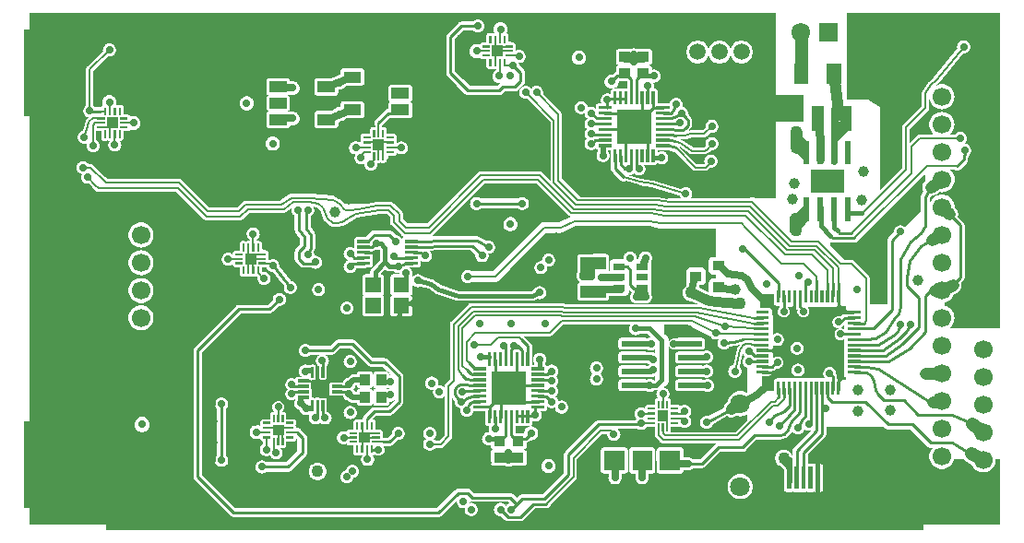
<source format=gtl>
G04 start of page 2 for group 0 idx 0 *
G04 Title: v2_0, top *
G04 Creator: pcb 4.2.0 *
G04 CreationDate: Sun Sep 29 12:02:10 2019 UTC *
G04 For: user *
G04 Format: Gerber/RS-274X *
G04 PCB-Dimensions (mm): 140.00 90.00 *
G04 PCB-Coordinate-Origin: lower left *
%MOMM*%
%FSLAX43Y43*%
%LNGTL*%
%ADD34C,0.965*%
%ADD33C,3.000*%
%ADD32C,0.300*%
%ADD31C,5.500*%
%ADD30C,2.400*%
%ADD29C,2.000*%
%ADD28C,1.800*%
%ADD27C,1.400*%
%ADD26C,1.724*%
%ADD25C,1.500*%
%ADD24C,1.700*%
%ADD23C,0.800*%
%ADD22C,0.600*%
%ADD21C,1.200*%
%ADD20C,1.100*%
%ADD19C,0.250*%
%ADD18C,1.000*%
%ADD17C,0.500*%
%ADD16C,0.900*%
%ADD15C,0.700*%
%ADD14C,0.200*%
%ADD13C,0.280*%
%ADD12C,0.400*%
%ADD11C,0.002*%
G54D11*G36*
X98000Y71000D02*X109000D01*
Y51500D01*
X105791D01*
Y51500D01*
X105786Y51561D01*
X105786Y51561D01*
X105775Y51609D01*
X105772Y51621D01*
X105749Y51678D01*
X105729Y51710D01*
X105716Y51730D01*
X105677Y51777D01*
X105665Y51787D01*
X105170Y52281D01*
X105180Y52311D01*
X105200Y52436D01*
X105200Y52562D01*
X105181Y52686D01*
X105142Y52806D01*
X105085Y52918D01*
X105011Y53020D01*
X104921Y53107D01*
X104875Y53147D01*
X104875Y53150D01*
X104864Y53334D01*
X104821Y53514D01*
X104750Y53685D01*
X104654Y53843D01*
X104533Y53983D01*
X104393Y54104D01*
X104235Y54200D01*
X104064Y54271D01*
X103884Y54314D01*
X103700Y54329D01*
X103516Y54314D01*
X103336Y54271D01*
X103165Y54200D01*
X103007Y54104D01*
X102867Y53983D01*
X102746Y53843D01*
X102650Y53685D01*
X102640Y53661D01*
Y53996D01*
X102742Y54201D01*
X102812Y54205D01*
X102935Y54233D01*
X103052Y54279D01*
X103159Y54345D01*
X103453Y54551D01*
X103516Y54536D01*
X103700Y54521D01*
X103884Y54536D01*
X104064Y54579D01*
X104235Y54650D01*
X104393Y54746D01*
X104533Y54867D01*
X104654Y55007D01*
X104750Y55165D01*
X104821Y55336D01*
X104864Y55516D01*
X104875Y55700D01*
X104864Y55884D01*
X104821Y56064D01*
X104750Y56235D01*
X104654Y56393D01*
X104533Y56533D01*
X104455Y56600D01*
X104851D01*
X104870Y56584D01*
X104922Y56551D01*
X104979Y56528D01*
X105039Y56514D01*
X105100Y56509D01*
X105161Y56514D01*
X105221Y56528D01*
X105278Y56551D01*
X105330Y56584D01*
X105376Y56624D01*
X105971Y57220D01*
X105989Y57237D01*
X106006Y57259D01*
X106016Y57270D01*
X106021Y57278D01*
X106027Y57285D01*
X106037Y57304D01*
X106049Y57322D01*
X106052Y57331D01*
X106056Y57339D01*
X106064Y57359D01*
X106072Y57379D01*
X106074Y57388D01*
X106077Y57397D01*
X106080Y57412D01*
X106086Y57439D01*
X106088Y57463D01*
X106137Y57903D01*
X106154Y57913D01*
X106226Y57974D01*
X106287Y58046D01*
X106336Y58127D01*
X106372Y58214D01*
X106394Y58306D01*
X106400Y58400D01*
X106394Y58494D01*
X106372Y58586D01*
X106336Y58673D01*
X106287Y58754D01*
X106226Y58826D01*
X106154Y58887D01*
X106073Y58936D01*
X105986Y58972D01*
X105894Y58994D01*
X105800Y59002D01*
X105726Y58996D01*
X105754Y59013D01*
X105826Y59074D01*
X105887Y59146D01*
X105936Y59227D01*
X105972Y59314D01*
X105994Y59406D01*
X106000Y59500D01*
X105994Y59594D01*
X105972Y59686D01*
X105936Y59773D01*
X105887Y59854D01*
X105826Y59926D01*
X105754Y59987D01*
X105673Y60036D01*
X105586Y60072D01*
X105494Y60094D01*
X105400Y60102D01*
X105306Y60094D01*
X105214Y60072D01*
X105127Y60036D01*
X105046Y59987D01*
X104974Y59926D01*
X104913Y59854D01*
X104911Y59850D01*
X104417D01*
X104516Y59934D01*
X104633Y60072D01*
X104728Y60226D01*
X104797Y60394D01*
X104839Y60570D01*
X104850Y60750D01*
X104839Y60930D01*
X104797Y61106D01*
X104728Y61274D01*
X104633Y61428D01*
X104516Y61566D01*
X104378Y61683D01*
X104224Y61778D01*
X104056Y61847D01*
X103880Y61889D01*
X103700Y61904D01*
X103520Y61889D01*
X103344Y61847D01*
X103176Y61778D01*
X103022Y61683D01*
X102884Y61566D01*
X102767Y61428D01*
X102672Y61274D01*
X102603Y61106D01*
X102561Y60930D01*
X102546Y60750D01*
X102561Y60570D01*
X102603Y60394D01*
X102672Y60226D01*
X102767Y60072D01*
X102884Y59934D01*
X102983Y59850D01*
X101714D01*
X101700Y59851D01*
X101645Y59847D01*
X101592Y59834D01*
X101541Y59813D01*
X101494Y59784D01*
X101494Y59784D01*
X101452Y59748D01*
X101443Y59738D01*
X100750Y59045D01*
Y60355D01*
X102438Y62043D01*
X102448Y62052D01*
X102484Y62094D01*
X102484Y62094D01*
X102513Y62141D01*
X102534Y62192D01*
X102547Y62245D01*
X102551Y62300D01*
X102550Y62314D01*
Y63255D01*
X102561Y63120D01*
X102603Y62944D01*
X102672Y62776D01*
X102767Y62622D01*
X102884Y62484D01*
X103022Y62367D01*
X103176Y62272D01*
X103344Y62203D01*
X103520Y62161D01*
X103700Y62146D01*
X103880Y62161D01*
X104056Y62203D01*
X104224Y62272D01*
X104378Y62367D01*
X104516Y62484D01*
X104633Y62622D01*
X104728Y62776D01*
X104797Y62944D01*
X104839Y63120D01*
X104850Y63300D01*
X104839Y63480D01*
X104797Y63656D01*
X104728Y63824D01*
X104633Y63978D01*
X104516Y64116D01*
X104378Y64233D01*
X104224Y64328D01*
X104056Y64397D01*
X103880Y64439D01*
X103700Y64454D01*
X103520Y64439D01*
X103344Y64397D01*
X103176Y64328D01*
X103150Y64311D01*
X103416Y64525D01*
X103435Y64540D01*
X103447Y64552D01*
X103460Y64564D01*
X103474Y64583D01*
X105666Y67301D01*
X105700Y67298D01*
X105794Y67306D01*
X105886Y67328D01*
X105973Y67364D01*
X106054Y67413D01*
X106126Y67474D01*
X106187Y67546D01*
X106236Y67627D01*
X106272Y67714D01*
X106294Y67806D01*
X106300Y67900D01*
X106294Y67994D01*
X106272Y68086D01*
X106236Y68173D01*
X106187Y68254D01*
X106126Y68326D01*
X106054Y68387D01*
X105973Y68436D01*
X105886Y68472D01*
X105794Y68494D01*
X105700Y68502D01*
X105606Y68494D01*
X105514Y68472D01*
X105427Y68436D01*
X105346Y68387D01*
X105274Y68326D01*
X105213Y68254D01*
X105164Y68173D01*
X105128Y68086D01*
X105106Y67994D01*
X105098Y67900D01*
X105106Y67806D01*
X105121Y67740D01*
X102952Y65049D01*
X102489Y64679D01*
X102474Y64669D01*
X102450Y64645D01*
X102440Y64636D01*
X102438Y64633D01*
X102435Y64630D01*
X102428Y64620D01*
X102407Y64593D01*
X102398Y64577D01*
X101917Y63808D01*
X101916Y63806D01*
X101887Y63759D01*
X101882Y63746D01*
X101877Y63737D01*
X101872Y63723D01*
X101866Y63708D01*
X101863Y63697D01*
X101859Y63685D01*
X101857Y63670D01*
X101853Y63655D01*
X101853Y63645D01*
X101850Y63631D01*
X101850Y63576D01*
X101850Y63574D01*
Y62445D01*
X100162Y60757D01*
X100152Y60748D01*
X100116Y60706D01*
X100087Y60659D01*
X100066Y60608D01*
X100053Y60555D01*
X100049Y60500D01*
X100050Y60486D01*
Y56745D01*
X98000Y54695D01*
Y71000D01*
G37*
G36*
X82500D02*X88500D01*
Y54000D01*
X86601D01*
X86595Y54006D01*
X86528Y54047D01*
X86455Y54077D01*
X86378Y54095D01*
X86300Y54102D01*
X86222Y54095D01*
X86145Y54077D01*
X86072Y54047D01*
X86005Y54006D01*
X85998Y54000D01*
X82500D01*
Y56798D01*
X82594Y56806D01*
X82686Y56828D01*
X82773Y56864D01*
X82854Y56913D01*
X82926Y56974D01*
X82987Y57046D01*
X83036Y57127D01*
X83072Y57214D01*
X83094Y57306D01*
X83100Y57400D01*
X83094Y57494D01*
X83072Y57586D01*
X83036Y57673D01*
X82987Y57754D01*
X82926Y57826D01*
X82854Y57887D01*
X82773Y57936D01*
X82686Y57972D01*
X82594Y57994D01*
X82500Y58002D01*
Y58407D01*
X82506Y58406D01*
X82600Y58398D01*
X82694Y58406D01*
X82786Y58428D01*
X82873Y58464D01*
X82954Y58513D01*
X83026Y58574D01*
X83087Y58646D01*
X83136Y58727D01*
X83172Y58814D01*
X83194Y58906D01*
X83200Y59000D01*
X83194Y59094D01*
X83172Y59186D01*
X83136Y59273D01*
X83087Y59354D01*
X83026Y59426D01*
X82954Y59487D01*
X82873Y59536D01*
X82786Y59572D01*
X82694Y59594D01*
X82600Y59602D01*
X82506Y59594D01*
X82500Y59593D01*
Y60007D01*
X82506Y60006D01*
X82600Y59998D01*
X82694Y60006D01*
X82786Y60028D01*
X82873Y60064D01*
X82954Y60113D01*
X83026Y60174D01*
X83087Y60246D01*
X83136Y60327D01*
X83172Y60414D01*
X83194Y60506D01*
X83200Y60600D01*
X83194Y60694D01*
X83172Y60786D01*
X83136Y60873D01*
X83087Y60954D01*
X83026Y61026D01*
X82954Y61087D01*
X82873Y61136D01*
X82786Y61172D01*
X82694Y61194D01*
X82600Y61202D01*
X82506Y61194D01*
X82500Y61193D01*
Y66720D01*
X82555Y66655D01*
X82681Y66548D01*
X82822Y66462D01*
X82975Y66398D01*
X83135Y66360D01*
X83300Y66347D01*
X83465Y66360D01*
X83625Y66398D01*
X83778Y66462D01*
X83919Y66548D01*
X84045Y66655D01*
X84152Y66781D01*
X84238Y66922D01*
X84300Y67070D01*
X84362Y66922D01*
X84448Y66781D01*
X84555Y66655D01*
X84681Y66548D01*
X84822Y66462D01*
X84975Y66398D01*
X85135Y66360D01*
X85300Y66347D01*
X85465Y66360D01*
X85625Y66398D01*
X85778Y66462D01*
X85919Y66548D01*
X86045Y66655D01*
X86152Y66781D01*
X86238Y66922D01*
X86302Y67075D01*
X86340Y67235D01*
X86350Y67400D01*
X86340Y67565D01*
X86302Y67725D01*
X86238Y67878D01*
X86152Y68019D01*
X86045Y68145D01*
X85919Y68252D01*
X85778Y68338D01*
X85625Y68402D01*
X85465Y68440D01*
X85300Y68453D01*
X85135Y68440D01*
X84975Y68402D01*
X84822Y68338D01*
X84681Y68252D01*
X84555Y68145D01*
X84448Y68019D01*
X84362Y67878D01*
X84300Y67730D01*
X84238Y67878D01*
X84152Y68019D01*
X84045Y68145D01*
X83919Y68252D01*
X83778Y68338D01*
X83625Y68402D01*
X83465Y68440D01*
X83300Y68453D01*
X83135Y68440D01*
X82975Y68402D01*
X82822Y68338D01*
X82681Y68252D01*
X82555Y68145D01*
X82500Y68080D01*
Y71000D01*
G37*
G36*
X95000D02*X98500D01*
Y63000D01*
X95000D01*
Y71000D01*
G37*
G36*
X88000Y63500D02*X91000D01*
Y61000D01*
X88000D01*
Y63500D01*
G37*
G36*
X49549Y40099D02*X51013Y38635D01*
X51023Y38623D01*
X51070Y38584D01*
X51122Y38551D01*
X51179Y38528D01*
X51239Y38514D01*
X51239Y38514D01*
X51300Y38509D01*
X51315Y38510D01*
X52438D01*
X53273Y37676D01*
X53194Y37694D01*
X53100Y37702D01*
X53006Y37694D01*
X52998Y37692D01*
X52997Y37847D01*
X52986Y37893D01*
X52968Y37937D01*
X52943Y37977D01*
X52913Y38013D01*
X52877Y38043D01*
X52837Y38068D01*
X52793Y38086D01*
X52747Y38097D01*
X52700Y38100D01*
X51753Y38097D01*
X51707Y38086D01*
X51663Y38068D01*
X51623Y38043D01*
X51587Y38013D01*
X51557Y37977D01*
X51532Y37937D01*
X51514Y37893D01*
X51503Y37847D01*
X51500Y37800D01*
X51503Y36753D01*
X51514Y36707D01*
X51532Y36663D01*
X51557Y36623D01*
X51587Y36587D01*
X51623Y36557D01*
X51663Y36532D01*
X51707Y36514D01*
X51753Y36503D01*
X51800Y36500D01*
X52747Y36503D01*
X52793Y36514D01*
X52837Y36532D01*
X52864Y36548D01*
X52914Y36528D01*
X53006Y36506D01*
X53076Y36500D01*
X53006Y36494D01*
X52914Y36472D01*
X52864Y36452D01*
X52837Y36468D01*
X52793Y36486D01*
X52747Y36497D01*
X52700Y36500D01*
X51753Y36497D01*
X51707Y36486D01*
X51663Y36468D01*
X51623Y36443D01*
X51587Y36413D01*
X51557Y36377D01*
X51532Y36337D01*
X51514Y36293D01*
X51503Y36247D01*
X51500Y36200D01*
X51503Y35153D01*
X51514Y35107D01*
X51532Y35063D01*
X51557Y35023D01*
X51587Y34987D01*
X51623Y34957D01*
X51663Y34932D01*
X51707Y34914D01*
X51753Y34903D01*
X51800Y34900D01*
X52747Y34903D01*
X52793Y34914D01*
X52837Y34932D01*
X52877Y34957D01*
X52913Y34987D01*
X52943Y35023D01*
X52968Y35063D01*
X52986Y35107D01*
X52997Y35153D01*
X53000Y35200D01*
X53000Y35307D01*
X53006Y35306D01*
X53100Y35298D01*
X53194Y35306D01*
X53286Y35328D01*
X53373Y35364D01*
X53454Y35413D01*
X53507Y35459D01*
X52838Y34790D01*
X51615D01*
X51600Y34791D01*
X51539Y34786D01*
X51479Y34772D01*
X51422Y34749D01*
X51370Y34716D01*
X51370Y34716D01*
X51323Y34677D01*
X51313Y34665D01*
X50685Y34037D01*
X50673Y34027D01*
X50634Y33980D01*
X50601Y33928D01*
X50578Y33871D01*
X50564Y33811D01*
X50564Y33811D01*
X50559Y33750D01*
X50560Y33735D01*
Y33650D01*
X50560Y33650D01*
X50361Y33648D01*
X50323Y33638D01*
X50286Y33623D01*
X50275Y33617D01*
X50264Y33623D01*
X50227Y33638D01*
X50189Y33648D01*
X50150Y33650D01*
X49911Y33648D01*
X49873Y33638D01*
X49836Y33623D01*
X49803Y33603D01*
X49773Y33577D01*
X49747Y33547D01*
X49727Y33514D01*
X49712Y33477D01*
X49702Y33439D01*
X49700Y33400D01*
X49702Y32749D01*
X49549Y32749D01*
Y33719D01*
X49586Y33728D01*
X49673Y33764D01*
X49754Y33813D01*
X49826Y33874D01*
X49887Y33946D01*
X49936Y34027D01*
X49972Y34114D01*
X49994Y34206D01*
X50000Y34300D01*
X49994Y34394D01*
X49972Y34486D01*
X49936Y34573D01*
X49887Y34654D01*
X49826Y34726D01*
X49754Y34787D01*
X49673Y34836D01*
X49586Y34872D01*
X49549Y34881D01*
Y35202D01*
X49600Y35198D01*
X49620Y35200D01*
X50003D01*
X50003Y35153D01*
X50014Y35107D01*
X50032Y35063D01*
X50057Y35023D01*
X50087Y34987D01*
X50123Y34957D01*
X50163Y34932D01*
X50207Y34914D01*
X50253Y34903D01*
X50300Y34900D01*
X51247Y34903D01*
X51293Y34914D01*
X51337Y34932D01*
X51377Y34957D01*
X51413Y34987D01*
X51443Y35023D01*
X51468Y35063D01*
X51486Y35107D01*
X51497Y35153D01*
X51500Y35200D01*
X51497Y36247D01*
X51486Y36293D01*
X51468Y36337D01*
X51443Y36377D01*
X51413Y36413D01*
X51377Y36443D01*
X51337Y36468D01*
X51293Y36486D01*
X51247Y36497D01*
X51200Y36500D01*
X50253Y36497D01*
X50207Y36486D01*
X50163Y36468D01*
X50123Y36443D01*
X50087Y36413D01*
X50057Y36377D01*
X50032Y36337D01*
X50014Y36293D01*
X50003Y36247D01*
X50000Y36200D01*
X49867D01*
X49836Y36273D01*
X49787Y36354D01*
X49726Y36426D01*
X49697Y36450D01*
X49726Y36474D01*
X49787Y36546D01*
X49836Y36627D01*
X49872Y36714D01*
X49889Y36781D01*
X49907Y36800D01*
X50003D01*
X50003Y36753D01*
X50014Y36707D01*
X50032Y36663D01*
X50057Y36623D01*
X50087Y36587D01*
X50123Y36557D01*
X50163Y36532D01*
X50207Y36514D01*
X50253Y36503D01*
X50300Y36500D01*
X51247Y36503D01*
X51293Y36514D01*
X51337Y36532D01*
X51377Y36557D01*
X51413Y36587D01*
X51443Y36623D01*
X51468Y36663D01*
X51486Y36707D01*
X51497Y36753D01*
X51500Y36800D01*
X51497Y37847D01*
X51486Y37893D01*
X51468Y37937D01*
X51443Y37977D01*
X51413Y38013D01*
X51377Y38043D01*
X51337Y38068D01*
X51293Y38086D01*
X51247Y38097D01*
X51200Y38100D01*
X50253Y38097D01*
X50207Y38086D01*
X50163Y38068D01*
X50123Y38043D01*
X50087Y38013D01*
X50057Y37977D01*
X50032Y37937D01*
X50014Y37893D01*
X50003Y37847D01*
X50000Y37800D01*
X49720D01*
X49700Y37802D01*
X49622Y37795D01*
X49549Y37778D01*
Y38419D01*
X49586Y38428D01*
X49673Y38464D01*
X49754Y38513D01*
X49826Y38574D01*
X49887Y38646D01*
X49936Y38727D01*
X49972Y38814D01*
X49994Y38906D01*
X50000Y39000D01*
X49994Y39094D01*
X49972Y39186D01*
X49936Y39273D01*
X49887Y39354D01*
X49826Y39426D01*
X49754Y39487D01*
X49673Y39536D01*
X49586Y39572D01*
X49549Y39581D01*
Y40099D01*
G37*
G36*
Y42300D02*X55800D01*
Y26700D01*
X49549D01*
Y28002D01*
X49587Y28046D01*
X49636Y28127D01*
X49672Y28214D01*
X49694Y28306D01*
X49786Y28328D01*
X49873Y28364D01*
X49954Y28413D01*
X50026Y28474D01*
X50087Y28546D01*
X50136Y28627D01*
X50172Y28714D01*
X50194Y28806D01*
X50200Y28900D01*
X50194Y28994D01*
X50172Y29086D01*
X50136Y29173D01*
X50087Y29254D01*
X50026Y29326D01*
X49954Y29387D01*
X49873Y29436D01*
X49786Y29472D01*
X49694Y29494D01*
X49600Y29502D01*
X49549Y29498D01*
Y31251D01*
X49700Y31251D01*
X49702Y30561D01*
X49712Y30523D01*
X49727Y30486D01*
X49747Y30453D01*
X49773Y30423D01*
X49803Y30397D01*
X49836Y30377D01*
X49873Y30362D01*
X49911Y30352D01*
X49950Y30350D01*
X50189Y30352D01*
X50227Y30362D01*
X50264Y30377D01*
X50275Y30383D01*
X50286Y30377D01*
X50323Y30362D01*
X50361Y30352D01*
X50400Y30350D01*
X50511Y30351D01*
X50464Y30273D01*
X50428Y30186D01*
X50406Y30094D01*
X50398Y30000D01*
X50406Y29906D01*
X50428Y29814D01*
X50464Y29727D01*
X50513Y29646D01*
X50574Y29574D01*
X50646Y29513D01*
X50727Y29464D01*
X50814Y29428D01*
X50906Y29406D01*
X51000Y29398D01*
X51094Y29406D01*
X51186Y29428D01*
X51273Y29464D01*
X51354Y29513D01*
X51426Y29574D01*
X51487Y29646D01*
X51536Y29727D01*
X51572Y29814D01*
X51594Y29906D01*
X51600Y30000D01*
X51594Y30094D01*
X51572Y30186D01*
X51536Y30273D01*
X51488Y30352D01*
X51539Y30352D01*
X51577Y30362D01*
X51614Y30377D01*
X51647Y30397D01*
X51677Y30423D01*
X51694Y30442D01*
X51750Y30408D01*
X51830Y30375D01*
X51914Y30355D01*
X52000Y30348D01*
X52086Y30355D01*
X52170Y30375D01*
X52250Y30408D01*
X52324Y30454D01*
X52390Y30510D01*
X52446Y30576D01*
X52492Y30650D01*
X52525Y30730D01*
X52545Y30814D01*
X52550Y30900D01*
X52545Y30986D01*
X52525Y31070D01*
X52492Y31150D01*
X52455Y31210D01*
X52985D01*
X53000Y31209D01*
X53061Y31214D01*
X53061Y31214D01*
X53121Y31228D01*
X53178Y31251D01*
X53230Y31284D01*
X53277Y31323D01*
X53287Y31335D01*
X53753Y31802D01*
X53800Y31798D01*
X53894Y31806D01*
X53986Y31828D01*
X54073Y31864D01*
X54154Y31913D01*
X54226Y31974D01*
X54287Y32046D01*
X54336Y32127D01*
X54372Y32214D01*
X54394Y32306D01*
X54400Y32400D01*
X54394Y32494D01*
X54372Y32586D01*
X54336Y32673D01*
X54287Y32754D01*
X54226Y32826D01*
X54154Y32887D01*
X54073Y32936D01*
X53986Y32972D01*
X53894Y32994D01*
X53800Y33002D01*
X53706Y32994D01*
X53614Y32972D01*
X53527Y32936D01*
X53446Y32887D01*
X53374Y32826D01*
X53313Y32754D01*
X53264Y32673D01*
X53228Y32586D01*
X53206Y32494D01*
X53198Y32400D01*
X53202Y32353D01*
X52838Y31990D01*
X52400D01*
X52369Y31988D01*
X52368Y32139D01*
X52358Y32177D01*
X52349Y32200D01*
X52358Y32223D01*
X52368Y32261D01*
X52370Y32300D01*
X52368Y32539D01*
X52358Y32577D01*
X52343Y32614D01*
X52323Y32647D01*
X52297Y32677D01*
X52267Y32703D01*
X52234Y32723D01*
X52197Y32738D01*
X52159Y32748D01*
X52120Y32750D01*
X51816Y32749D01*
X51800Y32750D01*
X51750D01*
X51748Y33439D01*
X51738Y33477D01*
X51723Y33514D01*
X51703Y33547D01*
X51677Y33577D01*
X51647Y33603D01*
X51614Y33623D01*
X51577Y33638D01*
X51539Y33648D01*
X51500Y33650D01*
X51401Y33649D01*
X51762Y34010D01*
X52985D01*
X53000Y34009D01*
X53061Y34014D01*
X53061Y34014D01*
X53121Y34028D01*
X53178Y34051D01*
X53230Y34084D01*
X53277Y34123D01*
X53287Y34135D01*
X54165Y35013D01*
X54177Y35023D01*
X54216Y35070D01*
X54216Y35070D01*
X54249Y35122D01*
X54272Y35179D01*
X54286Y35239D01*
X54291Y35300D01*
X54290Y35315D01*
Y37585D01*
X54291Y37600D01*
X54286Y37661D01*
X54286Y37661D01*
X54275Y37709D01*
X54272Y37721D01*
X54249Y37778D01*
X54229Y37810D01*
X54216Y37830D01*
X54177Y37877D01*
X54165Y37887D01*
X52887Y39165D01*
X52877Y39177D01*
X52830Y39216D01*
X52810Y39229D01*
X52778Y39249D01*
X52721Y39272D01*
X52709Y39275D01*
X52661Y39286D01*
X52661Y39286D01*
X52600Y39291D01*
X52585Y39290D01*
X51462D01*
X49887Y40865D01*
X49877Y40877D01*
X49830Y40916D01*
X49810Y40929D01*
X49778Y40949D01*
X49721Y40972D01*
X49709Y40975D01*
X49661Y40986D01*
X49661Y40986D01*
X49600Y40991D01*
X49585Y40990D01*
X49549D01*
Y42300D01*
G37*
G36*
X46399Y38654D02*X46424Y38624D01*
X46496Y38563D01*
X46559Y38525D01*
X46558Y38522D01*
X46556Y38490D01*
X46558Y37468D01*
X46565Y37437D01*
X46578Y37407D01*
X46594Y37380D01*
X46615Y37355D01*
X46640Y37335D01*
X46667Y37318D01*
X46697Y37305D01*
X46728Y37298D01*
X46760Y37296D01*
X47072Y37298D01*
X47103Y37305D01*
X47133Y37318D01*
X47160Y37334D01*
X47185Y37355D01*
X47205Y37380D01*
X47222Y37407D01*
X47234Y37437D01*
X47242Y37468D01*
X47244Y37500D01*
X47242Y38522D01*
X47240Y38531D01*
Y38594D01*
X47276Y38624D01*
X47337Y38696D01*
X47386Y38777D01*
X47422Y38864D01*
X47444Y38956D01*
X47450Y39050D01*
X47444Y39144D01*
X47422Y39236D01*
X47386Y39323D01*
X47337Y39404D01*
X47276Y39476D01*
X47204Y39537D01*
X47123Y39586D01*
X47066Y39610D01*
X47685D01*
X47700Y39609D01*
X47761Y39614D01*
X47761Y39614D01*
X47821Y39628D01*
X47878Y39651D01*
X47930Y39684D01*
X47977Y39723D01*
X47987Y39735D01*
X48462Y40210D01*
X49438D01*
X49549Y40099D01*
Y39581D01*
X49494Y39594D01*
X49400Y39602D01*
X49306Y39594D01*
X49214Y39572D01*
X49127Y39536D01*
X49046Y39487D01*
X48974Y39426D01*
X48913Y39354D01*
X48864Y39273D01*
X48828Y39186D01*
X48806Y39094D01*
X48798Y39000D01*
X48806Y38906D01*
X48828Y38814D01*
X48864Y38727D01*
X48913Y38646D01*
X48974Y38574D01*
X49046Y38513D01*
X49127Y38464D01*
X49214Y38428D01*
X49306Y38406D01*
X49400Y38398D01*
X49494Y38406D01*
X49549Y38419D01*
Y37778D01*
X49545Y37777D01*
X49472Y37747D01*
X49405Y37706D01*
X49405Y37706D01*
X49345Y37655D01*
X49333Y37640D01*
X49181Y37489D01*
X49114Y37472D01*
X49027Y37436D01*
X48946Y37387D01*
X48874Y37326D01*
X48813Y37254D01*
X48764Y37173D01*
X48728Y37086D01*
X48723Y37067D01*
X48690Y37069D01*
X47664Y37067D01*
X47629Y37058D01*
X47596Y37045D01*
X47565Y37026D01*
X47538Y37002D01*
X47514Y36975D01*
X47495Y36944D01*
X47482Y36911D01*
X47473Y36876D01*
X47471Y36840D01*
X47473Y36524D01*
X47482Y36489D01*
X47495Y36456D01*
X47499Y36450D01*
X47495Y36444D01*
X47482Y36411D01*
X47473Y36376D01*
X47471Y36340D01*
X47473Y36024D01*
X47482Y35989D01*
X47495Y35956D01*
X47514Y35925D01*
X47538Y35898D01*
X47565Y35874D01*
X47596Y35855D01*
X47629Y35842D01*
X47664Y35833D01*
X47700Y35831D01*
X48723Y35833D01*
X48728Y35814D01*
X48764Y35727D01*
X48813Y35646D01*
X48874Y35574D01*
X48946Y35513D01*
X49027Y35464D01*
X49114Y35428D01*
X49181Y35411D01*
X49233Y35360D01*
X49245Y35345D01*
X49305Y35294D01*
X49305Y35294D01*
X49372Y35253D01*
X49424Y35232D01*
X49445Y35223D01*
X49460Y35219D01*
X49522Y35205D01*
X49549Y35202D01*
Y34881D01*
X49494Y34894D01*
X49400Y34902D01*
X49306Y34894D01*
X49214Y34872D01*
X49127Y34836D01*
X49046Y34787D01*
X48974Y34726D01*
X48913Y34654D01*
X48864Y34573D01*
X48828Y34486D01*
X48806Y34394D01*
X48798Y34300D01*
X48806Y34206D01*
X48828Y34114D01*
X48864Y34027D01*
X48913Y33946D01*
X48974Y33874D01*
X49046Y33813D01*
X49127Y33764D01*
X49214Y33728D01*
X49306Y33706D01*
X49400Y33698D01*
X49494Y33706D01*
X49549Y33719D01*
Y32749D01*
X49281Y32748D01*
X49243Y32738D01*
X49206Y32723D01*
X49173Y32703D01*
X49143Y32677D01*
X49117Y32647D01*
X49097Y32614D01*
X49082Y32577D01*
X49072Y32539D01*
X49072Y32537D01*
X48986Y32572D01*
X48894Y32594D01*
X48800Y32602D01*
X48706Y32594D01*
X48614Y32572D01*
X48527Y32536D01*
X48446Y32487D01*
X48374Y32426D01*
X48313Y32354D01*
X48264Y32273D01*
X48228Y32186D01*
X48206Y32094D01*
X48198Y32000D01*
X48206Y31906D01*
X48228Y31814D01*
X48264Y31727D01*
X48313Y31646D01*
X48374Y31574D01*
X48446Y31513D01*
X48527Y31464D01*
X48614Y31428D01*
X48706Y31406D01*
X48800Y31398D01*
X48894Y31406D01*
X48986Y31428D01*
X49072Y31463D01*
X49072Y31461D01*
X49082Y31423D01*
X49097Y31386D01*
X49117Y31353D01*
X49143Y31323D01*
X49173Y31297D01*
X49206Y31277D01*
X49243Y31262D01*
X49281Y31252D01*
X49320Y31250D01*
X49549Y31251D01*
Y29498D01*
X49506Y29494D01*
X49414Y29472D01*
X49327Y29436D01*
X49246Y29387D01*
X49174Y29326D01*
X49113Y29254D01*
X49064Y29173D01*
X49028Y29086D01*
X49006Y28994D01*
X48914Y28972D01*
X48827Y28936D01*
X48746Y28887D01*
X48674Y28826D01*
X48613Y28754D01*
X48564Y28673D01*
X48528Y28586D01*
X48506Y28494D01*
X48498Y28400D01*
X48506Y28306D01*
X48528Y28214D01*
X48564Y28127D01*
X48613Y28046D01*
X48674Y27974D01*
X48746Y27913D01*
X48827Y27864D01*
X48914Y27828D01*
X49006Y27806D01*
X49100Y27798D01*
X49194Y27806D01*
X49286Y27828D01*
X49373Y27864D01*
X49454Y27913D01*
X49526Y27974D01*
X49549Y28002D01*
Y26700D01*
X46399D01*
Y28098D01*
X46400Y28098D01*
X46526Y28107D01*
X46648Y28137D01*
X46764Y28185D01*
X46872Y28251D01*
X46967Y28333D01*
X47049Y28428D01*
X47115Y28536D01*
X47163Y28652D01*
X47193Y28774D01*
X47200Y28900D01*
X47193Y29026D01*
X47163Y29148D01*
X47115Y29264D01*
X47049Y29372D01*
X46967Y29467D01*
X46872Y29549D01*
X46764Y29615D01*
X46648Y29663D01*
X46526Y29693D01*
X46400Y29702D01*
X46399Y29702D01*
Y33233D01*
X46473Y33264D01*
X46554Y33313D01*
X46626Y33374D01*
X46650Y33403D01*
X46674Y33374D01*
X46746Y33313D01*
X46827Y33264D01*
X46914Y33228D01*
X47006Y33206D01*
X47100Y33198D01*
X47194Y33206D01*
X47286Y33228D01*
X47373Y33264D01*
X47454Y33313D01*
X47526Y33374D01*
X47587Y33446D01*
X47636Y33527D01*
X47672Y33614D01*
X47694Y33706D01*
X47700Y33800D01*
X47694Y33894D01*
X47672Y33986D01*
X47636Y34073D01*
X47587Y34154D01*
X47526Y34226D01*
X47454Y34287D01*
X47373Y34336D01*
X47286Y34372D01*
X47267Y34377D01*
X47269Y34410D01*
X47267Y35436D01*
X47258Y35471D01*
X47245Y35504D01*
X47226Y35535D01*
X47202Y35562D01*
X47175Y35586D01*
X47144Y35605D01*
X47111Y35618D01*
X47076Y35627D01*
X47040Y35629D01*
X46724Y35627D01*
X46689Y35618D01*
X46677Y35614D01*
X46656Y35627D01*
X46619Y35642D01*
X46580Y35652D01*
X46540Y35654D01*
X46399Y35653D01*
Y38654D01*
G37*
G36*
Y39610D02*X46634D01*
X46577Y39586D01*
X46496Y39537D01*
X46424Y39476D01*
X46399Y39446D01*
Y39610D01*
G37*
G36*
Y26700D02*X45574D01*
Y34093D01*
X45623Y34114D01*
X45682Y34150D01*
X45711D01*
X45664Y34073D01*
X45628Y33986D01*
X45606Y33894D01*
X45598Y33800D01*
X45606Y33706D01*
X45628Y33614D01*
X45664Y33527D01*
X45713Y33446D01*
X45774Y33374D01*
X45846Y33313D01*
X45927Y33264D01*
X46014Y33228D01*
X46106Y33206D01*
X46200Y33198D01*
X46294Y33206D01*
X46386Y33228D01*
X46399Y33233D01*
Y29702D01*
X46274Y29693D01*
X46152Y29663D01*
X46036Y29615D01*
X45928Y29549D01*
X45833Y29467D01*
X45751Y29372D01*
X45685Y29264D01*
X45637Y29148D01*
X45607Y29026D01*
X45598Y28900D01*
X45607Y28774D01*
X45637Y28652D01*
X45685Y28536D01*
X45751Y28428D01*
X45833Y28333D01*
X45928Y28251D01*
X46036Y28185D01*
X46152Y28137D01*
X46274Y28107D01*
X46399Y28098D01*
Y26700D01*
G37*
G36*
X45574Y39464D02*X45654Y39513D01*
X45726Y39574D01*
X45756Y39610D01*
X46399D01*
Y39446D01*
X46363Y39404D01*
X46314Y39323D01*
X46278Y39236D01*
X46256Y39144D01*
X46248Y39050D01*
X46256Y38956D01*
X46278Y38864D01*
X46314Y38777D01*
X46363Y38696D01*
X46399Y38654D01*
Y35653D01*
X46220Y35652D01*
X46181Y35642D01*
X46150Y35629D01*
X46119Y35642D01*
X46080Y35652D01*
X46040Y35654D01*
X45853Y35653D01*
X45852Y35880D01*
X45842Y35919D01*
X45829Y35950D01*
X45842Y35981D01*
X45852Y36020D01*
X45854Y36060D01*
X45852Y36380D01*
X45842Y36419D01*
X45827Y36456D01*
X45814Y36477D01*
X45818Y36489D01*
X45827Y36524D01*
X45829Y36560D01*
X45827Y36876D01*
X45818Y36911D01*
X45812Y36927D01*
X45823Y36946D01*
X45838Y36982D01*
X45848Y37021D01*
X45850Y37060D01*
X45848Y37297D01*
X46072Y37298D01*
X46103Y37305D01*
X46133Y37318D01*
X46161Y37335D01*
X46185Y37355D01*
X46206Y37380D01*
X46223Y37407D01*
X46235Y37437D01*
X46242Y37468D01*
X46244Y37500D01*
X46243Y38062D01*
X46245Y38072D01*
X46252Y38150D01*
X46245Y38228D01*
X46243Y38240D01*
X46242Y38522D01*
X46235Y38553D01*
X46222Y38583D01*
X46205Y38610D01*
X46185Y38635D01*
X46160Y38656D01*
X46133Y38672D01*
X46103Y38685D01*
X46072Y38692D01*
X46040Y38694D01*
X45728Y38692D01*
X45697Y38685D01*
X45667Y38672D01*
X45640Y38655D01*
X45633Y38650D01*
X45574D01*
Y39464D01*
G37*
G36*
Y42300D02*X49549D01*
Y40990D01*
X48315D01*
X48300Y40991D01*
X48239Y40986D01*
X48179Y40972D01*
X48122Y40949D01*
X48070Y40916D01*
X48070Y40916D01*
X48023Y40877D01*
X48013Y40865D01*
X47538Y40390D01*
X45756D01*
X45726Y40426D01*
X45654Y40487D01*
X45574Y40536D01*
Y42300D01*
G37*
G36*
X42795Y30031D02*X42873Y30064D01*
X42954Y30113D01*
X43026Y30174D01*
X43087Y30246D01*
X43136Y30327D01*
X43172Y30414D01*
X43194Y30506D01*
X43200Y30600D01*
X43194Y30694D01*
X43172Y30786D01*
X43136Y30873D01*
X43087Y30954D01*
X43026Y31026D01*
X42976Y31068D01*
X43000Y31078D01*
X43030Y31065D01*
X43065Y31057D01*
X43100Y31055D01*
X43335Y31057D01*
X43370Y31065D01*
X43402Y31079D01*
X43433Y31097D01*
X43460Y31120D01*
X43483Y31147D01*
X43501Y31178D01*
X43515Y31210D01*
X43523Y31245D01*
X43525Y31280D01*
X43524Y31650D01*
X44239Y31652D01*
X44277Y31662D01*
X44314Y31677D01*
X44347Y31697D01*
X44377Y31723D01*
X44403Y31753D01*
X44423Y31786D01*
X44438Y31823D01*
X44448Y31861D01*
X44450Y31900D01*
X44450Y31928D01*
X44560Y31818D01*
Y30782D01*
X43518Y29740D01*
X42795D01*
Y30031D01*
G37*
G36*
Y42300D02*X45574D01*
Y40536D01*
X45573Y40536D01*
X45486Y40572D01*
X45394Y40594D01*
X45300Y40602D01*
X45206Y40594D01*
X45114Y40572D01*
X45027Y40536D01*
X44946Y40487D01*
X44874Y40426D01*
X44813Y40354D01*
X44764Y40273D01*
X44728Y40186D01*
X44706Y40094D01*
X44698Y40000D01*
X44706Y39906D01*
X44728Y39814D01*
X44764Y39727D01*
X44813Y39646D01*
X44874Y39574D01*
X44946Y39513D01*
X45027Y39464D01*
X45114Y39428D01*
X45206Y39406D01*
X45300Y39398D01*
X45394Y39406D01*
X45486Y39428D01*
X45573Y39464D01*
X45574Y39464D01*
Y38650D01*
X45540D01*
X45486Y38672D01*
X45394Y38694D01*
X45300Y38702D01*
X45206Y38694D01*
X45114Y38672D01*
X45027Y38636D01*
X44946Y38587D01*
X44874Y38526D01*
X44813Y38454D01*
X44764Y38373D01*
X44728Y38286D01*
X44706Y38194D01*
X44698Y38100D01*
X44706Y38006D01*
X44728Y37914D01*
X44764Y37827D01*
X44813Y37746D01*
X44874Y37674D01*
X44946Y37613D01*
X44986Y37589D01*
X44571Y37588D01*
X44533Y37579D01*
X44496Y37563D01*
X44463Y37543D01*
X44433Y37517D01*
X44407Y37487D01*
X44387Y37454D01*
X44372Y37418D01*
X44362Y37379D01*
X44360Y37340D01*
X44360Y37316D01*
X44324Y37346D01*
X44250Y37392D01*
X44170Y37425D01*
X44086Y37445D01*
X44000Y37452D01*
X43914Y37445D01*
X43830Y37425D01*
X43750Y37392D01*
X43676Y37346D01*
X43610Y37290D01*
X43554Y37224D01*
X43508Y37150D01*
X43475Y37070D01*
X43455Y36986D01*
X43448Y36900D01*
X43455Y36814D01*
X43475Y36730D01*
X43508Y36650D01*
X43554Y36576D01*
X43610Y36510D01*
X43676Y36454D01*
X43682Y36450D01*
X43676Y36446D01*
X43610Y36390D01*
X43554Y36324D01*
X43508Y36250D01*
X43475Y36170D01*
X43455Y36086D01*
X43448Y36000D01*
X43455Y35914D01*
X43475Y35830D01*
X43508Y35750D01*
X43554Y35676D01*
X43610Y35610D01*
X43676Y35554D01*
X43750Y35508D01*
X43830Y35475D01*
X43914Y35455D01*
X44000Y35448D01*
X44086Y35455D01*
X44170Y35475D01*
X44250Y35508D01*
X44324Y35554D01*
X44352Y35577D01*
X44350Y35550D01*
Y35482D01*
X44314Y35423D01*
X44278Y35336D01*
X44256Y35244D01*
X44248Y35150D01*
X44256Y35056D01*
X44278Y34964D01*
X44314Y34877D01*
X44363Y34796D01*
X44424Y34724D01*
X44496Y34663D01*
X44577Y34614D01*
X44664Y34578D01*
X44731Y34561D01*
X44761Y34531D01*
X44778Y34464D01*
X44814Y34377D01*
X44863Y34296D01*
X44924Y34224D01*
X44996Y34163D01*
X45077Y34114D01*
X45164Y34078D01*
X45256Y34056D01*
X45350Y34048D01*
X45444Y34056D01*
X45536Y34078D01*
X45574Y34093D01*
Y26700D01*
X42795D01*
Y28860D01*
X43683D01*
X43700Y28859D01*
X43769Y28864D01*
X43769Y28864D01*
X43836Y28880D01*
X43900Y28907D01*
X43959Y28943D01*
X44012Y28988D01*
X44023Y29001D01*
X45299Y30277D01*
X45312Y30288D01*
X45357Y30341D01*
X45393Y30400D01*
X45420Y30464D01*
X45436Y30531D01*
X45441Y30600D01*
X45440Y30617D01*
Y31983D01*
X45441Y32000D01*
X45436Y32069D01*
X45436Y32069D01*
X45420Y32136D01*
X45393Y32200D01*
X45357Y32259D01*
X45312Y32312D01*
X45299Y32323D01*
X44861Y32761D01*
X44852Y32769D01*
X44837Y32787D01*
X44780Y32835D01*
X44716Y32875D01*
X44647Y32903D01*
X44575Y32921D01*
X44500Y32925D01*
X44424D01*
X44423Y33035D01*
X44415Y33070D01*
X44401Y33102D01*
X44387Y33125D01*
X44401Y33148D01*
X44415Y33180D01*
X44423Y33215D01*
X44425Y33250D01*
X44423Y33485D01*
X44415Y33520D01*
X44401Y33552D01*
X44383Y33583D01*
X44360Y33610D01*
X44333Y33633D01*
X44302Y33651D01*
X44270Y33665D01*
X44235Y33673D01*
X44200Y33675D01*
X43549Y33673D01*
X43548Y34119D01*
X43538Y34157D01*
X43523Y34194D01*
X43503Y34227D01*
X43477Y34257D01*
X43447Y34283D01*
X43414Y34303D01*
X43377Y34318D01*
X43339Y34328D01*
X43300Y34330D01*
X43100Y34328D01*
Y34339D01*
X43124Y34354D01*
X43190Y34410D01*
X43246Y34476D01*
X43292Y34550D01*
X43325Y34630D01*
X43345Y34714D01*
X43350Y34800D01*
X43345Y34886D01*
X43325Y34970D01*
X43292Y35050D01*
X43246Y35124D01*
X43190Y35190D01*
X43124Y35246D01*
X43050Y35292D01*
X42970Y35325D01*
X42886Y35345D01*
X42800Y35352D01*
X42795Y35351D01*
Y42300D01*
G37*
G36*
X39200D02*X42795D01*
Y35351D01*
X42714Y35345D01*
X42630Y35325D01*
X42550Y35292D01*
X42476Y35246D01*
X42410Y35190D01*
X42354Y35124D01*
X42308Y35050D01*
X42275Y34970D01*
X42255Y34886D01*
X42248Y34800D01*
X42255Y34714D01*
X42275Y34630D01*
X42308Y34550D01*
X42354Y34476D01*
X42410Y34410D01*
X42476Y34354D01*
X42500Y34339D01*
Y34330D01*
X42261Y34328D01*
X42223Y34318D01*
X42186Y34303D01*
X42153Y34283D01*
X42123Y34257D01*
X42097Y34227D01*
X42077Y34194D01*
X42062Y34157D01*
X42052Y34119D01*
X42050Y34080D01*
X42051Y33675D01*
X41365Y33673D01*
X41330Y33665D01*
X41298Y33651D01*
X41267Y33633D01*
X41240Y33610D01*
X41217Y33583D01*
X41199Y33552D01*
X41185Y33520D01*
X41177Y33485D01*
X41175Y33450D01*
X41177Y33215D01*
X41185Y33180D01*
X41198Y33149D01*
X41197Y33147D01*
X41177Y33114D01*
X41162Y33077D01*
X41154Y33046D01*
X41096Y33081D01*
X41001Y33120D01*
X40902Y33144D01*
X40800Y33152D01*
X40698Y33144D01*
X40599Y33120D01*
X40504Y33081D01*
X40417Y33027D01*
X40339Y32961D01*
X40273Y32883D01*
X40219Y32796D01*
X40180Y32701D01*
X40156Y32602D01*
X40148Y32500D01*
X40156Y32398D01*
X40180Y32299D01*
X40219Y32204D01*
X40273Y32117D01*
X40339Y32039D01*
X40417Y31973D01*
X40504Y31919D01*
X40599Y31880D01*
X40698Y31856D01*
X40800Y31848D01*
X40902Y31856D01*
X41001Y31880D01*
X41096Y31919D01*
X41151Y31953D01*
X41152Y31861D01*
X41162Y31823D01*
X41177Y31786D01*
X41197Y31753D01*
X41223Y31723D01*
X41253Y31697D01*
X41286Y31677D01*
X41323Y31662D01*
X41361Y31652D01*
X41400Y31650D01*
Y31420D01*
X41346Y31387D01*
X41274Y31326D01*
X41213Y31254D01*
X41164Y31173D01*
X41128Y31086D01*
X41106Y30994D01*
X41098Y30900D01*
X41106Y30806D01*
X41128Y30714D01*
X41164Y30627D01*
X41213Y30546D01*
X41274Y30474D01*
X41346Y30413D01*
X41427Y30364D01*
X41514Y30328D01*
X41606Y30306D01*
X41700Y30298D01*
X41794Y30306D01*
X41886Y30328D01*
X41973Y30364D01*
X42033Y30400D01*
X42064Y30327D01*
X42113Y30246D01*
X42174Y30174D01*
X42246Y30113D01*
X42327Y30064D01*
X42414Y30028D01*
X42506Y30006D01*
X42600Y29998D01*
X42694Y30006D01*
X42786Y30028D01*
X42795Y30031D01*
Y29740D01*
X41709D01*
X41654Y29787D01*
X41573Y29836D01*
X41486Y29872D01*
X41394Y29894D01*
X41300Y29902D01*
X41206Y29894D01*
X41114Y29872D01*
X41027Y29836D01*
X40946Y29787D01*
X40874Y29726D01*
X40813Y29654D01*
X40764Y29573D01*
X40728Y29486D01*
X40706Y29394D01*
X40698Y29300D01*
X40706Y29206D01*
X40728Y29114D01*
X40764Y29027D01*
X40813Y28946D01*
X40874Y28874D01*
X40946Y28813D01*
X41027Y28764D01*
X41114Y28728D01*
X41206Y28706D01*
X41300Y28698D01*
X41394Y28706D01*
X41486Y28728D01*
X41573Y28764D01*
X41654Y28813D01*
X41709Y28860D01*
X42795D01*
Y26700D01*
X39200D01*
Y42300D01*
G37*
G36*
X26885Y55940D02*X25820Y57004D01*
X25813Y57013D01*
X25777Y57043D01*
X25777Y57043D01*
X25737Y57068D01*
X25693Y57086D01*
X25647Y57097D01*
X25600Y57101D01*
X25588Y57100D01*
X25420D01*
X25387Y57154D01*
X25326Y57226D01*
X25254Y57287D01*
X25173Y57336D01*
X25086Y57372D01*
X24994Y57394D01*
X24900Y57402D01*
X24806Y57394D01*
X24714Y57372D01*
X24627Y57336D01*
X24546Y57287D01*
X24474Y57226D01*
X24413Y57154D01*
X24364Y57073D01*
X24328Y56986D01*
X24306Y56894D01*
X24298Y56800D01*
X24306Y56706D01*
X24328Y56614D01*
X24364Y56527D01*
X24413Y56446D01*
X24474Y56374D01*
X24546Y56313D01*
X24627Y56264D01*
X24714Y56228D01*
X24786Y56210D01*
X24764Y56173D01*
X24728Y56086D01*
X24706Y55994D01*
X24698Y55900D01*
X24706Y55806D01*
X24728Y55714D01*
X24764Y55627D01*
X24813Y55546D01*
X24874Y55474D01*
X24946Y55413D01*
X25027Y55364D01*
X25114Y55328D01*
X25206Y55306D01*
X25300Y55298D01*
X25394Y55306D01*
X25455Y55320D01*
X25660Y55115D01*
X25666Y55092D01*
X25687Y55041D01*
X25716Y54994D01*
X25753Y54953D01*
X26043Y54662D01*
X26052Y54652D01*
X26094Y54616D01*
X26094Y54616D01*
X26141Y54587D01*
X26192Y54566D01*
X26232Y54556D01*
X26245Y54553D01*
X26245D01*
X26300Y54549D01*
X26314Y54550D01*
X27500D01*
Y24000D01*
X20000D01*
Y71000D01*
X27500D01*
Y68167D01*
X27486Y68172D01*
X27394Y68194D01*
X27300Y68202D01*
X27206Y68194D01*
X27114Y68172D01*
X27027Y68136D01*
X26946Y68087D01*
X26874Y68026D01*
X26813Y67954D01*
X26764Y67873D01*
X26728Y67786D01*
X26706Y67694D01*
X26698Y67600D01*
X26706Y67506D01*
X26707Y67502D01*
X25262Y66057D01*
X25252Y66048D01*
X25216Y66006D01*
X25187Y65959D01*
X25166Y65908D01*
X25153Y65855D01*
X25149Y65800D01*
X25150Y65786D01*
Y62489D01*
X25146Y62487D01*
X25074Y62426D01*
X25013Y62354D01*
X24964Y62273D01*
X24928Y62186D01*
X24906Y62094D01*
X24898Y62000D01*
X24906Y61906D01*
X24928Y61814D01*
X24964Y61727D01*
X25013Y61646D01*
X25074Y61574D01*
X25146Y61513D01*
X25227Y61464D01*
X25314Y61428D01*
X25406Y61406D01*
X25437Y61403D01*
X25223Y61242D01*
X25207Y61231D01*
X25193Y61217D01*
X25184Y61210D01*
X25179Y61203D01*
X25173Y61198D01*
X25164Y61185D01*
X25154Y61173D01*
X25150Y61166D01*
X25145Y61160D01*
X25138Y61146D01*
X25130Y61133D01*
X25127Y61125D01*
X25123Y61118D01*
X25120Y61107D01*
X25112Y61089D01*
X25108Y61069D01*
X25011Y60680D01*
X24862Y60184D01*
X24814Y60172D01*
X24727Y60136D01*
X24646Y60087D01*
X24574Y60026D01*
X24513Y59954D01*
X24464Y59873D01*
X24428Y59786D01*
X24406Y59694D01*
X24398Y59600D01*
X24406Y59506D01*
X24428Y59414D01*
X24464Y59327D01*
X24513Y59246D01*
X24574Y59174D01*
X24646Y59113D01*
X24727Y59064D01*
X24814Y59028D01*
X24906Y59006D01*
X25000Y58998D01*
X25094Y59006D01*
X25186Y59028D01*
X25257Y59057D01*
X25228Y58986D01*
X25206Y58894D01*
X25198Y58800D01*
X25206Y58706D01*
X25228Y58614D01*
X25264Y58527D01*
X25313Y58446D01*
X25374Y58374D01*
X25446Y58313D01*
X25527Y58264D01*
X25614Y58228D01*
X25706Y58206D01*
X25800Y58198D01*
X25894Y58206D01*
X25986Y58228D01*
X26073Y58264D01*
X26154Y58313D01*
X26226Y58374D01*
X26287Y58446D01*
X26336Y58527D01*
X26372Y58614D01*
X26394Y58706D01*
X26400Y58800D01*
X26394Y58894D01*
X26372Y58986D01*
X26336Y59073D01*
X26287Y59154D01*
X26226Y59226D01*
X26154Y59287D01*
X26100Y59320D01*
Y60163D01*
X26103Y60162D01*
X26141Y60152D01*
X26180Y60150D01*
X26550Y60151D01*
X26552Y59461D01*
X26562Y59423D01*
X26577Y59386D01*
X26597Y59353D01*
X26623Y59323D01*
X26653Y59297D01*
X26686Y59277D01*
X26723Y59262D01*
X26761Y59252D01*
X26800Y59250D01*
X27039Y59252D01*
X27077Y59262D01*
X27114Y59277D01*
X27125Y59283D01*
X27136Y59277D01*
X27173Y59262D01*
X27211Y59252D01*
X27250Y59250D01*
X27311Y59251D01*
X27264Y59173D01*
X27228Y59086D01*
X27206Y58994D01*
X27198Y58900D01*
X27206Y58806D01*
X27228Y58714D01*
X27264Y58627D01*
X27313Y58546D01*
X27374Y58474D01*
X27446Y58413D01*
X27500Y58380D01*
Y55750D01*
X27145D01*
X27047Y55847D01*
X27006Y55884D01*
X26959Y55913D01*
X26908Y55934D01*
X26885Y55940D01*
G37*
G36*
X36000Y54400D02*X39600D01*
Y53688D01*
X39594Y53684D01*
X39594Y53684D01*
X39552Y53648D01*
X39543Y53638D01*
X39055Y53150D01*
X36445D01*
X36000Y53595D01*
Y54400D01*
G37*
G36*
X27324Y68200D02*X28700D01*
Y61649D01*
X28600Y61649D01*
X28598Y62339D01*
X28588Y62377D01*
X28573Y62414D01*
X28553Y62447D01*
X28527Y62477D01*
X28497Y62503D01*
X28464Y62523D01*
X28427Y62538D01*
X28389Y62548D01*
X28350Y62550D01*
X28111Y62548D01*
X28073Y62538D01*
X28036Y62523D01*
X28025Y62517D01*
X28014Y62523D01*
X27977Y62538D01*
X27939Y62548D01*
X27900Y62550D01*
X27900D01*
X27920Y62599D01*
X27944Y62698D01*
X27950Y62800D01*
X27944Y62902D01*
X27920Y63001D01*
X27881Y63096D01*
X27827Y63183D01*
X27761Y63261D01*
X27683Y63327D01*
X27596Y63381D01*
X27501Y63420D01*
X27402Y63444D01*
X27300Y63452D01*
X27198Y63444D01*
X27099Y63420D01*
X27004Y63381D01*
X26917Y63327D01*
X26839Y63261D01*
X26773Y63183D01*
X26719Y63096D01*
X26680Y63001D01*
X26656Y62902D01*
X26648Y62800D01*
X26656Y62698D01*
X26680Y62599D01*
X26707Y62532D01*
X26686Y62523D01*
X26653Y62503D01*
X26623Y62477D01*
X26597Y62447D01*
X26577Y62414D01*
X26562Y62377D01*
X26552Y62339D01*
X26552Y62337D01*
X26500Y62340D01*
X25995D01*
X25987Y62354D01*
X25926Y62426D01*
X25854Y62487D01*
X25850Y62489D01*
Y65655D01*
X27202Y67007D01*
X27206Y67006D01*
X27300Y66998D01*
X27394Y67006D01*
X27486Y67028D01*
X27573Y67064D01*
X27654Y67113D01*
X27726Y67174D01*
X27787Y67246D01*
X27836Y67327D01*
X27872Y67414D01*
X27894Y67506D01*
X27900Y67600D01*
X27894Y67694D01*
X27872Y67786D01*
X27836Y67873D01*
X27787Y67954D01*
X27726Y68026D01*
X27654Y68087D01*
X27573Y68136D01*
X27486Y68172D01*
X27394Y68194D01*
X27324Y68200D01*
G37*
G36*
X76200Y32707D02*X76286Y32728D01*
X76373Y32764D01*
X76454Y32813D01*
X76526Y32874D01*
X76587Y32946D01*
X76602Y32970D01*
X76623Y32962D01*
X76661Y32952D01*
X76700Y32950D01*
X77351Y32952D01*
X77352Y32541D01*
X77362Y32503D01*
X77377Y32466D01*
X77397Y32433D01*
X77400Y32429D01*
Y32212D01*
X77399Y32200D01*
X77403Y32153D01*
X77414Y32107D01*
X77432Y32063D01*
X77457Y32023D01*
X77457Y32023D01*
X77487Y31987D01*
X77496Y31980D01*
X77799Y31676D01*
X77810Y31652D01*
X77836Y31608D01*
X77869Y31569D01*
X77908Y31536D01*
X77952Y31510D01*
X77999Y31490D01*
X78049Y31478D01*
X78100Y31475D01*
X83000D01*
Y31464D01*
X82955Y31437D01*
X82906Y31394D01*
X82863Y31345D01*
X82829Y31289D01*
X82823Y31275D01*
X81538Y29990D01*
X80856D01*
X80826Y30026D01*
X80754Y30087D01*
X80673Y30136D01*
X80586Y30172D01*
X80494Y30194D01*
X80400Y30200D01*
X79998D01*
X79997Y30847D01*
X79986Y30893D01*
X79968Y30937D01*
X79943Y30977D01*
X79913Y31013D01*
X79877Y31043D01*
X79837Y31068D01*
X79793Y31086D01*
X79747Y31097D01*
X79700Y31100D01*
X77753Y31097D01*
X77707Y31086D01*
X77663Y31068D01*
X77623Y31043D01*
X77587Y31013D01*
X77557Y30977D01*
X77532Y30937D01*
X77514Y30893D01*
X77503Y30847D01*
X77500Y30800D01*
X77503Y28953D01*
X77514Y28907D01*
X77532Y28863D01*
X77557Y28823D01*
X77587Y28787D01*
X77623Y28757D01*
X77663Y28732D01*
X77707Y28714D01*
X77753Y28703D01*
X77800Y28700D01*
X79747Y28703D01*
X79793Y28714D01*
X79837Y28732D01*
X79877Y28757D01*
X79913Y28787D01*
X79943Y28823D01*
X79968Y28863D01*
X79986Y28907D01*
X79997Y28953D01*
X80000Y29000D01*
X80400D01*
X80494Y29006D01*
X80586Y29028D01*
X80673Y29064D01*
X80754Y29113D01*
X80826Y29174D01*
X80856Y29210D01*
X81685D01*
X81700Y29209D01*
X81761Y29214D01*
X81761Y29214D01*
X81821Y29228D01*
X81878Y29251D01*
X81930Y29284D01*
X81977Y29323D01*
X81987Y29335D01*
X83000Y30348D01*
Y23500D01*
X76200D01*
Y27698D01*
X76294Y27706D01*
X76386Y27728D01*
X76473Y27764D01*
X76554Y27813D01*
X76626Y27874D01*
X76687Y27946D01*
X76736Y28027D01*
X76772Y28114D01*
X76794Y28206D01*
X76800Y28300D01*
Y28702D01*
X77147Y28703D01*
X77193Y28714D01*
X77237Y28732D01*
X77277Y28757D01*
X77313Y28787D01*
X77343Y28823D01*
X77368Y28863D01*
X77386Y28907D01*
X77397Y28953D01*
X77400Y29000D01*
X77397Y30847D01*
X77386Y30893D01*
X77368Y30937D01*
X77343Y30977D01*
X77313Y31013D01*
X77277Y31043D01*
X77237Y31068D01*
X77193Y31086D01*
X77147Y31097D01*
X77100Y31100D01*
X76200Y31099D01*
Y32707D01*
G37*
G36*
X73650Y31702D02*X73694Y31706D01*
X73786Y31728D01*
X73873Y31764D01*
X73954Y31813D01*
X74026Y31874D01*
X74087Y31946D01*
X74136Y32027D01*
X74172Y32114D01*
X74194Y32206D01*
X74200Y32300D01*
X74194Y32394D01*
X74172Y32486D01*
X74136Y32573D01*
X74087Y32654D01*
X74026Y32726D01*
X73954Y32787D01*
X73916Y32810D01*
X75751D01*
X75827Y32764D01*
X75914Y32728D01*
X76006Y32706D01*
X76100Y32698D01*
X76194Y32706D01*
X76200Y32707D01*
Y31099D01*
X75253Y31097D01*
X75207Y31086D01*
X75163Y31068D01*
X75123Y31043D01*
X75087Y31013D01*
X75057Y30977D01*
X75032Y30937D01*
X75014Y30893D01*
X75003Y30847D01*
X75000Y30800D01*
X75003Y28953D01*
X75014Y28907D01*
X75032Y28863D01*
X75057Y28823D01*
X75087Y28787D01*
X75123Y28757D01*
X75163Y28732D01*
X75207Y28714D01*
X75253Y28703D01*
X75300Y28700D01*
X75600Y28700D01*
Y28324D01*
X75598Y28300D01*
X75606Y28206D01*
X75628Y28114D01*
X75664Y28027D01*
X75713Y27946D01*
X75774Y27874D01*
X75846Y27813D01*
X75927Y27764D01*
X76014Y27728D01*
X76106Y27706D01*
X76200Y27698D01*
Y23500D01*
X73650D01*
Y27702D01*
X73700Y27698D01*
X73794Y27706D01*
X73886Y27728D01*
X73973Y27764D01*
X74054Y27813D01*
X74126Y27874D01*
X74187Y27946D01*
X74236Y28027D01*
X74272Y28114D01*
X74294Y28206D01*
X74300Y28300D01*
Y28702D01*
X74647Y28703D01*
X74693Y28714D01*
X74737Y28732D01*
X74777Y28757D01*
X74813Y28787D01*
X74843Y28823D01*
X74868Y28863D01*
X74886Y28907D01*
X74897Y28953D01*
X74900Y29000D01*
X74897Y30847D01*
X74886Y30893D01*
X74868Y30937D01*
X74843Y30977D01*
X74813Y31013D01*
X74777Y31043D01*
X74737Y31068D01*
X74693Y31086D01*
X74647Y31097D01*
X74600Y31100D01*
X73650Y31099D01*
Y31702D01*
G37*
G36*
X37599Y25649D02*X38413Y24835D01*
X38423Y24823D01*
X38470Y24784D01*
X38522Y24751D01*
X38579Y24728D01*
X38639Y24714D01*
X38639Y24714D01*
X38700Y24709D01*
X38715Y24710D01*
X57485D01*
X57500Y24709D01*
X57561Y24714D01*
X57561Y24714D01*
X57621Y24728D01*
X57678Y24751D01*
X57730Y24784D01*
X57777Y24823D01*
X57787Y24835D01*
X59224Y26273D01*
X59206Y26194D01*
X59198Y26100D01*
X59206Y26006D01*
X59228Y25914D01*
X59264Y25827D01*
X59313Y25746D01*
X59374Y25674D01*
X59446Y25613D01*
X59527Y25564D01*
X59614Y25528D01*
X59706Y25506D01*
X59800Y25498D01*
X59894Y25506D01*
X59909Y25509D01*
X59906Y25494D01*
X59898Y25400D01*
X59906Y25306D01*
X59928Y25214D01*
X59964Y25127D01*
X60013Y25046D01*
X60074Y24974D01*
X60146Y24913D01*
X60227Y24864D01*
X60314Y24828D01*
X60406Y24806D01*
X60500Y24798D01*
X60594Y24806D01*
X60686Y24828D01*
X60773Y24864D01*
X60854Y24913D01*
X60926Y24974D01*
X60987Y25046D01*
X61036Y25127D01*
X61072Y25214D01*
X61094Y25306D01*
X61100Y25400D01*
X61094Y25494D01*
X61072Y25586D01*
X61036Y25673D01*
X60987Y25754D01*
X60926Y25826D01*
X60854Y25887D01*
X60773Y25936D01*
X60686Y25972D01*
X60594Y25994D01*
X60500Y26002D01*
X60406Y25994D01*
X60391Y25991D01*
X60394Y26006D01*
X60400Y26100D01*
X60396Y26168D01*
X60422Y26151D01*
X60479Y26128D01*
X60539Y26114D01*
X60539Y26114D01*
X60600Y26109D01*
X60615Y26110D01*
X63938D01*
X64064Y25984D01*
X64014Y25972D01*
X63927Y25936D01*
X63846Y25887D01*
X63774Y25826D01*
X63713Y25754D01*
X63700Y25732D01*
X63687Y25754D01*
X63626Y25826D01*
X63554Y25887D01*
X63473Y25936D01*
X63386Y25972D01*
X63294Y25994D01*
X63200Y26002D01*
X63106Y25994D01*
X63014Y25972D01*
X62927Y25936D01*
X62846Y25887D01*
X62774Y25826D01*
X62713Y25754D01*
X62664Y25673D01*
X62628Y25586D01*
X62606Y25494D01*
X62598Y25400D01*
X62606Y25306D01*
X62628Y25214D01*
X62664Y25127D01*
X62713Y25046D01*
X62774Y24974D01*
X62846Y24913D01*
X62927Y24864D01*
X63014Y24828D01*
X63106Y24806D01*
X63200Y24798D01*
X63247Y24802D01*
X63613Y24435D01*
X63623Y24423D01*
X63670Y24384D01*
X63722Y24351D01*
X63779Y24328D01*
X63839Y24314D01*
X63839Y24314D01*
X63900Y24309D01*
X63915Y24310D01*
X64985D01*
X65000Y24309D01*
X65061Y24314D01*
X65061Y24314D01*
X65121Y24328D01*
X65178Y24351D01*
X65230Y24384D01*
X65277Y24423D01*
X65287Y24435D01*
X66362Y25510D01*
X67400D01*
X67461Y25514D01*
X67521Y25528D01*
X67578Y25551D01*
X67630Y25584D01*
X67677Y25623D01*
X67716Y25670D01*
X67749Y25722D01*
X67772Y25779D01*
X67786Y25839D01*
X67788Y25864D01*
X70104Y28180D01*
X70113Y28187D01*
X70143Y28223D01*
X70143Y28223D01*
X70168Y28263D01*
X70186Y28307D01*
X70197Y28353D01*
X70201Y28400D01*
X70200Y28412D01*
Y29976D01*
X72524Y32300D01*
X72998D01*
X73006Y32206D01*
X73028Y32114D01*
X73064Y32027D01*
X73113Y31946D01*
X73174Y31874D01*
X73246Y31813D01*
X73327Y31764D01*
X73414Y31728D01*
X73506Y31706D01*
X73600Y31698D01*
X73650Y31702D01*
Y31099D01*
X72653Y31097D01*
X72607Y31086D01*
X72563Y31068D01*
X72523Y31043D01*
X72487Y31013D01*
X72457Y30977D01*
X72432Y30937D01*
X72414Y30893D01*
X72403Y30847D01*
X72400Y30800D01*
X72403Y28953D01*
X72414Y28907D01*
X72432Y28863D01*
X72457Y28823D01*
X72487Y28787D01*
X72523Y28757D01*
X72563Y28732D01*
X72607Y28714D01*
X72653Y28703D01*
X72700Y28700D01*
X73100Y28701D01*
Y28324D01*
X73098Y28300D01*
X73106Y28206D01*
X73128Y28114D01*
X73164Y28027D01*
X73213Y27946D01*
X73274Y27874D01*
X73346Y27813D01*
X73427Y27764D01*
X73514Y27728D01*
X73606Y27706D01*
X73650Y27702D01*
Y23500D01*
X37599D01*
Y25649D01*
G37*
G36*
X42795Y30031D02*X42873Y30064D01*
X42954Y30113D01*
X43026Y30174D01*
X43087Y30246D01*
X43136Y30327D01*
X43172Y30414D01*
X43194Y30506D01*
X43200Y30600D01*
X43194Y30694D01*
X43172Y30786D01*
X43136Y30873D01*
X43087Y30954D01*
X43026Y31026D01*
X42976Y31068D01*
X43000Y31078D01*
X43030Y31065D01*
X43065Y31057D01*
X43100Y31055D01*
X43335Y31057D01*
X43370Y31065D01*
X43402Y31079D01*
X43433Y31097D01*
X43460Y31120D01*
X43483Y31147D01*
X43501Y31178D01*
X43515Y31210D01*
X43523Y31245D01*
X43525Y31280D01*
X43524Y31650D01*
X44239Y31652D01*
X44277Y31662D01*
X44314Y31677D01*
X44347Y31697D01*
X44377Y31723D01*
X44403Y31753D01*
X44423Y31786D01*
X44438Y31823D01*
X44448Y31861D01*
X44450Y31900D01*
X44450Y31928D01*
X44560Y31818D01*
Y30782D01*
X43518Y29740D01*
X42795D01*
Y30031D01*
G37*
G36*
X51070Y38584D02*X51122Y38551D01*
X51179Y38528D01*
X51239Y38514D01*
X51239Y38514D01*
X51300Y38509D01*
X51315Y38510D01*
X52438D01*
X53273Y37676D01*
X53194Y37694D01*
X53100Y37702D01*
X53006Y37694D01*
X52998Y37692D01*
X52997Y37847D01*
X52986Y37893D01*
X52968Y37937D01*
X52943Y37977D01*
X52913Y38013D01*
X52877Y38043D01*
X52837Y38068D01*
X52793Y38086D01*
X52747Y38097D01*
X52700Y38100D01*
X51753Y38097D01*
X51707Y38086D01*
X51663Y38068D01*
X51623Y38043D01*
X51587Y38013D01*
X51557Y37977D01*
X51532Y37937D01*
X51514Y37893D01*
X51503Y37847D01*
X51500Y37800D01*
X51503Y36753D01*
X51514Y36707D01*
X51532Y36663D01*
X51557Y36623D01*
X51587Y36587D01*
X51623Y36557D01*
X51663Y36532D01*
X51707Y36514D01*
X51753Y36503D01*
X51800Y36500D01*
X52747Y36503D01*
X52793Y36514D01*
X52837Y36532D01*
X52864Y36548D01*
X52914Y36528D01*
X53006Y36506D01*
X53076Y36500D01*
X53006Y36494D01*
X52914Y36472D01*
X52864Y36452D01*
X52837Y36468D01*
X52793Y36486D01*
X52747Y36497D01*
X52700Y36500D01*
X51753Y36497D01*
X51707Y36486D01*
X51663Y36468D01*
X51623Y36443D01*
X51587Y36413D01*
X51557Y36377D01*
X51532Y36337D01*
X51514Y36293D01*
X51503Y36247D01*
X51500Y36200D01*
X51503Y35153D01*
X51514Y35107D01*
X51532Y35063D01*
X51557Y35023D01*
X51587Y34987D01*
X51623Y34957D01*
X51663Y34932D01*
X51707Y34914D01*
X51753Y34903D01*
X51800Y34900D01*
X52747Y34903D01*
X52793Y34914D01*
X52837Y34932D01*
X52877Y34957D01*
X52913Y34987D01*
X52943Y35023D01*
X52968Y35063D01*
X52986Y35107D01*
X52997Y35153D01*
X53000Y35200D01*
X53000Y35307D01*
X53006Y35306D01*
X53100Y35298D01*
X53194Y35306D01*
X53286Y35328D01*
X53373Y35364D01*
X53454Y35413D01*
X53507Y35459D01*
X52838Y34790D01*
X51615D01*
X51600Y34791D01*
X51539Y34786D01*
X51479Y34772D01*
X51422Y34749D01*
X51370Y34716D01*
X51370Y34716D01*
X51323Y34677D01*
X51313Y34665D01*
X50685Y34037D01*
X50673Y34027D01*
X50634Y33980D01*
X50601Y33928D01*
X50578Y33871D01*
X50564Y33811D01*
X50564Y33811D01*
X50559Y33750D01*
X50560Y33735D01*
Y33650D01*
X50560Y33650D01*
X50361Y33648D01*
X50323Y33638D01*
X50286Y33623D01*
X50275Y33617D01*
X50264Y33623D01*
X50227Y33638D01*
X50189Y33648D01*
X50150Y33650D01*
X49911Y33648D01*
X49873Y33638D01*
X49836Y33623D01*
X49803Y33603D01*
X49773Y33577D01*
X49747Y33547D01*
X49727Y33514D01*
X49712Y33477D01*
X49702Y33439D01*
X49700Y33400D01*
X49702Y32749D01*
X49549Y32749D01*
Y33719D01*
X49586Y33728D01*
X49673Y33764D01*
X49754Y33813D01*
X49826Y33874D01*
X49887Y33946D01*
X49936Y34027D01*
X49972Y34114D01*
X49994Y34206D01*
X50000Y34300D01*
X49994Y34394D01*
X49972Y34486D01*
X49936Y34573D01*
X49887Y34654D01*
X49826Y34726D01*
X49754Y34787D01*
X49673Y34836D01*
X49586Y34872D01*
X49549Y34881D01*
Y35202D01*
X49600Y35198D01*
X49620Y35200D01*
X50003D01*
X50003Y35153D01*
X50014Y35107D01*
X50032Y35063D01*
X50057Y35023D01*
X50087Y34987D01*
X50123Y34957D01*
X50163Y34932D01*
X50207Y34914D01*
X50253Y34903D01*
X50300Y34900D01*
X51247Y34903D01*
X51293Y34914D01*
X51337Y34932D01*
X51377Y34957D01*
X51413Y34987D01*
X51443Y35023D01*
X51468Y35063D01*
X51486Y35107D01*
X51497Y35153D01*
X51500Y35200D01*
X51497Y36247D01*
X51486Y36293D01*
X51468Y36337D01*
X51443Y36377D01*
X51413Y36413D01*
X51377Y36443D01*
X51337Y36468D01*
X51293Y36486D01*
X51247Y36497D01*
X51200Y36500D01*
X50253Y36497D01*
X50207Y36486D01*
X50163Y36468D01*
X50123Y36443D01*
X50087Y36413D01*
X50057Y36377D01*
X50032Y36337D01*
X50014Y36293D01*
X50003Y36247D01*
X50000Y36200D01*
X49867D01*
X49836Y36273D01*
X49787Y36354D01*
X49726Y36426D01*
X49697Y36450D01*
X49726Y36474D01*
X49787Y36546D01*
X49836Y36627D01*
X49872Y36714D01*
X49889Y36781D01*
X49907Y36800D01*
X50003D01*
X50003Y36753D01*
X50014Y36707D01*
X50032Y36663D01*
X50057Y36623D01*
X50087Y36587D01*
X50123Y36557D01*
X50163Y36532D01*
X50207Y36514D01*
X50253Y36503D01*
X50300Y36500D01*
X51247Y36503D01*
X51293Y36514D01*
X51337Y36532D01*
X51377Y36557D01*
X51413Y36587D01*
X51443Y36623D01*
X51468Y36663D01*
X51486Y36707D01*
X51497Y36753D01*
X51500Y36800D01*
X51497Y37847D01*
X51486Y37893D01*
X51468Y37937D01*
X51443Y37977D01*
X51413Y38013D01*
X51377Y38043D01*
X51337Y38068D01*
X51293Y38086D01*
X51247Y38097D01*
X51200Y38100D01*
X50253Y38097D01*
X50207Y38086D01*
X50163Y38068D01*
X50123Y38043D01*
X50087Y38013D01*
X50057Y37977D01*
X50032Y37937D01*
X50014Y37893D01*
X50003Y37847D01*
X50000Y37800D01*
X49720D01*
X49700Y37802D01*
X49622Y37795D01*
X49549Y37778D01*
Y38419D01*
X49586Y38428D01*
X49673Y38464D01*
X49754Y38513D01*
X49826Y38574D01*
X49887Y38646D01*
X49936Y38727D01*
X49972Y38814D01*
X49994Y38906D01*
X50000Y39000D01*
X49994Y39094D01*
X49972Y39186D01*
X49936Y39273D01*
X49887Y39354D01*
X49826Y39426D01*
X49754Y39487D01*
X49673Y39536D01*
X49586Y39572D01*
X49549Y39581D01*
Y40099D01*
X51013Y38635D01*
X51023Y38623D01*
X51070Y38584D01*
G37*
G36*
X49549Y51896D02*X50022Y52166D01*
X52132Y52550D01*
X52755D01*
X53050Y52255D01*
Y51814D01*
X53049Y51800D01*
X53053Y51745D01*
Y51745D01*
X53056Y51732D01*
X53066Y51692D01*
X53087Y51641D01*
X53116Y51594D01*
X53116Y51594D01*
X53152Y51552D01*
X53162Y51543D01*
X54057Y50648D01*
X54065Y50629D01*
X54096Y50579D01*
X54134Y50534D01*
X54179Y50496D01*
X54229Y50465D01*
X54284Y50442D01*
X54334Y50430D01*
X54317Y50426D01*
X54273Y50408D01*
X54233Y50383D01*
X54197Y50353D01*
X54167Y50317D01*
X54142Y50277D01*
X54138Y50268D01*
X54136Y50273D01*
X54087Y50354D01*
X54026Y50426D01*
X53954Y50487D01*
X53873Y50536D01*
X53786Y50572D01*
X53694Y50594D01*
X53622Y50600D01*
X53323Y50899D01*
X53312Y50912D01*
X53259Y50957D01*
X53200Y50993D01*
X53136Y51020D01*
X53069Y51036D01*
X53069Y51036D01*
X53000Y51041D01*
X52983Y51040D01*
X51617D01*
X51600Y51041D01*
X51531Y51036D01*
X51464Y51020D01*
X51400Y50993D01*
X51341Y50957D01*
X51288Y50912D01*
X51277Y50899D01*
X50818Y50440D01*
X50600D01*
X50531Y50436D01*
X50464Y50420D01*
X50400Y50393D01*
X50392Y50388D01*
X49971Y50388D01*
X49933Y50378D01*
X49896Y50363D01*
X49863Y50343D01*
X49833Y50317D01*
X49807Y50287D01*
X49787Y50254D01*
X49772Y50217D01*
X49762Y50179D01*
X49760Y50140D01*
X49762Y49821D01*
X49772Y49783D01*
X49785Y49750D01*
X49772Y49717D01*
X49762Y49679D01*
X49760Y49640D01*
X49762Y49380D01*
X49754Y49387D01*
X49673Y49436D01*
X49586Y49472D01*
X49549Y49481D01*
Y51896D01*
G37*
G36*
X73650Y42400D02*X75153D01*
X75113Y42354D01*
X75064Y42273D01*
X75028Y42186D01*
X75006Y42094D01*
X74998Y42000D01*
X75006Y41906D01*
X75028Y41814D01*
X75064Y41727D01*
X75113Y41646D01*
X75174Y41574D01*
X75246Y41513D01*
X75327Y41464D01*
X75414Y41428D01*
X75506Y41406D01*
X75600Y41398D01*
X75694Y41406D01*
X75786Y41428D01*
X75873Y41464D01*
X75954Y41513D01*
X75997Y41550D01*
X76714D01*
X77067Y41197D01*
X77000Y41202D01*
X76906Y41194D01*
X76814Y41172D01*
X76727Y41136D01*
X76668Y41100D01*
X76656D01*
X76653Y41102D01*
X76613Y41127D01*
X76569Y41145D01*
X76523Y41156D01*
X76476Y41159D01*
X74270Y41156D01*
X74224Y41145D01*
X74180Y41127D01*
X74140Y41102D01*
X74104Y41072D01*
X74074Y41036D01*
X74049Y40996D01*
X74031Y40952D01*
X74020Y40906D01*
X74017Y40859D01*
X74020Y40304D01*
X74031Y40258D01*
X74049Y40214D01*
X74074Y40174D01*
X74104Y40138D01*
X74140Y40108D01*
X74180Y40083D01*
X74224Y40065D01*
X74270Y40054D01*
X74317Y40051D01*
X76523Y40054D01*
X76569Y40065D01*
X76613Y40083D01*
X76641Y40100D01*
X76668D01*
X76727Y40064D01*
X76814Y40028D01*
X76906Y40006D01*
X77000Y39998D01*
X77094Y40006D01*
X77186Y40028D01*
X77273Y40064D01*
X77350Y40111D01*
Y39781D01*
X77294Y39794D01*
X77255Y39798D01*
X77220Y39812D01*
X77143Y39830D01*
X77065Y39837D01*
X77045Y39835D01*
X76649D01*
X76613Y39857D01*
X76569Y39875D01*
X76523Y39886D01*
X76476Y39889D01*
X74270Y39886D01*
X74224Y39875D01*
X74180Y39857D01*
X74140Y39832D01*
X74104Y39802D01*
X74074Y39766D01*
X74049Y39726D01*
X74031Y39682D01*
X74020Y39636D01*
X74017Y39589D01*
X74020Y39034D01*
X74031Y38988D01*
X74049Y38944D01*
X74074Y38904D01*
X74104Y38868D01*
X74140Y38838D01*
X74180Y38813D01*
X74224Y38795D01*
X74270Y38784D01*
X74317Y38781D01*
X76523Y38784D01*
X76569Y38795D01*
X76613Y38813D01*
X76649Y38835D01*
X76723D01*
X76774Y38774D01*
X76846Y38713D01*
X76868Y38700D01*
X76846Y38687D01*
X76774Y38626D01*
X76723Y38565D01*
X76649D01*
X76613Y38587D01*
X76569Y38605D01*
X76523Y38616D01*
X76476Y38619D01*
X74270Y38616D01*
X74224Y38605D01*
X74180Y38587D01*
X74140Y38562D01*
X74104Y38532D01*
X74074Y38496D01*
X74049Y38456D01*
X74031Y38412D01*
X74020Y38366D01*
X74017Y38319D01*
X74020Y37764D01*
X74031Y37718D01*
X74049Y37674D01*
X74074Y37634D01*
X74104Y37598D01*
X74140Y37568D01*
X74180Y37543D01*
X74224Y37525D01*
X74270Y37514D01*
X74317Y37511D01*
X76523Y37514D01*
X76569Y37525D01*
X76613Y37543D01*
X76649Y37565D01*
X77045D01*
X77065Y37563D01*
X77143Y37570D01*
X77220Y37588D01*
X77255Y37602D01*
X77294Y37606D01*
X77350Y37619D01*
Y37300D01*
X77351Y37287D01*
X77314Y37250D01*
X77297D01*
X77254Y37287D01*
X77173Y37336D01*
X77086Y37372D01*
X76994Y37394D01*
X76900Y37402D01*
X76806Y37394D01*
X76714Y37372D01*
X76627Y37336D01*
X76602Y37321D01*
X76569Y37335D01*
X76523Y37346D01*
X76476Y37349D01*
X74270Y37346D01*
X74224Y37335D01*
X74180Y37317D01*
X74140Y37292D01*
X74104Y37262D01*
X74074Y37226D01*
X74049Y37186D01*
X74031Y37142D01*
X74020Y37096D01*
X74017Y37049D01*
X74020Y36494D01*
X74031Y36448D01*
X74049Y36404D01*
X74074Y36364D01*
X74104Y36328D01*
X74140Y36298D01*
X74180Y36273D01*
X74224Y36255D01*
X74270Y36244D01*
X74317Y36241D01*
X76523Y36244D01*
X76569Y36255D01*
X76612Y36273D01*
X76627Y36264D01*
X76714Y36228D01*
X76806Y36206D01*
X76900Y36198D01*
X76994Y36206D01*
X77086Y36228D01*
X77173Y36264D01*
X77254Y36313D01*
X77297Y36350D01*
X77482D01*
X77500Y36349D01*
X77571Y36354D01*
X77624Y36367D01*
X77613Y36354D01*
X77564Y36273D01*
X77528Y36186D01*
X77506Y36094D01*
X77498Y36000D01*
X77506Y35906D01*
X77528Y35814D01*
X77564Y35727D01*
X77613Y35646D01*
X77628Y35628D01*
X77561Y35628D01*
X77523Y35618D01*
X77486Y35603D01*
X77453Y35583D01*
X77423Y35557D01*
X77397Y35527D01*
X77377Y35494D01*
X77362Y35457D01*
X77352Y35419D01*
X77350Y35380D01*
X77351Y35000D01*
X76661Y34998D01*
X76623Y34988D01*
X76586Y34973D01*
X76553Y34953D01*
X76523Y34927D01*
X76497Y34897D01*
X76477Y34864D01*
X76462Y34827D01*
X76452Y34789D01*
X76450Y34750D01*
X76451Y34689D01*
X76373Y34736D01*
X76286Y34772D01*
X76194Y34794D01*
X76100Y34802D01*
X76006Y34794D01*
X75914Y34772D01*
X75827Y34736D01*
X75746Y34687D01*
X75674Y34626D01*
X75613Y34554D01*
X75564Y34473D01*
X75528Y34386D01*
X75506Y34294D01*
X75498Y34200D01*
X75506Y34106D01*
X75528Y34014D01*
X75564Y33927D01*
X75613Y33846D01*
X75674Y33774D01*
X75703Y33750D01*
X75674Y33726D01*
X75613Y33654D01*
X75574Y33590D01*
X73650D01*
Y42400D01*
G37*
G36*
Y51400D02*X76850D01*
X77793Y51212D01*
X77822Y51205D01*
X77851Y51203D01*
X77880Y51199D01*
X77909Y51200D01*
X83000D01*
Y48592D01*
X82632Y48590D01*
X82574Y48576D01*
X82518Y48554D01*
X82467Y48522D01*
X82422Y48483D01*
X82383Y48438D01*
X82351Y48386D01*
X82329Y48331D01*
X82315Y48273D01*
X82311Y48213D01*
X82315Y47290D01*
X82329Y47231D01*
X82351Y47176D01*
X82383Y47125D01*
X82422Y47079D01*
X82467Y47040D01*
X82519Y47009D01*
X82574Y46986D01*
X82632Y46972D01*
X82692Y46968D01*
X83000Y46969D01*
Y46610D01*
X82632Y46609D01*
X82574Y46595D01*
X82518Y46572D01*
X82467Y46541D01*
X82422Y46502D01*
X82383Y46456D01*
X82351Y46405D01*
X82328Y46350D01*
X82314Y46292D01*
X82311Y46232D01*
X82314Y45358D01*
X81411Y45753D01*
X81459Y45981D01*
X81685Y45981D01*
X81743Y45995D01*
X81799Y46018D01*
X81850Y46050D01*
X81895Y46089D01*
X81934Y46134D01*
X81966Y46185D01*
X81989Y46241D01*
X82003Y46299D01*
X82006Y46359D01*
X82003Y47282D01*
X81989Y47340D01*
X81966Y47396D01*
X81934Y47447D01*
X81895Y47493D01*
X81850Y47532D01*
X81799Y47563D01*
X81743Y47586D01*
X81685Y47600D01*
X81625Y47603D01*
X80549Y47600D01*
X80491Y47586D01*
X80436Y47563D01*
X80385Y47532D01*
X80339Y47493D01*
X80300Y47447D01*
X80269Y47396D01*
X80246Y47340D01*
X80232Y47282D01*
X80228Y47222D01*
X80232Y46299D01*
X80246Y46241D01*
X80269Y46185D01*
X80274Y46176D01*
X80225Y45946D01*
X80133Y45867D01*
X80051Y45772D01*
X79985Y45664D01*
X79937Y45548D01*
X79907Y45426D01*
X79898Y45300D01*
X79907Y45174D01*
X79937Y45052D01*
X79985Y44936D01*
X80051Y44828D01*
X80133Y44733D01*
X80228Y44651D01*
X80336Y44585D01*
X80452Y44537D01*
X80574Y44507D01*
X80700Y44498D01*
X80774Y44503D01*
X81317Y44266D01*
X81291Y44260D01*
X81265Y44250D01*
X73650D01*
Y45000D01*
X74200D01*
X74294Y45006D01*
X74386Y45028D01*
X74405Y45036D01*
X74668Y45037D01*
X74726Y45051D01*
X74782Y45073D01*
X74833Y45105D01*
X74878Y45144D01*
X74917Y45189D01*
X74949Y45240D01*
X74971Y45296D01*
X74985Y45354D01*
X74989Y45414D01*
X74988Y45560D01*
X75113Y45435D01*
X75123Y45423D01*
X75125Y45422D01*
X75125Y45421D01*
X75148Y45403D01*
X75170Y45384D01*
X75171Y45383D01*
X75172Y45382D01*
X75180Y45378D01*
X75222Y45351D01*
X75238Y45345D01*
X75166Y45176D01*
X75164Y45173D01*
X75128Y45086D01*
X75122Y45063D01*
X75117Y45048D01*
X75112Y45021D01*
X75106Y44994D01*
X75104Y44974D01*
Y44974D01*
X75101Y44955D01*
X75100Y44927D01*
X75098Y44900D01*
X75100Y44880D01*
X75099Y44860D01*
X75103Y44833D01*
X75106Y44806D01*
X75110Y44786D01*
X75113Y44767D01*
X75121Y44741D01*
Y44741D01*
X75128Y44714D01*
X75135Y44696D01*
X75141Y44676D01*
X75153Y44652D01*
X75164Y44627D01*
X75174Y44610D01*
X75183Y44592D01*
X75199Y44570D01*
X75213Y44546D01*
X75226Y44531D01*
X75238Y44515D01*
X75257Y44495D01*
X75274Y44474D01*
X75290Y44461D01*
X75304Y44447D01*
X75325Y44431D01*
X75346Y44413D01*
X75363Y44403D01*
X75379Y44391D01*
X75403Y44378D01*
X75427Y44364D01*
X75445Y44356D01*
X75463Y44347D01*
X75489Y44338D01*
X75514Y44328D01*
X75533Y44323D01*
X75552Y44317D01*
X75579Y44312D01*
X75606Y44306D01*
X75626Y44304D01*
X75645Y44301D01*
X75673Y44300D01*
X75700Y44298D01*
X75720Y44300D01*
X75740Y44299D01*
X75744Y44300D01*
X76076D01*
X76100Y44298D01*
X76124Y44300D01*
X76466D01*
X76478Y44299D01*
X76489Y44299D01*
X76500Y44298D01*
X76536Y44301D01*
X76573Y44303D01*
X76583Y44305D01*
X76594Y44306D01*
X76630Y44314D01*
X76665Y44321D01*
X76675Y44325D01*
X76686Y44328D01*
X76720Y44342D01*
X76720Y44342D01*
X76754Y44354D01*
X76763Y44360D01*
X76763D01*
X76773Y44364D01*
X76804Y44383D01*
X76836Y44401D01*
X76845Y44407D01*
X76854Y44413D01*
X76881Y44437D01*
X76910Y44459D01*
X76917Y44467D01*
X76926Y44474D01*
X76949Y44502D01*
X76949Y44502D01*
X76974Y44529D01*
X76980Y44538D01*
X76987Y44546D01*
X77006Y44577D01*
X77026Y44608D01*
X77031Y44618D01*
X77036Y44627D01*
X77050Y44660D01*
X77065Y44694D01*
X77068Y44704D01*
X77072Y44714D01*
X77081Y44749D01*
Y44749D01*
X77091Y44785D01*
X77092Y44795D01*
X77094Y44806D01*
X77097Y44842D01*
X77101Y44878D01*
X77101Y44889D01*
X77102Y44900D01*
X77099Y44936D01*
X77097Y44973D01*
X77095Y44982D01*
X77094Y44994D01*
X77072Y45086D01*
X77067Y45098D01*
X77028Y45235D01*
X77031Y45240D01*
X77054Y45296D01*
X77068Y45354D01*
X77072Y45414D01*
X77068Y46083D01*
X77054Y46142D01*
X77031Y46197D01*
X77021Y46214D01*
X77031Y46231D01*
X77054Y46287D01*
X77068Y46345D01*
X77072Y46405D01*
X77068Y47074D01*
X77054Y47132D01*
X77031Y47188D01*
X77021Y47205D01*
X77031Y47222D01*
X77054Y47277D01*
X77068Y47335D01*
X77072Y47395D01*
X77068Y48065D01*
X77054Y48123D01*
X77032Y48177D01*
X77067Y48302D01*
X77072Y48314D01*
X77094Y48406D01*
X77095Y48417D01*
X77097Y48427D01*
X77101Y48522D01*
X77096Y48571D01*
X77094Y48594D01*
X77092Y48605D01*
X77091Y48615D01*
X77081Y48651D01*
X77072Y48686D01*
X77068Y48696D01*
X77065Y48706D01*
X77050Y48740D01*
X77036Y48773D01*
X77031Y48782D01*
X77026Y48792D01*
X77006Y48823D01*
X76987Y48854D01*
X76980Y48862D01*
X76974Y48871D01*
X76949Y48898D01*
X76926Y48926D01*
X76917Y48933D01*
X76910Y48941D01*
X76881Y48963D01*
X76854Y48987D01*
X76845Y48993D01*
X76836Y48999D01*
X76804Y49017D01*
X76773Y49036D01*
X76763Y49040D01*
X76754Y49046D01*
X76720Y49058D01*
X76686Y49072D01*
X76675Y49075D01*
X76665Y49079D01*
X76630Y49086D01*
X76594Y49094D01*
X76583Y49095D01*
X76573Y49097D01*
X76536Y49099D01*
X76500Y49102D01*
X76489Y49101D01*
X76478Y49101D01*
X76442Y49097D01*
X76406Y49094D01*
X76395Y49092D01*
X76385Y49091D01*
X76349Y49081D01*
X76314Y49072D01*
X76304Y49068D01*
X76294Y49065D01*
X76260Y49050D01*
X76227Y49036D01*
X76218Y49031D01*
X76208Y49026D01*
X76177Y49006D01*
X76146Y48987D01*
X76138Y48980D01*
X76129Y48974D01*
X76102Y48949D01*
X76074Y48926D01*
X76067Y48917D01*
X76059Y48910D01*
X76037Y48881D01*
X76013Y48854D01*
X76007Y48845D01*
X76001Y48836D01*
X75983Y48804D01*
X75964Y48773D01*
X75960Y48763D01*
X75954Y48754D01*
X75946Y48732D01*
X75928Y48686D01*
X75920Y48653D01*
X75843Y48383D01*
X75689Y48383D01*
X75694Y48406D01*
X75700Y48500D01*
X75694Y48594D01*
X75672Y48686D01*
X75636Y48773D01*
X75587Y48854D01*
X75526Y48926D01*
X75454Y48987D01*
X75373Y49036D01*
X75286Y49072D01*
X75194Y49094D01*
X75100Y49102D01*
X75006Y49094D01*
X74914Y49072D01*
X74827Y49036D01*
X74746Y48987D01*
X74674Y48926D01*
X74613Y48854D01*
X74564Y48773D01*
X74528Y48686D01*
X74506Y48594D01*
X74498Y48500D01*
X74506Y48406D01*
X74510Y48385D01*
X73650Y48383D01*
Y51400D01*
G37*
G36*
X71999Y42400D02*X73650D01*
Y33590D01*
X72215D01*
X72200Y33591D01*
X72139Y33586D01*
X72079Y33572D01*
X72022Y33549D01*
X71999Y33534D01*
Y36798D01*
X72000Y36798D01*
X72094Y36806D01*
X72186Y36828D01*
X72273Y36864D01*
X72354Y36913D01*
X72426Y36974D01*
X72487Y37046D01*
X72536Y37127D01*
X72572Y37214D01*
X72594Y37306D01*
X72600Y37400D01*
X72594Y37494D01*
X72572Y37586D01*
X72536Y37673D01*
X72487Y37754D01*
X72426Y37826D01*
X72354Y37887D01*
X72332Y37900D01*
X72354Y37913D01*
X72426Y37974D01*
X72487Y38046D01*
X72536Y38127D01*
X72572Y38214D01*
X72594Y38306D01*
X72600Y38400D01*
X72594Y38494D01*
X72572Y38586D01*
X72536Y38673D01*
X72487Y38754D01*
X72426Y38826D01*
X72354Y38887D01*
X72273Y38936D01*
X72186Y38972D01*
X72094Y38994D01*
X72000Y39002D01*
X71999Y39002D01*
Y42400D01*
G37*
G36*
X67599Y34781D02*X67627Y34764D01*
X67714Y34728D01*
X67806Y34706D01*
X67900Y34698D01*
X67994Y34706D01*
X68086Y34728D01*
X68173Y34764D01*
X68200Y34780D01*
X68206Y34706D01*
X68228Y34614D01*
X68264Y34527D01*
X68313Y34446D01*
X68374Y34374D01*
X68446Y34313D01*
X68527Y34264D01*
X68614Y34228D01*
X68706Y34206D01*
X68800Y34198D01*
X68894Y34206D01*
X68986Y34228D01*
X69073Y34264D01*
X69154Y34313D01*
X69226Y34374D01*
X69287Y34446D01*
X69336Y34527D01*
X69372Y34614D01*
X69394Y34706D01*
X69400Y34800D01*
X69394Y34894D01*
X69372Y34986D01*
X69336Y35073D01*
X69287Y35154D01*
X69226Y35226D01*
X69154Y35287D01*
X69073Y35336D01*
X68986Y35372D01*
X68894Y35394D01*
X68800Y35402D01*
X68706Y35394D01*
X68614Y35372D01*
X68527Y35336D01*
X68499Y35319D01*
X68494Y35394D01*
X68472Y35486D01*
X68436Y35573D01*
X68387Y35654D01*
X68326Y35726D01*
X68254Y35787D01*
X68232Y35800D01*
X68254Y35813D01*
X68326Y35874D01*
X68387Y35946D01*
X68436Y36027D01*
X68472Y36114D01*
X68494Y36206D01*
X68500Y36300D01*
X68494Y36394D01*
X68472Y36486D01*
X68436Y36573D01*
X68387Y36654D01*
X68326Y36726D01*
X68297Y36750D01*
X68326Y36774D01*
X68387Y36846D01*
X68436Y36927D01*
X68472Y37014D01*
X68494Y37106D01*
X68500Y37200D01*
X68494Y37294D01*
X68472Y37386D01*
X68436Y37473D01*
X68387Y37554D01*
X68326Y37626D01*
X68297Y37650D01*
X68326Y37674D01*
X68387Y37746D01*
X68436Y37827D01*
X68472Y37914D01*
X68494Y38006D01*
X68500Y38100D01*
X68494Y38194D01*
X68472Y38286D01*
X68436Y38373D01*
X68387Y38454D01*
X68326Y38526D01*
X68254Y38587D01*
X68173Y38636D01*
X68086Y38672D01*
X67994Y38694D01*
X67900Y38702D01*
X67806Y38694D01*
X67714Y38672D01*
X67627Y38636D01*
X67599Y38619D01*
Y41300D01*
X67688D01*
X67700Y41299D01*
X67747Y41303D01*
X67793Y41314D01*
X67837Y41332D01*
X67877Y41357D01*
X67913Y41387D01*
X67920Y41396D01*
X68924Y42400D01*
X71999D01*
Y39002D01*
X71906Y38994D01*
X71814Y38972D01*
X71727Y38936D01*
X71646Y38887D01*
X71574Y38826D01*
X71513Y38754D01*
X71464Y38673D01*
X71428Y38586D01*
X71406Y38494D01*
X71398Y38400D01*
X71406Y38306D01*
X71428Y38214D01*
X71464Y38127D01*
X71513Y38046D01*
X71574Y37974D01*
X71646Y37913D01*
X71668Y37900D01*
X71646Y37887D01*
X71574Y37826D01*
X71513Y37754D01*
X71464Y37673D01*
X71428Y37586D01*
X71406Y37494D01*
X71398Y37400D01*
X71406Y37306D01*
X71428Y37214D01*
X71464Y37127D01*
X71513Y37046D01*
X71574Y36974D01*
X71646Y36913D01*
X71727Y36864D01*
X71814Y36828D01*
X71906Y36806D01*
X71999Y36798D01*
Y33534D01*
X71970Y33516D01*
X71970Y33516D01*
X71923Y33477D01*
X71913Y33465D01*
X69135Y30687D01*
X69123Y30677D01*
X69084Y30630D01*
X69051Y30578D01*
X69028Y30521D01*
X69014Y30461D01*
X69014Y30461D01*
X69009Y30400D01*
X69010Y30385D01*
Y28762D01*
X67599Y27351D01*
Y28748D01*
X67600Y28748D01*
X67702Y28756D01*
X67801Y28780D01*
X67896Y28819D01*
X67983Y28873D01*
X68061Y28939D01*
X68127Y29017D01*
X68181Y29104D01*
X68220Y29199D01*
X68244Y29298D01*
X68250Y29400D01*
X68244Y29502D01*
X68220Y29601D01*
X68181Y29696D01*
X68127Y29783D01*
X68061Y29861D01*
X67983Y29927D01*
X67896Y29981D01*
X67801Y30020D01*
X67702Y30044D01*
X67600Y30052D01*
X67599Y30052D01*
Y34781D01*
G37*
G36*
Y38619D02*X67546Y38587D01*
X67474Y38526D01*
X67448Y38494D01*
X67442Y38518D01*
X67427Y38555D01*
X67406Y38590D01*
X67380Y38620D01*
X67350Y38646D01*
X67315Y38667D01*
X67290Y38677D01*
Y38851D01*
X67336Y38927D01*
X67372Y39014D01*
X67394Y39106D01*
X67400Y39200D01*
X67394Y39294D01*
X67372Y39386D01*
X67336Y39473D01*
X67287Y39554D01*
X67226Y39626D01*
X67154Y39687D01*
X67073Y39736D01*
X66986Y39772D01*
X66894Y39794D01*
X66800Y39802D01*
X66706Y39794D01*
X66614Y39772D01*
X66527Y39736D01*
X66446Y39687D01*
X66374Y39626D01*
X66313Y39554D01*
X66264Y39473D01*
X66228Y39386D01*
X66206Y39294D01*
X66198Y39200D01*
X66206Y39106D01*
X66228Y39014D01*
X66264Y38927D01*
X66310Y38851D01*
Y38692D01*
X66094Y38692D01*
X66092Y39839D01*
X66090Y39847D01*
Y40385D01*
X66091Y40400D01*
X66086Y40461D01*
X66086Y40461D01*
X66075Y40509D01*
X66072Y40521D01*
X66049Y40578D01*
X66029Y40610D01*
X66016Y40630D01*
X65977Y40677D01*
X65965Y40687D01*
X65376Y41276D01*
X65349Y41300D01*
X67599D01*
Y38619D01*
G37*
G36*
X64099Y29369D02*X64136Y29378D01*
X64217Y29411D01*
X64253Y29403D01*
X64300Y29400D01*
X65347Y29403D01*
X65393Y29414D01*
X65437Y29432D01*
X65477Y29457D01*
X65513Y29487D01*
X65543Y29523D01*
X65568Y29563D01*
X65586Y29607D01*
X65597Y29653D01*
X65600Y29700D01*
X65597Y30647D01*
X65586Y30693D01*
X65568Y30737D01*
X65543Y30777D01*
X65513Y30813D01*
X65477Y30843D01*
X65437Y30868D01*
X65393Y30886D01*
X65347Y30897D01*
X65300Y30900D01*
X64471Y30898D01*
X64470Y30900D01*
X65347Y30903D01*
X65393Y30914D01*
X65437Y30932D01*
X65477Y30957D01*
X65513Y30987D01*
X65543Y31023D01*
X65568Y31063D01*
X65586Y31107D01*
X65597Y31153D01*
X65600Y31200D01*
X65599Y31523D01*
X65621Y31528D01*
X65678Y31551D01*
X65730Y31584D01*
X65777Y31623D01*
X65787Y31635D01*
X65907Y31755D01*
X66000Y31748D01*
X66102Y31756D01*
X66201Y31780D01*
X66296Y31819D01*
X66383Y31873D01*
X66461Y31939D01*
X66527Y32017D01*
X66581Y32104D01*
X66620Y32199D01*
X66644Y32298D01*
X66650Y32400D01*
X66644Y32502D01*
X66620Y32601D01*
X66581Y32696D01*
X66527Y32783D01*
X66461Y32861D01*
X66383Y32927D01*
X66296Y32981D01*
X66201Y33020D01*
X66102Y33044D01*
X66000Y33052D01*
X65898Y33044D01*
X65799Y33020D01*
X65704Y32981D01*
X65617Y32927D01*
X65539Y32861D01*
X65473Y32783D01*
X65419Y32696D01*
X65380Y32601D01*
X65356Y32502D01*
X65348Y32400D01*
X65348Y32397D01*
X65347Y32397D01*
X65300Y32400D01*
X64590Y32398D01*
Y33046D01*
X64879Y33048D01*
X64918Y33058D01*
X64950Y33071D01*
X64981Y33058D01*
X65020Y33048D01*
X65060Y33046D01*
X65380Y33048D01*
X65418Y33058D01*
X65450Y33071D01*
X65481Y33058D01*
X65520Y33048D01*
X65560Y33046D01*
X65879Y33048D01*
X65918Y33058D01*
X65955Y33073D01*
X65989Y33094D01*
X66020Y33120D01*
X66046Y33150D01*
X66067Y33184D01*
X66082Y33221D01*
X66091Y33260D01*
X66094Y33300D01*
X66093Y33584D01*
X66127Y33564D01*
X66214Y33528D01*
X66306Y33506D01*
X66400Y33498D01*
X66494Y33506D01*
X66586Y33528D01*
X66673Y33564D01*
X66754Y33613D01*
X66826Y33674D01*
X66887Y33746D01*
X66936Y33827D01*
X66972Y33914D01*
X66994Y34006D01*
X67000Y34100D01*
X66994Y34194D01*
X66972Y34286D01*
X66936Y34373D01*
X66915Y34408D01*
X67239Y34408D01*
X67278Y34417D01*
X67315Y34433D01*
X67349Y34454D01*
X67380Y34480D01*
X67406Y34510D01*
X67427Y34544D01*
X67442Y34581D01*
X67451Y34620D01*
X67454Y34660D01*
X67452Y34901D01*
X67474Y34874D01*
X67546Y34813D01*
X67599Y34781D01*
Y30052D01*
X67498Y30044D01*
X67399Y30020D01*
X67304Y29981D01*
X67217Y29927D01*
X67139Y29861D01*
X67073Y29783D01*
X67019Y29696D01*
X66980Y29601D01*
X66956Y29502D01*
X66948Y29400D01*
X66956Y29298D01*
X66980Y29199D01*
X67019Y29104D01*
X67073Y29017D01*
X67139Y28939D01*
X67217Y28873D01*
X67304Y28819D01*
X67399Y28780D01*
X67498Y28756D01*
X67599Y28748D01*
Y27351D01*
X67038Y26790D01*
X65215D01*
X65200Y26791D01*
X65139Y26786D01*
X65079Y26772D01*
X65022Y26749D01*
X64970Y26716D01*
X64970Y26716D01*
X64923Y26677D01*
X64913Y26665D01*
X64700Y26452D01*
X64387Y26765D01*
X64377Y26777D01*
X64330Y26816D01*
X64310Y26829D01*
X64278Y26849D01*
X64221Y26872D01*
X64209Y26875D01*
X64161Y26886D01*
X64161Y26886D01*
X64100Y26891D01*
X64099Y26891D01*
Y29369D01*
G37*
G36*
Y55350D02*X66526D01*
X69480Y52396D01*
X69487Y52387D01*
X69523Y52357D01*
X69523Y52357D01*
X69563Y52332D01*
X69607Y52314D01*
X69653Y52303D01*
X69676Y52301D01*
X68590Y51800D01*
X67220D01*
X67200Y51802D01*
X67122Y51795D01*
X67045Y51777D01*
X66972Y51747D01*
X66905Y51706D01*
X66905Y51706D01*
X66845Y51655D01*
X66833Y51640D01*
X64099Y48906D01*
Y50948D01*
X64100Y50948D01*
X64202Y50956D01*
X64301Y50980D01*
X64396Y51019D01*
X64483Y51073D01*
X64561Y51139D01*
X64627Y51217D01*
X64681Y51304D01*
X64720Y51399D01*
X64744Y51498D01*
X64750Y51600D01*
X64744Y51702D01*
X64720Y51801D01*
X64681Y51896D01*
X64627Y51983D01*
X64561Y52061D01*
X64483Y52127D01*
X64396Y52181D01*
X64301Y52220D01*
X64202Y52244D01*
X64100Y52252D01*
X64099Y52252D01*
Y53060D01*
X64791D01*
X64846Y53013D01*
X64927Y52964D01*
X65014Y52928D01*
X65106Y52906D01*
X65200Y52898D01*
X65294Y52906D01*
X65386Y52928D01*
X65473Y52964D01*
X65554Y53013D01*
X65626Y53074D01*
X65687Y53146D01*
X65736Y53227D01*
X65772Y53314D01*
X65794Y53406D01*
X65800Y53500D01*
X65794Y53594D01*
X65772Y53686D01*
X65736Y53773D01*
X65687Y53854D01*
X65626Y53926D01*
X65554Y53987D01*
X65473Y54036D01*
X65386Y54072D01*
X65294Y54094D01*
X65200Y54102D01*
X65106Y54094D01*
X65014Y54072D01*
X64927Y54036D01*
X64846Y53987D01*
X64791Y53940D01*
X64099D01*
Y55350D01*
G37*
G36*
X67249Y50642D02*X67407Y50800D01*
X68671D01*
X68681Y50799D01*
X68759Y50802D01*
X68770Y50804D01*
X68778Y50805D01*
X68807Y50812D01*
X68836Y50817D01*
X68844Y50820D01*
X68855Y50823D01*
X68928Y50853D01*
X68936Y50858D01*
X70110Y51400D01*
X73650D01*
Y48383D01*
X73532Y48382D01*
X73474Y48368D01*
X73418Y48345D01*
X73367Y48314D01*
X73322Y48275D01*
X73283Y48229D01*
X73251Y48178D01*
X73229Y48123D01*
X73215Y48065D01*
X73211Y48005D01*
X73215Y47335D01*
X73223Y47300D01*
X73114D01*
X73122Y47312D01*
X73140Y47356D01*
X73151Y47402D01*
X73154Y47450D01*
X73151Y48598D01*
X73140Y48644D01*
X73122Y48688D01*
X73097Y48729D01*
X73065Y48766D01*
X73029Y48797D01*
X72988Y48822D01*
X72944Y48840D01*
X72898Y48851D01*
X72850Y48854D01*
X70502Y48851D01*
X70456Y48840D01*
X70412Y48822D01*
X70371Y48797D01*
X70335Y48766D01*
X70303Y48729D01*
X70278Y48688D01*
X70260Y48644D01*
X70249Y48598D01*
X70246Y48550D01*
X70249Y47412D01*
X70206Y46895D01*
X70206Y46894D01*
X70198Y46800D01*
X70200Y46774D01*
X70200Y46756D01*
X70204Y46731D01*
X70206Y46706D01*
X70211Y46684D01*
X70214Y46662D01*
X70222Y46638D01*
X70228Y46614D01*
X70236Y46593D01*
X70243Y46572D01*
X70254Y46550D01*
X70254Y46550D01*
X70264Y46527D01*
X70275Y46508D01*
X70285Y46488D01*
X70300Y46468D01*
X70313Y46446D01*
X70328Y46429D01*
X70341Y46411D01*
X70358Y46393D01*
X70374Y46374D01*
X70391Y46360D01*
X70407Y46344D01*
X70427Y46329D01*
X70446Y46313D01*
X70465Y46301D01*
X70483Y46288D01*
X70505Y46277D01*
X70527Y46264D01*
X70547Y46255D01*
X70555Y46251D01*
X70502Y46251D01*
X70456Y46240D01*
X70412Y46222D01*
X70371Y46197D01*
X70335Y46166D01*
X70303Y46129D01*
X70278Y46088D01*
X70260Y46044D01*
X70249Y45998D01*
X70246Y45950D01*
X70249Y44802D01*
X70260Y44756D01*
X70278Y44712D01*
X70303Y44671D01*
X70335Y44634D01*
X70371Y44603D01*
X70412Y44578D01*
X70456Y44560D01*
X70502Y44549D01*
X70550Y44546D01*
X72898Y44549D01*
X72944Y44560D01*
X72988Y44578D01*
X73029Y44603D01*
X73065Y44634D01*
X73097Y44671D01*
X73122Y44712D01*
X73140Y44756D01*
X73151Y44802D01*
X73154Y44850D01*
X73153Y45000D01*
X73650D01*
Y44250D01*
X69243D01*
X68910Y44333D01*
X68908Y44334D01*
X68855Y44347D01*
X68843Y44347D01*
X68831Y44350D01*
X68776Y44350D01*
X68774Y44350D01*
X67249D01*
Y44902D01*
X67287Y44946D01*
X67336Y45027D01*
X67372Y45114D01*
X67394Y45206D01*
X67400Y45300D01*
X67394Y45394D01*
X67372Y45486D01*
X67336Y45573D01*
X67287Y45654D01*
X67249Y45698D01*
Y47110D01*
X67254Y47113D01*
X67326Y47174D01*
X67387Y47246D01*
X67436Y47327D01*
X67472Y47414D01*
X67494Y47506D01*
X67500Y47600D01*
X67494Y47694D01*
X67491Y47709D01*
X67506Y47706D01*
X67600Y47698D01*
X67694Y47706D01*
X67786Y47728D01*
X67873Y47764D01*
X67954Y47813D01*
X68026Y47874D01*
X68087Y47946D01*
X68136Y48027D01*
X68172Y48114D01*
X68194Y48206D01*
X68200Y48300D01*
X68194Y48394D01*
X68172Y48486D01*
X68136Y48573D01*
X68087Y48654D01*
X68026Y48726D01*
X67954Y48787D01*
X67873Y48836D01*
X67786Y48872D01*
X67694Y48894D01*
X67600Y48902D01*
X67506Y48894D01*
X67414Y48872D01*
X67327Y48836D01*
X67249Y48789D01*
Y50642D01*
G37*
G36*
Y44350D02*X64099D01*
Y44550D01*
X66067D01*
X66070Y44550D01*
X66141Y44550D01*
X66158Y44553D01*
X66171Y44554D01*
X66191Y44559D01*
X66211Y44562D01*
X66222Y44567D01*
X66239Y44571D01*
X66305Y44598D01*
X66307Y44599D01*
X66610Y44729D01*
X66614Y44728D01*
X66706Y44706D01*
X66800Y44698D01*
X66894Y44706D01*
X66986Y44728D01*
X67073Y44764D01*
X67154Y44813D01*
X67226Y44874D01*
X67249Y44902D01*
Y44350D01*
G37*
G36*
X66257Y45557D02*X66008Y45450D01*
X64099D01*
Y47492D01*
X67249Y50642D01*
Y48789D01*
X67246Y48787D01*
X67174Y48726D01*
X67113Y48654D01*
X67064Y48573D01*
X67028Y48486D01*
X67006Y48394D01*
X66998Y48300D01*
X67006Y48206D01*
X67009Y48191D01*
X66994Y48194D01*
X66900Y48202D01*
X66806Y48194D01*
X66714Y48172D01*
X66627Y48136D01*
X66546Y48087D01*
X66474Y48026D01*
X66413Y47954D01*
X66364Y47873D01*
X66328Y47786D01*
X66306Y47694D01*
X66298Y47600D01*
X66306Y47506D01*
X66328Y47414D01*
X66364Y47327D01*
X66413Y47246D01*
X66474Y47174D01*
X66546Y47113D01*
X66627Y47064D01*
X66714Y47028D01*
X66806Y47006D01*
X66900Y46998D01*
X66994Y47006D01*
X67086Y47028D01*
X67173Y47064D01*
X67249Y47110D01*
Y45698D01*
X67226Y45726D01*
X67154Y45787D01*
X67073Y45836D01*
X66986Y45872D01*
X66894Y45894D01*
X66800Y45902D01*
X66706Y45894D01*
X66614Y45872D01*
X66527Y45836D01*
X66446Y45787D01*
X66374Y45726D01*
X66313Y45654D01*
X66264Y45573D01*
X66257Y45557D01*
G37*
G36*
X64099Y44350D02*X60514D01*
X60500Y44351D01*
X60445Y44347D01*
X60392Y44334D01*
X60341Y44313D01*
X60294Y44284D01*
X60294Y44284D01*
X60252Y44248D01*
X60243Y44238D01*
X58662Y42657D01*
X58652Y42648D01*
X58616Y42606D01*
X58587Y42559D01*
X58566Y42508D01*
X58553Y42455D01*
X58549Y42400D01*
X58550Y42386D01*
Y37345D01*
X58162Y36957D01*
X58152Y36948D01*
X58116Y36906D01*
X58087Y36859D01*
X58066Y36808D01*
X58053Y36755D01*
X58049Y36700D01*
X58050Y36686D01*
Y36597D01*
X58026Y36626D01*
X57954Y36687D01*
X57873Y36736D01*
X57786Y36772D01*
X57694Y36794D01*
X57600Y36802D01*
X57506Y36794D01*
X57460Y36783D01*
X57472Y36814D01*
X57494Y36906D01*
X57500Y37000D01*
X57494Y37094D01*
X57472Y37186D01*
X57436Y37273D01*
X57387Y37354D01*
X57326Y37426D01*
X57254Y37487D01*
X57173Y37536D01*
X57086Y37572D01*
X56994Y37594D01*
X56900Y37602D01*
X56806Y37594D01*
X56714Y37572D01*
X56627Y37536D01*
X56546Y37487D01*
X56474Y37426D01*
X56413Y37354D01*
X56364Y37273D01*
X56328Y37186D01*
X56306Y37094D01*
X56298Y37000D01*
X56306Y36906D01*
X56328Y36814D01*
X56364Y36727D01*
X56413Y36646D01*
X56474Y36574D01*
X56546Y36513D01*
X56627Y36464D01*
X56714Y36428D01*
X56806Y36406D01*
X56900Y36398D01*
X56994Y36406D01*
X57040Y36417D01*
X57028Y36386D01*
X57006Y36294D01*
X56998Y36200D01*
X57006Y36106D01*
X57028Y36014D01*
X57064Y35927D01*
X57113Y35846D01*
X57174Y35774D01*
X57246Y35713D01*
X57327Y35664D01*
X57414Y35628D01*
X57506Y35606D01*
X57600Y35598D01*
X57694Y35606D01*
X57786Y35628D01*
X57873Y35664D01*
X57954Y35713D01*
X58026Y35774D01*
X58050Y35803D01*
Y32245D01*
X57555Y31750D01*
X57189D01*
X57187Y31754D01*
X57126Y31826D01*
X57054Y31887D01*
X57032Y31900D01*
X57054Y31913D01*
X57126Y31974D01*
X57187Y32046D01*
X57236Y32127D01*
X57272Y32214D01*
X57294Y32306D01*
X57300Y32400D01*
X57294Y32494D01*
X57272Y32586D01*
X57236Y32673D01*
X57187Y32754D01*
X57126Y32826D01*
X57054Y32887D01*
X56973Y32936D01*
X56886Y32972D01*
X56794Y32994D01*
X56700Y33002D01*
X56606Y32994D01*
X56514Y32972D01*
X56427Y32936D01*
X56346Y32887D01*
X56274Y32826D01*
X56213Y32754D01*
X56164Y32673D01*
X56128Y32586D01*
X56106Y32494D01*
X56098Y32400D01*
X56106Y32306D01*
X56128Y32214D01*
X56164Y32127D01*
X56213Y32046D01*
X56274Y31974D01*
X56346Y31913D01*
X56368Y31900D01*
X56346Y31887D01*
X56274Y31826D01*
X56213Y31754D01*
X56164Y31673D01*
X56128Y31586D01*
X56106Y31494D01*
X56098Y31400D01*
X56106Y31306D01*
X56128Y31214D01*
X56164Y31127D01*
X56213Y31046D01*
X56274Y30974D01*
X56346Y30913D01*
X56427Y30864D01*
X56514Y30828D01*
X56606Y30806D01*
X56700Y30798D01*
X56794Y30806D01*
X56886Y30828D01*
X56973Y30864D01*
X57054Y30913D01*
X57126Y30974D01*
X57187Y31046D01*
X57189Y31050D01*
X57686D01*
X57700Y31049D01*
X57755Y31053D01*
X57808Y31066D01*
X57859Y31087D01*
X57906Y31116D01*
X57948Y31152D01*
X57957Y31162D01*
X58638Y31843D01*
X58648Y31852D01*
X58684Y31894D01*
X58684Y31894D01*
X58713Y31941D01*
X58734Y31992D01*
X58747Y32045D01*
X58751Y32100D01*
X58750Y32114D01*
Y35672D01*
X58871Y35490D01*
X58884Y35470D01*
X58899Y35453D01*
X58912Y35435D01*
X58929Y35419D01*
X59002Y35347D01*
X58998Y35300D01*
X59006Y35206D01*
X59028Y35114D01*
X59064Y35027D01*
X59113Y34946D01*
X59174Y34874D01*
X59246Y34813D01*
X59327Y34764D01*
X59414Y34728D01*
X59506Y34706D01*
X59535Y34703D01*
X59528Y34686D01*
X59506Y34594D01*
X59498Y34500D01*
X59506Y34406D01*
X59528Y34314D01*
X59564Y34227D01*
X59613Y34146D01*
X59674Y34074D01*
X59746Y34013D01*
X59827Y33964D01*
X59914Y33928D01*
X60006Y33906D01*
X60100Y33898D01*
X60194Y33906D01*
X60286Y33928D01*
X60373Y33964D01*
X60454Y34013D01*
X60526Y34074D01*
X60587Y34146D01*
X60636Y34227D01*
X60672Y34314D01*
X60694Y34406D01*
X60694Y34407D01*
X60700Y34406D01*
X61806Y34408D01*
X61808Y33260D01*
X61818Y33221D01*
X61833Y33184D01*
X61854Y33150D01*
X61880Y33120D01*
X61910Y33094D01*
X61944Y33073D01*
X61981Y33058D01*
X62020Y33048D01*
X62060Y33046D01*
X62153Y33047D01*
X62128Y32986D01*
X62106Y32894D01*
X62098Y32800D01*
X62106Y32706D01*
X62128Y32614D01*
X62164Y32527D01*
X62183Y32495D01*
X62100Y32502D01*
X62006Y32494D01*
X61914Y32472D01*
X61827Y32436D01*
X61746Y32387D01*
X61674Y32326D01*
X61613Y32254D01*
X61564Y32173D01*
X61528Y32086D01*
X61506Y31994D01*
X61498Y31900D01*
X61506Y31806D01*
X61528Y31714D01*
X61564Y31627D01*
X61613Y31546D01*
X61674Y31474D01*
X61746Y31413D01*
X61827Y31364D01*
X61914Y31328D01*
X62006Y31306D01*
X62100Y31298D01*
X62194Y31306D01*
X62286Y31328D01*
X62302Y31334D01*
X62303Y31153D01*
X62314Y31107D01*
X62332Y31063D01*
X62357Y31023D01*
X62387Y30987D01*
X62423Y30957D01*
X62463Y30932D01*
X62507Y30914D01*
X62553Y30903D01*
X62600Y30900D01*
X63432Y30902D01*
X63430Y30900D01*
X62553Y30897D01*
X62507Y30886D01*
X62463Y30868D01*
X62423Y30843D01*
X62387Y30813D01*
X62357Y30777D01*
X62332Y30737D01*
X62314Y30693D01*
X62303Y30647D01*
X62300Y30600D01*
X62303Y29653D01*
X62314Y29607D01*
X62332Y29563D01*
X62357Y29523D01*
X62387Y29487D01*
X62423Y29457D01*
X62463Y29432D01*
X62507Y29414D01*
X62553Y29403D01*
X62600Y29400D01*
X63647Y29403D01*
X63683Y29411D01*
X63764Y29378D01*
X63856Y29356D01*
X63950Y29348D01*
X64044Y29356D01*
X64099Y29369D01*
Y26891D01*
X64085Y26890D01*
X60762D01*
X60487Y27165D01*
X60477Y27177D01*
X60430Y27216D01*
X60410Y27229D01*
X60378Y27249D01*
X60321Y27272D01*
X60309Y27275D01*
X60261Y27286D01*
X60261Y27286D01*
X60200Y27291D01*
X60185Y27290D01*
X59315D01*
X59300Y27291D01*
X59239Y27286D01*
X59179Y27272D01*
X59122Y27249D01*
X59070Y27216D01*
X59070Y27216D01*
X59023Y27177D01*
X59013Y27165D01*
X57338Y25490D01*
X49549D01*
Y28002D01*
X49587Y28046D01*
X49636Y28127D01*
X49672Y28214D01*
X49694Y28306D01*
X49786Y28328D01*
X49873Y28364D01*
X49954Y28413D01*
X50026Y28474D01*
X50087Y28546D01*
X50136Y28627D01*
X50172Y28714D01*
X50194Y28806D01*
X50200Y28900D01*
X50194Y28994D01*
X50172Y29086D01*
X50136Y29173D01*
X50087Y29254D01*
X50026Y29326D01*
X49954Y29387D01*
X49873Y29436D01*
X49786Y29472D01*
X49694Y29494D01*
X49600Y29502D01*
X49549Y29498D01*
Y31251D01*
X49700Y31251D01*
X49702Y30561D01*
X49712Y30523D01*
X49727Y30486D01*
X49747Y30453D01*
X49773Y30423D01*
X49803Y30397D01*
X49836Y30377D01*
X49873Y30362D01*
X49911Y30352D01*
X49950Y30350D01*
X50189Y30352D01*
X50227Y30362D01*
X50264Y30377D01*
X50275Y30383D01*
X50286Y30377D01*
X50323Y30362D01*
X50361Y30352D01*
X50400Y30350D01*
X50511Y30351D01*
X50464Y30273D01*
X50428Y30186D01*
X50406Y30094D01*
X50398Y30000D01*
X50406Y29906D01*
X50428Y29814D01*
X50464Y29727D01*
X50513Y29646D01*
X50574Y29574D01*
X50646Y29513D01*
X50727Y29464D01*
X50814Y29428D01*
X50906Y29406D01*
X51000Y29398D01*
X51094Y29406D01*
X51186Y29428D01*
X51273Y29464D01*
X51354Y29513D01*
X51426Y29574D01*
X51487Y29646D01*
X51536Y29727D01*
X51572Y29814D01*
X51594Y29906D01*
X51600Y30000D01*
X51594Y30094D01*
X51572Y30186D01*
X51536Y30273D01*
X51488Y30352D01*
X51539Y30352D01*
X51577Y30362D01*
X51614Y30377D01*
X51647Y30397D01*
X51677Y30423D01*
X51694Y30442D01*
X51750Y30408D01*
X51830Y30375D01*
X51914Y30355D01*
X52000Y30348D01*
X52086Y30355D01*
X52170Y30375D01*
X52250Y30408D01*
X52324Y30454D01*
X52390Y30510D01*
X52446Y30576D01*
X52492Y30650D01*
X52525Y30730D01*
X52545Y30814D01*
X52550Y30900D01*
X52545Y30986D01*
X52525Y31070D01*
X52492Y31150D01*
X52455Y31210D01*
X52985D01*
X53000Y31209D01*
X53061Y31214D01*
X53061Y31214D01*
X53121Y31228D01*
X53178Y31251D01*
X53230Y31284D01*
X53277Y31323D01*
X53287Y31335D01*
X53753Y31802D01*
X53800Y31798D01*
X53894Y31806D01*
X53986Y31828D01*
X54073Y31864D01*
X54154Y31913D01*
X54226Y31974D01*
X54287Y32046D01*
X54336Y32127D01*
X54372Y32214D01*
X54394Y32306D01*
X54400Y32400D01*
X54394Y32494D01*
X54372Y32586D01*
X54336Y32673D01*
X54287Y32754D01*
X54226Y32826D01*
X54154Y32887D01*
X54073Y32936D01*
X53986Y32972D01*
X53894Y32994D01*
X53800Y33002D01*
X53706Y32994D01*
X53614Y32972D01*
X53527Y32936D01*
X53446Y32887D01*
X53374Y32826D01*
X53313Y32754D01*
X53264Y32673D01*
X53228Y32586D01*
X53206Y32494D01*
X53198Y32400D01*
X53202Y32353D01*
X52838Y31990D01*
X52400D01*
X52369Y31988D01*
X52368Y32139D01*
X52358Y32177D01*
X52349Y32200D01*
X52358Y32223D01*
X52368Y32261D01*
X52370Y32300D01*
X52368Y32539D01*
X52358Y32577D01*
X52343Y32614D01*
X52323Y32647D01*
X52297Y32677D01*
X52267Y32703D01*
X52234Y32723D01*
X52197Y32738D01*
X52159Y32748D01*
X52120Y32750D01*
X51816Y32749D01*
X51800Y32750D01*
X51750D01*
X51748Y33439D01*
X51738Y33477D01*
X51723Y33514D01*
X51703Y33547D01*
X51677Y33577D01*
X51647Y33603D01*
X51614Y33623D01*
X51577Y33638D01*
X51539Y33648D01*
X51500Y33650D01*
X51401Y33649D01*
X51762Y34010D01*
X52985D01*
X53000Y34009D01*
X53061Y34014D01*
X53061Y34014D01*
X53121Y34028D01*
X53178Y34051D01*
X53230Y34084D01*
X53277Y34123D01*
X53287Y34135D01*
X54165Y35013D01*
X54177Y35023D01*
X54216Y35070D01*
X54216Y35070D01*
X54249Y35122D01*
X54272Y35179D01*
X54286Y35239D01*
X54291Y35300D01*
X54290Y35315D01*
Y37585D01*
X54291Y37600D01*
X54286Y37661D01*
X54286Y37661D01*
X54275Y37709D01*
X54272Y37721D01*
X54249Y37778D01*
X54229Y37810D01*
X54216Y37830D01*
X54177Y37877D01*
X54165Y37887D01*
X52887Y39165D01*
X52877Y39177D01*
X52830Y39216D01*
X52810Y39229D01*
X52778Y39249D01*
X52721Y39272D01*
X52709Y39275D01*
X52661Y39286D01*
X52661Y39286D01*
X52600Y39291D01*
X52585Y39290D01*
X51462D01*
X49887Y40865D01*
X49877Y40877D01*
X49830Y40916D01*
X49810Y40929D01*
X49778Y40949D01*
X49721Y40972D01*
X49709Y40975D01*
X49661Y40986D01*
X49661Y40986D01*
X49600Y40991D01*
X49585Y40990D01*
X49549D01*
Y43502D01*
X49587Y43546D01*
X49636Y43627D01*
X49672Y43714D01*
X49694Y43806D01*
X49700Y43900D01*
X49694Y43994D01*
X49672Y44086D01*
X49636Y44173D01*
X49587Y44254D01*
X49549Y44298D01*
Y47119D01*
X49586Y47128D01*
X49673Y47164D01*
X49754Y47213D01*
X49826Y47274D01*
X49887Y47346D01*
X49936Y47427D01*
X49972Y47514D01*
X49983Y47560D01*
X50700D01*
X50769Y47564D01*
X50836Y47580D01*
X50900Y47607D01*
X50908Y47612D01*
X51229Y47612D01*
X51267Y47622D01*
X51304Y47637D01*
X51337Y47657D01*
X51367Y47683D01*
X51393Y47713D01*
X51413Y47746D01*
X51428Y47783D01*
X51438Y47821D01*
X51440Y47860D01*
X51438Y48179D01*
X51428Y48217D01*
X51415Y48250D01*
X51428Y48283D01*
X51438Y48321D01*
X51440Y48360D01*
X51438Y48679D01*
X51428Y48717D01*
X51415Y48750D01*
X51428Y48783D01*
X51438Y48821D01*
X51440Y48860D01*
X51438Y49112D01*
X51461Y49114D01*
X51461Y49114D01*
X51521Y49128D01*
X51578Y49151D01*
X51630Y49184D01*
X51667Y49215D01*
X51706Y49206D01*
X51800Y49198D01*
X51894Y49206D01*
X51986Y49228D01*
X52073Y49264D01*
X52090Y49274D01*
X52150Y49214D01*
Y48286D01*
X51394Y47531D01*
X51381Y47519D01*
X51335Y47465D01*
X51298Y47405D01*
X51271Y47339D01*
X51254Y47271D01*
X51249Y47200D01*
X51250Y47182D01*
Y46998D01*
X50753Y46997D01*
X50707Y46986D01*
X50663Y46968D01*
X50623Y46943D01*
X50587Y46913D01*
X50557Y46877D01*
X50532Y46837D01*
X50514Y46793D01*
X50503Y46747D01*
X50500Y46700D01*
X50503Y45253D01*
X50514Y45207D01*
X50532Y45163D01*
X50557Y45123D01*
X50587Y45087D01*
X50623Y45057D01*
X50634Y45050D01*
X50623Y45043D01*
X50587Y45013D01*
X50557Y44977D01*
X50532Y44937D01*
X50514Y44893D01*
X50503Y44847D01*
X50500Y44800D01*
X50503Y43353D01*
X50514Y43307D01*
X50532Y43263D01*
X50557Y43223D01*
X50587Y43187D01*
X50623Y43157D01*
X50663Y43132D01*
X50707Y43114D01*
X50753Y43103D01*
X50800Y43100D01*
X52247Y43103D01*
X52293Y43114D01*
X52337Y43132D01*
X52377Y43157D01*
X52413Y43187D01*
X52443Y43223D01*
X52468Y43263D01*
X52486Y43307D01*
X52497Y43353D01*
X52500Y43400D01*
X52497Y44847D01*
X52486Y44893D01*
X52468Y44937D01*
X52443Y44977D01*
X52413Y45013D01*
X52377Y45043D01*
X52366Y45050D01*
X52377Y45057D01*
X52413Y45087D01*
X52443Y45123D01*
X52468Y45163D01*
X52486Y45207D01*
X52497Y45253D01*
X52500Y45300D01*
X52497Y46747D01*
X52486Y46793D01*
X52468Y46837D01*
X52443Y46877D01*
X52413Y46913D01*
X52377Y46943D01*
X52337Y46968D01*
X52293Y46986D01*
X52247Y46997D01*
X52200Y47000D01*
X52150Y47000D01*
Y47014D01*
X52600Y47464D01*
X52669Y47394D01*
X52681Y47381D01*
X52735Y47335D01*
X52735Y47335D01*
X52772Y47312D01*
X52795Y47298D01*
X52822Y47287D01*
X52861Y47271D01*
X52913Y47258D01*
X52929Y47254D01*
X52929D01*
X53000Y47249D01*
X53018Y47250D01*
X53403D01*
X53446Y47213D01*
X53527Y47164D01*
X53614Y47128D01*
X53706Y47106D01*
X53800Y47098D01*
X53894Y47106D01*
X53899Y47107D01*
X53898Y47100D01*
X53906Y47006D01*
X53907Y46998D01*
X53353Y46997D01*
X53307Y46986D01*
X53263Y46968D01*
X53223Y46943D01*
X53187Y46913D01*
X53157Y46877D01*
X53132Y46837D01*
X53114Y46793D01*
X53103Y46747D01*
X53100Y46700D01*
X53103Y45253D01*
X53114Y45207D01*
X53132Y45163D01*
X53157Y45123D01*
X53187Y45087D01*
X53223Y45057D01*
X53234Y45050D01*
X53223Y45043D01*
X53187Y45013D01*
X53157Y44977D01*
X53132Y44937D01*
X53114Y44893D01*
X53103Y44847D01*
X53100Y44800D01*
X53103Y43353D01*
X53114Y43307D01*
X53132Y43263D01*
X53157Y43223D01*
X53187Y43187D01*
X53223Y43157D01*
X53263Y43132D01*
X53307Y43114D01*
X53353Y43103D01*
X53400Y43100D01*
X54847Y43103D01*
X54893Y43114D01*
X54937Y43132D01*
X54977Y43157D01*
X55013Y43187D01*
X55043Y43223D01*
X55068Y43263D01*
X55086Y43307D01*
X55097Y43353D01*
X55100Y43400D01*
X55097Y44847D01*
X55086Y44893D01*
X55068Y44937D01*
X55043Y44977D01*
X55013Y45013D01*
X54977Y45043D01*
X54966Y45050D01*
X54977Y45057D01*
X55013Y45087D01*
X55043Y45123D01*
X55068Y45163D01*
X55086Y45207D01*
X55097Y45253D01*
X55100Y45300D01*
X55099Y46070D01*
X55113Y46046D01*
X55174Y45974D01*
X55246Y45913D01*
X55327Y45864D01*
X55414Y45828D01*
X55506Y45806D01*
X55600Y45798D01*
X55694Y45806D01*
X55786Y45828D01*
X55873Y45864D01*
X55878Y45867D01*
X56608Y45684D01*
X57221Y45246D01*
X57232Y45237D01*
X57292Y45199D01*
X57295Y45198D01*
X57298Y45196D01*
X57364Y45170D01*
X57378Y45166D01*
X59143Y44578D01*
X59161Y44571D01*
X59217Y44557D01*
X59226Y44555D01*
X59228Y44555D01*
X59229Y44554D01*
X59239Y44554D01*
X59297Y44549D01*
X59316Y44550D01*
X64099D01*
Y44350D01*
G37*
G36*
Y45450D02*X59373D01*
X57706Y46006D01*
X57065Y46464D01*
X57039Y46483D01*
X57016Y46495D01*
X57002Y46504D01*
X56989Y46509D01*
X56977Y46515D01*
X56961Y46520D01*
X56936Y46530D01*
X56906Y46537D01*
X56095Y46740D01*
X56087Y46754D01*
X56026Y46826D01*
X55954Y46887D01*
X55873Y46936D01*
X55786Y46972D01*
X55694Y46994D01*
X55600Y47002D01*
X55506Y46994D01*
X55414Y46972D01*
X55327Y46936D01*
X55246Y46887D01*
X55174Y46826D01*
X55113Y46754D01*
X55097Y46728D01*
X55097Y46747D01*
X55086Y46793D01*
X55068Y46837D01*
X55052Y46864D01*
X55072Y46914D01*
X55094Y47006D01*
X55100Y47100D01*
X55094Y47194D01*
X55072Y47286D01*
X55036Y47373D01*
X54987Y47454D01*
X54926Y47526D01*
X54854Y47587D01*
X54816Y47610D01*
X55100D01*
X55123Y47611D01*
X55629Y47612D01*
X55667Y47622D01*
X55704Y47637D01*
X55737Y47657D01*
X55767Y47683D01*
X55793Y47713D01*
X55813Y47746D01*
X55828Y47783D01*
X55838Y47821D01*
X55840Y47860D01*
X55838Y48179D01*
X55828Y48217D01*
X55815Y48250D01*
X55828Y48283D01*
X55837Y48318D01*
X55874Y48274D01*
X55946Y48213D01*
X56027Y48164D01*
X56114Y48128D01*
X56206Y48106D01*
X56300Y48098D01*
X56394Y48106D01*
X56486Y48128D01*
X56573Y48164D01*
X56654Y48213D01*
X56726Y48274D01*
X56787Y48346D01*
X56836Y48427D01*
X56872Y48514D01*
X56894Y48606D01*
X56900Y48700D01*
X56894Y48794D01*
X56872Y48886D01*
X56836Y48973D01*
X56787Y49054D01*
X56737Y49112D01*
X56761Y49114D01*
X56778Y49118D01*
X57332Y49210D01*
X60438D01*
X60902Y48747D01*
X60898Y48700D01*
X60906Y48606D01*
X60928Y48514D01*
X60964Y48427D01*
X61013Y48346D01*
X61074Y48274D01*
X61146Y48213D01*
X61227Y48164D01*
X61314Y48128D01*
X61406Y48106D01*
X61500Y48098D01*
X61594Y48106D01*
X61686Y48128D01*
X61773Y48164D01*
X61854Y48213D01*
X61926Y48274D01*
X61987Y48346D01*
X62036Y48427D01*
X62072Y48514D01*
X62094Y48606D01*
X62100Y48700D01*
X62094Y48794D01*
X62072Y48886D01*
X62066Y48901D01*
X62100Y48898D01*
X62194Y48906D01*
X62286Y48928D01*
X62373Y48964D01*
X62454Y49013D01*
X62526Y49074D01*
X62587Y49146D01*
X62636Y49227D01*
X62672Y49314D01*
X62694Y49406D01*
X62700Y49500D01*
X62694Y49594D01*
X62672Y49686D01*
X62636Y49773D01*
X62587Y49854D01*
X62526Y49926D01*
X62454Y49987D01*
X62373Y50036D01*
X62286Y50072D01*
X62194Y50094D01*
X62100Y50102D01*
X62006Y50094D01*
X61914Y50072D01*
X61886Y50061D01*
X61195Y50438D01*
X61178Y50449D01*
X61145Y50462D01*
X61131Y50469D01*
X61126Y50470D01*
X61121Y50472D01*
X61096Y50478D01*
X61072Y50485D01*
X61067Y50485D01*
X61061Y50486D01*
X61046Y50487D01*
X61011Y50491D01*
X60990Y50490D01*
X57343D01*
X57325Y50497D01*
X57262Y50512D01*
X57197Y50516D01*
X57132Y50509D01*
X56873Y50466D01*
X56921Y50496D01*
X56966Y50534D01*
X57004Y50579D01*
X57035Y50629D01*
X57043Y50648D01*
X61745Y55350D01*
X64099D01*
Y53940D01*
X61409D01*
X61354Y53987D01*
X61273Y54036D01*
X61186Y54072D01*
X61094Y54094D01*
X61000Y54102D01*
X60906Y54094D01*
X60814Y54072D01*
X60727Y54036D01*
X60646Y53987D01*
X60574Y53926D01*
X60513Y53854D01*
X60464Y53773D01*
X60428Y53686D01*
X60406Y53594D01*
X60398Y53500D01*
X60406Y53406D01*
X60428Y53314D01*
X60464Y53227D01*
X60513Y53146D01*
X60574Y53074D01*
X60646Y53013D01*
X60727Y52964D01*
X60814Y52928D01*
X60906Y52906D01*
X61000Y52898D01*
X61094Y52906D01*
X61186Y52928D01*
X61273Y52964D01*
X61354Y53013D01*
X61409Y53060D01*
X64099D01*
Y52252D01*
X63998Y52244D01*
X63899Y52220D01*
X63804Y52181D01*
X63717Y52127D01*
X63639Y52061D01*
X63573Y51983D01*
X63519Y51896D01*
X63480Y51801D01*
X63456Y51702D01*
X63448Y51600D01*
X63456Y51498D01*
X63480Y51399D01*
X63519Y51304D01*
X63573Y51217D01*
X63639Y51139D01*
X63717Y51073D01*
X63804Y51019D01*
X63899Y50980D01*
X63998Y50956D01*
X64099Y50948D01*
Y48906D01*
X62493Y47300D01*
X60532D01*
X60473Y47336D01*
X60386Y47372D01*
X60294Y47394D01*
X60200Y47402D01*
X60106Y47394D01*
X60014Y47372D01*
X59927Y47336D01*
X59846Y47287D01*
X59774Y47226D01*
X59713Y47154D01*
X59664Y47073D01*
X59628Y46986D01*
X59606Y46894D01*
X59598Y46800D01*
X59606Y46706D01*
X59628Y46614D01*
X59664Y46527D01*
X59713Y46446D01*
X59774Y46374D01*
X59846Y46313D01*
X59927Y46264D01*
X60014Y46228D01*
X60106Y46206D01*
X60200Y46198D01*
X60294Y46206D01*
X60386Y46228D01*
X60473Y46264D01*
X60532Y46300D01*
X62680D01*
X62700Y46298D01*
X62778Y46305D01*
X62855Y46323D01*
X62928Y46353D01*
X62995Y46394D01*
X63055Y46445D01*
X63067Y46460D01*
X64099Y47492D01*
Y45450D01*
G37*
G36*
X46499Y47580D02*X46554Y47613D01*
X46626Y47674D01*
X46687Y47746D01*
X46736Y47827D01*
X46772Y47914D01*
X46794Y48006D01*
X46800Y48100D01*
X46794Y48194D01*
X46772Y48286D01*
X46736Y48373D01*
X46687Y48454D01*
X46626Y48526D01*
X46554Y48587D01*
X46499Y48620D01*
Y53006D01*
X46602Y52903D01*
X46973Y51976D01*
X46980Y51955D01*
X46993Y51933D01*
X46998Y51920D01*
X47003Y51914D01*
X47007Y51907D01*
X47019Y51891D01*
X47030Y51875D01*
X47036Y51870D01*
X47040Y51864D01*
X47051Y51854D01*
X47069Y51836D01*
X47086Y51823D01*
X47577Y51430D01*
X47594Y51416D01*
X47615Y51403D01*
X47626Y51395D01*
X47634Y51391D01*
X47641Y51387D01*
X47659Y51380D01*
X47676Y51371D01*
X47684Y51369D01*
X47692Y51366D01*
X47710Y51362D01*
X47729Y51356D01*
X47737Y51355D01*
X47745Y51353D01*
X47759Y51352D01*
X47784Y51349D01*
X47806Y51350D01*
X48193D01*
X48214Y51349D01*
X48234Y51352D01*
X48255Y51353D01*
X48275Y51358D01*
X48760Y51455D01*
X48779Y51458D01*
X48809Y51467D01*
X48822Y51471D01*
X48826Y51473D01*
X48831Y51474D01*
X48843Y51481D01*
X48872Y51494D01*
X48888Y51504D01*
X49377Y51798D01*
X49549Y51896D01*
Y49481D01*
X49494Y49494D01*
X49400Y49502D01*
X49306Y49494D01*
X49214Y49472D01*
X49127Y49436D01*
X49046Y49387D01*
X48974Y49326D01*
X48913Y49254D01*
X48864Y49173D01*
X48828Y49086D01*
X48806Y48994D01*
X48798Y48900D01*
X48806Y48806D01*
X48828Y48714D01*
X48864Y48627D01*
X48913Y48546D01*
X48974Y48474D01*
X49046Y48413D01*
X49127Y48364D01*
X49214Y48328D01*
X49306Y48306D01*
X49376Y48300D01*
X49306Y48294D01*
X49214Y48272D01*
X49127Y48236D01*
X49046Y48187D01*
X48974Y48126D01*
X48913Y48054D01*
X48864Y47973D01*
X48828Y47886D01*
X48806Y47794D01*
X48798Y47700D01*
X48806Y47606D01*
X48828Y47514D01*
X48864Y47427D01*
X48913Y47346D01*
X48974Y47274D01*
X49046Y47213D01*
X49127Y47164D01*
X49214Y47128D01*
X49306Y47106D01*
X49400Y47098D01*
X49494Y47106D01*
X49549Y47119D01*
Y44298D01*
X49526Y44326D01*
X49454Y44387D01*
X49373Y44436D01*
X49286Y44472D01*
X49194Y44494D01*
X49100Y44502D01*
X49006Y44494D01*
X48914Y44472D01*
X48827Y44436D01*
X48746Y44387D01*
X48674Y44326D01*
X48613Y44254D01*
X48564Y44173D01*
X48528Y44086D01*
X48506Y43994D01*
X48498Y43900D01*
X48506Y43806D01*
X48528Y43714D01*
X48564Y43627D01*
X48613Y43546D01*
X48674Y43474D01*
X48746Y43413D01*
X48827Y43364D01*
X48914Y43328D01*
X49006Y43306D01*
X49100Y43298D01*
X49194Y43306D01*
X49286Y43328D01*
X49373Y43364D01*
X49454Y43413D01*
X49526Y43474D01*
X49549Y43502D01*
Y40990D01*
X48315D01*
X48300Y40991D01*
X48239Y40986D01*
X48179Y40972D01*
X48122Y40949D01*
X48070Y40916D01*
X48070Y40916D01*
X48023Y40877D01*
X48013Y40865D01*
X47538Y40390D01*
X46499D01*
Y44998D01*
X46500Y44998D01*
X46594Y45006D01*
X46686Y45028D01*
X46773Y45064D01*
X46854Y45113D01*
X46926Y45174D01*
X46987Y45246D01*
X47036Y45327D01*
X47072Y45414D01*
X47094Y45506D01*
X47100Y45600D01*
X47094Y45694D01*
X47072Y45786D01*
X47036Y45873D01*
X46987Y45954D01*
X46926Y46026D01*
X46854Y46087D01*
X46773Y46136D01*
X46686Y46172D01*
X46594Y46194D01*
X46500Y46202D01*
X46499Y46202D01*
Y47580D01*
G37*
G36*
Y48620D02*X46473Y48636D01*
X46386Y48672D01*
X46294Y48694D01*
X46200Y48702D01*
X46106Y48694D01*
X46091Y48691D01*
X46094Y48706D01*
X46100Y48800D01*
X46094Y48894D01*
X46072Y48986D01*
X46053Y49033D01*
X46141Y49211D01*
X46149Y49222D01*
X46172Y49279D01*
X46172Y49281D01*
X46173Y49282D01*
X46180Y49310D01*
X46186Y49339D01*
X46186Y49340D01*
X46187Y49342D01*
X46191Y49403D01*
X46190Y49417D01*
Y50577D01*
X46191Y50584D01*
X46189Y50646D01*
X46187Y50654D01*
X46186Y50661D01*
X46181Y50683D01*
X46177Y50706D01*
X46174Y50713D01*
X46172Y50721D01*
X46163Y50742D01*
X46155Y50763D01*
X46152Y50769D01*
X46149Y50778D01*
X46116Y50830D01*
X46112Y50836D01*
X45790Y51318D01*
Y52374D01*
X45854Y52413D01*
X45926Y52474D01*
X45987Y52546D01*
X46036Y52627D01*
X46072Y52714D01*
X46094Y52806D01*
X46100Y52900D01*
X46094Y52994D01*
X46072Y53086D01*
X46036Y53173D01*
X46019Y53201D01*
X46339Y53166D01*
X46499Y53006D01*
Y48620D01*
G37*
G36*
X45574Y47610D02*X45851D01*
X45927Y47564D01*
X46014Y47528D01*
X46106Y47506D01*
X46200Y47498D01*
X46294Y47506D01*
X46386Y47528D01*
X46473Y47564D01*
X46499Y47580D01*
Y46202D01*
X46406Y46194D01*
X46314Y46172D01*
X46227Y46136D01*
X46146Y46087D01*
X46074Y46026D01*
X46013Y45954D01*
X45964Y45873D01*
X45928Y45786D01*
X45906Y45694D01*
X45898Y45600D01*
X45906Y45506D01*
X45928Y45414D01*
X45964Y45327D01*
X46013Y45246D01*
X46074Y45174D01*
X46146Y45113D01*
X46227Y45064D01*
X46314Y45028D01*
X46406Y45006D01*
X46499Y44998D01*
Y40390D01*
X45756D01*
X45726Y40426D01*
X45654Y40487D01*
X45574Y40536D01*
Y47610D01*
G37*
G36*
X46399Y39610D02*X46634D01*
X46577Y39586D01*
X46496Y39537D01*
X46424Y39476D01*
X46399Y39446D01*
Y39610D01*
G37*
G36*
X49549Y25490D02*X46399D01*
Y28098D01*
X46400Y28098D01*
X46526Y28107D01*
X46648Y28137D01*
X46764Y28185D01*
X46872Y28251D01*
X46967Y28333D01*
X47049Y28428D01*
X47115Y28536D01*
X47163Y28652D01*
X47193Y28774D01*
X47200Y28900D01*
X47193Y29026D01*
X47163Y29148D01*
X47115Y29264D01*
X47049Y29372D01*
X46967Y29467D01*
X46872Y29549D01*
X46764Y29615D01*
X46648Y29663D01*
X46526Y29693D01*
X46400Y29702D01*
X46399Y29702D01*
Y33233D01*
X46473Y33264D01*
X46554Y33313D01*
X46626Y33374D01*
X46650Y33403D01*
X46674Y33374D01*
X46746Y33313D01*
X46827Y33264D01*
X46914Y33228D01*
X47006Y33206D01*
X47100Y33198D01*
X47194Y33206D01*
X47286Y33228D01*
X47373Y33264D01*
X47454Y33313D01*
X47526Y33374D01*
X47587Y33446D01*
X47636Y33527D01*
X47672Y33614D01*
X47694Y33706D01*
X47700Y33800D01*
X47694Y33894D01*
X47672Y33986D01*
X47636Y34073D01*
X47587Y34154D01*
X47526Y34226D01*
X47454Y34287D01*
X47373Y34336D01*
X47286Y34372D01*
X47267Y34377D01*
X47269Y34410D01*
X47267Y35436D01*
X47258Y35471D01*
X47245Y35504D01*
X47226Y35535D01*
X47202Y35562D01*
X47175Y35586D01*
X47144Y35605D01*
X47111Y35618D01*
X47076Y35627D01*
X47040Y35629D01*
X46724Y35627D01*
X46689Y35618D01*
X46677Y35614D01*
X46656Y35627D01*
X46619Y35642D01*
X46580Y35652D01*
X46540Y35654D01*
X46399Y35653D01*
Y38654D01*
X46424Y38624D01*
X46496Y38563D01*
X46559Y38525D01*
X46558Y38522D01*
X46556Y38490D01*
X46558Y37468D01*
X46565Y37437D01*
X46578Y37407D01*
X46594Y37380D01*
X46615Y37355D01*
X46640Y37335D01*
X46667Y37318D01*
X46697Y37305D01*
X46728Y37298D01*
X46760Y37296D01*
X47072Y37298D01*
X47103Y37305D01*
X47133Y37318D01*
X47160Y37334D01*
X47185Y37355D01*
X47205Y37380D01*
X47222Y37407D01*
X47234Y37437D01*
X47242Y37468D01*
X47244Y37500D01*
X47242Y38522D01*
X47240Y38531D01*
Y38594D01*
X47276Y38624D01*
X47337Y38696D01*
X47386Y38777D01*
X47422Y38864D01*
X47444Y38956D01*
X47450Y39050D01*
X47444Y39144D01*
X47422Y39236D01*
X47386Y39323D01*
X47337Y39404D01*
X47276Y39476D01*
X47204Y39537D01*
X47123Y39586D01*
X47066Y39610D01*
X47685D01*
X47700Y39609D01*
X47761Y39614D01*
X47761Y39614D01*
X47821Y39628D01*
X47878Y39651D01*
X47930Y39684D01*
X47977Y39723D01*
X47987Y39735D01*
X48462Y40210D01*
X49438D01*
X49549Y40099D01*
Y39581D01*
X49494Y39594D01*
X49400Y39602D01*
X49306Y39594D01*
X49214Y39572D01*
X49127Y39536D01*
X49046Y39487D01*
X48974Y39426D01*
X48913Y39354D01*
X48864Y39273D01*
X48828Y39186D01*
X48806Y39094D01*
X48798Y39000D01*
X48806Y38906D01*
X48828Y38814D01*
X48864Y38727D01*
X48913Y38646D01*
X48974Y38574D01*
X49046Y38513D01*
X49127Y38464D01*
X49214Y38428D01*
X49306Y38406D01*
X49400Y38398D01*
X49494Y38406D01*
X49549Y38419D01*
Y37778D01*
X49545Y37777D01*
X49472Y37747D01*
X49405Y37706D01*
X49405Y37706D01*
X49345Y37655D01*
X49333Y37640D01*
X49181Y37489D01*
X49114Y37472D01*
X49027Y37436D01*
X48946Y37387D01*
X48874Y37326D01*
X48813Y37254D01*
X48764Y37173D01*
X48728Y37086D01*
X48723Y37067D01*
X48690Y37069D01*
X47664Y37067D01*
X47629Y37058D01*
X47596Y37045D01*
X47565Y37026D01*
X47538Y37002D01*
X47514Y36975D01*
X47495Y36944D01*
X47482Y36911D01*
X47473Y36876D01*
X47471Y36840D01*
X47473Y36524D01*
X47482Y36489D01*
X47495Y36456D01*
X47499Y36450D01*
X47495Y36444D01*
X47482Y36411D01*
X47473Y36376D01*
X47471Y36340D01*
X47473Y36024D01*
X47482Y35989D01*
X47495Y35956D01*
X47514Y35925D01*
X47538Y35898D01*
X47565Y35874D01*
X47596Y35855D01*
X47629Y35842D01*
X47664Y35833D01*
X47700Y35831D01*
X48723Y35833D01*
X48728Y35814D01*
X48764Y35727D01*
X48813Y35646D01*
X48874Y35574D01*
X48946Y35513D01*
X49027Y35464D01*
X49114Y35428D01*
X49181Y35411D01*
X49233Y35360D01*
X49245Y35345D01*
X49305Y35294D01*
X49305Y35294D01*
X49372Y35253D01*
X49424Y35232D01*
X49445Y35223D01*
X49460Y35219D01*
X49522Y35205D01*
X49549Y35202D01*
Y34881D01*
X49494Y34894D01*
X49400Y34902D01*
X49306Y34894D01*
X49214Y34872D01*
X49127Y34836D01*
X49046Y34787D01*
X48974Y34726D01*
X48913Y34654D01*
X48864Y34573D01*
X48828Y34486D01*
X48806Y34394D01*
X48798Y34300D01*
X48806Y34206D01*
X48828Y34114D01*
X48864Y34027D01*
X48913Y33946D01*
X48974Y33874D01*
X49046Y33813D01*
X49127Y33764D01*
X49214Y33728D01*
X49306Y33706D01*
X49400Y33698D01*
X49494Y33706D01*
X49549Y33719D01*
Y32749D01*
X49281Y32748D01*
X49243Y32738D01*
X49206Y32723D01*
X49173Y32703D01*
X49143Y32677D01*
X49117Y32647D01*
X49097Y32614D01*
X49082Y32577D01*
X49072Y32539D01*
X49072Y32537D01*
X48986Y32572D01*
X48894Y32594D01*
X48800Y32602D01*
X48706Y32594D01*
X48614Y32572D01*
X48527Y32536D01*
X48446Y32487D01*
X48374Y32426D01*
X48313Y32354D01*
X48264Y32273D01*
X48228Y32186D01*
X48206Y32094D01*
X48198Y32000D01*
X48206Y31906D01*
X48228Y31814D01*
X48264Y31727D01*
X48313Y31646D01*
X48374Y31574D01*
X48446Y31513D01*
X48527Y31464D01*
X48614Y31428D01*
X48706Y31406D01*
X48800Y31398D01*
X48894Y31406D01*
X48986Y31428D01*
X49072Y31463D01*
X49072Y31461D01*
X49082Y31423D01*
X49097Y31386D01*
X49117Y31353D01*
X49143Y31323D01*
X49173Y31297D01*
X49206Y31277D01*
X49243Y31262D01*
X49281Y31252D01*
X49320Y31250D01*
X49549Y31251D01*
Y29498D01*
X49506Y29494D01*
X49414Y29472D01*
X49327Y29436D01*
X49246Y29387D01*
X49174Y29326D01*
X49113Y29254D01*
X49064Y29173D01*
X49028Y29086D01*
X49006Y28994D01*
X48914Y28972D01*
X48827Y28936D01*
X48746Y28887D01*
X48674Y28826D01*
X48613Y28754D01*
X48564Y28673D01*
X48528Y28586D01*
X48506Y28494D01*
X48498Y28400D01*
X48506Y28306D01*
X48528Y28214D01*
X48564Y28127D01*
X48613Y28046D01*
X48674Y27974D01*
X48746Y27913D01*
X48827Y27864D01*
X48914Y27828D01*
X49006Y27806D01*
X49100Y27798D01*
X49194Y27806D01*
X49286Y27828D01*
X49373Y27864D01*
X49454Y27913D01*
X49526Y27974D01*
X49549Y28002D01*
Y25490D01*
G37*
G36*
X46399Y35653D02*X46220Y35652D01*
X46181Y35642D01*
X46150Y35629D01*
X46119Y35642D01*
X46080Y35652D01*
X46040Y35654D01*
X45853Y35653D01*
X45852Y35880D01*
X45842Y35919D01*
X45829Y35950D01*
X45842Y35981D01*
X45852Y36020D01*
X45854Y36060D01*
X45852Y36380D01*
X45842Y36419D01*
X45827Y36456D01*
X45814Y36477D01*
X45818Y36489D01*
X45827Y36524D01*
X45829Y36560D01*
X45827Y36876D01*
X45818Y36911D01*
X45812Y36927D01*
X45823Y36946D01*
X45838Y36982D01*
X45848Y37021D01*
X45850Y37060D01*
X45848Y37297D01*
X46072Y37298D01*
X46103Y37305D01*
X46133Y37318D01*
X46161Y37335D01*
X46185Y37355D01*
X46206Y37380D01*
X46223Y37407D01*
X46235Y37437D01*
X46242Y37468D01*
X46244Y37500D01*
X46243Y38062D01*
X46245Y38072D01*
X46252Y38150D01*
X46245Y38228D01*
X46243Y38240D01*
X46242Y38522D01*
X46235Y38553D01*
X46222Y38583D01*
X46205Y38610D01*
X46185Y38635D01*
X46160Y38656D01*
X46133Y38672D01*
X46103Y38685D01*
X46072Y38692D01*
X46040Y38694D01*
X45728Y38692D01*
X45697Y38685D01*
X45667Y38672D01*
X45640Y38655D01*
X45633Y38650D01*
X45574D01*
Y39464D01*
X45654Y39513D01*
X45726Y39574D01*
X45756Y39610D01*
X46399D01*
Y39446D01*
X46363Y39404D01*
X46314Y39323D01*
X46278Y39236D01*
X46256Y39144D01*
X46248Y39050D01*
X46256Y38956D01*
X46278Y38864D01*
X46314Y38777D01*
X46363Y38696D01*
X46399Y38654D01*
Y35653D01*
G37*
G36*
Y25490D02*X45574D01*
Y34093D01*
X45623Y34114D01*
X45682Y34150D01*
X45711D01*
X45664Y34073D01*
X45628Y33986D01*
X45606Y33894D01*
X45598Y33800D01*
X45606Y33706D01*
X45628Y33614D01*
X45664Y33527D01*
X45713Y33446D01*
X45774Y33374D01*
X45846Y33313D01*
X45927Y33264D01*
X46014Y33228D01*
X46106Y33206D01*
X46200Y33198D01*
X46294Y33206D01*
X46386Y33228D01*
X46399Y33233D01*
Y29702D01*
X46274Y29693D01*
X46152Y29663D01*
X46036Y29615D01*
X45928Y29549D01*
X45833Y29467D01*
X45751Y29372D01*
X45685Y29264D01*
X45637Y29148D01*
X45607Y29026D01*
X45598Y28900D01*
X45607Y28774D01*
X45637Y28652D01*
X45685Y28536D01*
X45751Y28428D01*
X45833Y28333D01*
X45928Y28251D01*
X46036Y28185D01*
X46152Y28137D01*
X46274Y28107D01*
X46399Y28098D01*
Y25490D01*
G37*
G36*
X45574D02*X42795D01*
Y28860D01*
X43683D01*
X43700Y28859D01*
X43769Y28864D01*
X43769Y28864D01*
X43836Y28880D01*
X43900Y28907D01*
X43959Y28943D01*
X44012Y28988D01*
X44023Y29001D01*
X45299Y30277D01*
X45312Y30288D01*
X45357Y30341D01*
X45393Y30400D01*
X45420Y30464D01*
X45436Y30531D01*
X45441Y30600D01*
X45440Y30617D01*
Y31983D01*
X45441Y32000D01*
X45436Y32069D01*
X45436Y32069D01*
X45420Y32136D01*
X45393Y32200D01*
X45357Y32259D01*
X45312Y32312D01*
X45299Y32323D01*
X44861Y32761D01*
X44852Y32769D01*
X44837Y32787D01*
X44780Y32835D01*
X44716Y32875D01*
X44647Y32903D01*
X44575Y32921D01*
X44500Y32925D01*
X44424D01*
X44423Y33035D01*
X44415Y33070D01*
X44401Y33102D01*
X44387Y33125D01*
X44401Y33148D01*
X44415Y33180D01*
X44423Y33215D01*
X44425Y33250D01*
X44423Y33485D01*
X44415Y33520D01*
X44401Y33552D01*
X44383Y33583D01*
X44360Y33610D01*
X44333Y33633D01*
X44302Y33651D01*
X44270Y33665D01*
X44235Y33673D01*
X44200Y33675D01*
X43549Y33673D01*
X43548Y34119D01*
X43538Y34157D01*
X43523Y34194D01*
X43503Y34227D01*
X43477Y34257D01*
X43447Y34283D01*
X43414Y34303D01*
X43377Y34318D01*
X43339Y34328D01*
X43300Y34330D01*
X43100Y34328D01*
Y34339D01*
X43124Y34354D01*
X43190Y34410D01*
X43246Y34476D01*
X43292Y34550D01*
X43325Y34630D01*
X43345Y34714D01*
X43350Y34800D01*
X43345Y34886D01*
X43325Y34970D01*
X43292Y35050D01*
X43246Y35124D01*
X43190Y35190D01*
X43124Y35246D01*
X43050Y35292D01*
X42970Y35325D01*
X42886Y35345D01*
X42800Y35352D01*
X42795Y35351D01*
Y44043D01*
X42853Y44102D01*
X42900Y44098D01*
X42994Y44106D01*
X43086Y44128D01*
X43173Y44164D01*
X43254Y44213D01*
X43326Y44274D01*
X43387Y44346D01*
X43436Y44427D01*
X43472Y44514D01*
X43494Y44606D01*
X43500Y44700D01*
X43494Y44794D01*
X43472Y44886D01*
X43436Y44973D01*
X43387Y45054D01*
X43326Y45126D01*
X43254Y45187D01*
X43173Y45236D01*
X43086Y45272D01*
X42994Y45294D01*
X42900Y45302D01*
X42806Y45294D01*
X42795Y45292D01*
Y46557D01*
X43310Y45913D01*
X43306Y45894D01*
X43298Y45800D01*
X43306Y45706D01*
X43328Y45614D01*
X43364Y45527D01*
X43413Y45446D01*
X43474Y45374D01*
X43546Y45313D01*
X43627Y45264D01*
X43714Y45228D01*
X43806Y45206D01*
X43900Y45198D01*
X43994Y45206D01*
X44086Y45228D01*
X44173Y45264D01*
X44254Y45313D01*
X44326Y45374D01*
X44387Y45446D01*
X44436Y45527D01*
X44472Y45614D01*
X44494Y45706D01*
X44500Y45800D01*
X44494Y45894D01*
X44472Y45986D01*
X44436Y46073D01*
X44387Y46154D01*
X44326Y46226D01*
X44254Y46287D01*
X44173Y46336D01*
X44086Y46372D01*
X43994Y46394D01*
X43919Y46400D01*
X42890Y47687D01*
X42894Y47706D01*
X42900Y47800D01*
X42894Y47894D01*
X42872Y47986D01*
X42836Y48073D01*
X42795Y48141D01*
Y52650D01*
X43279D01*
X43286Y52649D01*
X43341Y52651D01*
X43349Y52653D01*
X43355Y52653D01*
X43375Y52658D01*
X43395Y52662D01*
X43402Y52664D01*
X43408Y52666D01*
X43427Y52674D01*
X43447Y52681D01*
X43452Y52684D01*
X43459Y52687D01*
X43506Y52716D01*
X43511Y52720D01*
X44021Y53060D01*
X44006Y52994D01*
X43998Y52900D01*
X44006Y52806D01*
X44028Y52714D01*
X44064Y52627D01*
X44113Y52546D01*
X44174Y52474D01*
X44246Y52413D01*
X44310Y52374D01*
Y51117D01*
X44309Y51103D01*
X44313Y51042D01*
X44314Y51040D01*
X44314Y51039D01*
X44320Y51010D01*
X44327Y50982D01*
X44328Y50981D01*
X44328Y50979D01*
X44339Y50952D01*
X44350Y50925D01*
X44351Y50924D01*
X44351Y50922D01*
X44384Y50870D01*
X44392Y50860D01*
X44810Y50275D01*
Y49762D01*
X44435Y49387D01*
X44423Y49377D01*
X44384Y49330D01*
X44351Y49278D01*
X44328Y49221D01*
X44314Y49161D01*
X44314Y49161D01*
X44309Y49100D01*
X44310Y49085D01*
Y48415D01*
X44309Y48400D01*
X44314Y48339D01*
X44314Y48339D01*
X44328Y48279D01*
X44351Y48222D01*
X44384Y48170D01*
X44423Y48123D01*
X44435Y48113D01*
X44813Y47735D01*
X44823Y47723D01*
X44870Y47684D01*
X44922Y47651D01*
X44979Y47628D01*
X45039Y47614D01*
X45039Y47614D01*
X45100Y47609D01*
X45115Y47610D01*
X45574D01*
Y40536D01*
X45573Y40536D01*
X45486Y40572D01*
X45394Y40594D01*
X45300Y40602D01*
X45206Y40594D01*
X45114Y40572D01*
X45027Y40536D01*
X44946Y40487D01*
X44874Y40426D01*
X44813Y40354D01*
X44764Y40273D01*
X44728Y40186D01*
X44706Y40094D01*
X44698Y40000D01*
X44706Y39906D01*
X44728Y39814D01*
X44764Y39727D01*
X44813Y39646D01*
X44874Y39574D01*
X44946Y39513D01*
X45027Y39464D01*
X45114Y39428D01*
X45206Y39406D01*
X45300Y39398D01*
X45394Y39406D01*
X45486Y39428D01*
X45573Y39464D01*
X45574Y39464D01*
Y38650D01*
X45540D01*
X45486Y38672D01*
X45394Y38694D01*
X45300Y38702D01*
X45206Y38694D01*
X45114Y38672D01*
X45027Y38636D01*
X44946Y38587D01*
X44874Y38526D01*
X44813Y38454D01*
X44764Y38373D01*
X44728Y38286D01*
X44706Y38194D01*
X44698Y38100D01*
X44706Y38006D01*
X44728Y37914D01*
X44764Y37827D01*
X44813Y37746D01*
X44874Y37674D01*
X44946Y37613D01*
X44986Y37589D01*
X44571Y37588D01*
X44533Y37579D01*
X44496Y37563D01*
X44463Y37543D01*
X44433Y37517D01*
X44407Y37487D01*
X44387Y37454D01*
X44372Y37418D01*
X44362Y37379D01*
X44360Y37340D01*
X44360Y37316D01*
X44324Y37346D01*
X44250Y37392D01*
X44170Y37425D01*
X44086Y37445D01*
X44000Y37452D01*
X43914Y37445D01*
X43830Y37425D01*
X43750Y37392D01*
X43676Y37346D01*
X43610Y37290D01*
X43554Y37224D01*
X43508Y37150D01*
X43475Y37070D01*
X43455Y36986D01*
X43448Y36900D01*
X43455Y36814D01*
X43475Y36730D01*
X43508Y36650D01*
X43554Y36576D01*
X43610Y36510D01*
X43676Y36454D01*
X43682Y36450D01*
X43676Y36446D01*
X43610Y36390D01*
X43554Y36324D01*
X43508Y36250D01*
X43475Y36170D01*
X43455Y36086D01*
X43448Y36000D01*
X43455Y35914D01*
X43475Y35830D01*
X43508Y35750D01*
X43554Y35676D01*
X43610Y35610D01*
X43676Y35554D01*
X43750Y35508D01*
X43830Y35475D01*
X43914Y35455D01*
X44000Y35448D01*
X44086Y35455D01*
X44170Y35475D01*
X44250Y35508D01*
X44324Y35554D01*
X44352Y35577D01*
X44350Y35550D01*
Y35482D01*
X44314Y35423D01*
X44278Y35336D01*
X44256Y35244D01*
X44248Y35150D01*
X44256Y35056D01*
X44278Y34964D01*
X44314Y34877D01*
X44363Y34796D01*
X44424Y34724D01*
X44496Y34663D01*
X44577Y34614D01*
X44664Y34578D01*
X44731Y34561D01*
X44761Y34531D01*
X44778Y34464D01*
X44814Y34377D01*
X44863Y34296D01*
X44924Y34224D01*
X44996Y34163D01*
X45077Y34114D01*
X45164Y34078D01*
X45256Y34056D01*
X45350Y34048D01*
X45444Y34056D01*
X45536Y34078D01*
X45574Y34093D01*
Y25490D01*
G37*
G36*
X42795Y48141D02*X42787Y48154D01*
X42726Y48226D01*
X42654Y48287D01*
X42573Y48336D01*
X42486Y48372D01*
X42394Y48394D01*
X42300Y48402D01*
X42206Y48394D01*
X42114Y48372D01*
X42027Y48336D01*
X41968Y48300D01*
X41920D01*
X41918Y48539D01*
X41908Y48577D01*
X41899Y48600D01*
X41908Y48623D01*
X41918Y48661D01*
X41920Y48700D01*
X41918Y48939D01*
X41908Y48977D01*
X41893Y49014D01*
X41873Y49047D01*
X41847Y49077D01*
X41817Y49103D01*
X41784Y49123D01*
X41747Y49138D01*
X41711Y49147D01*
X41705Y49155D01*
X41645Y49206D01*
X41578Y49247D01*
X41505Y49277D01*
X41428Y49295D01*
X41350Y49300D01*
X41299D01*
X41298Y49839D01*
X41288Y49877D01*
X41273Y49914D01*
X41253Y49947D01*
X41227Y49977D01*
X41197Y50003D01*
X41164Y50023D01*
X41127Y50038D01*
X41089Y50048D01*
X41050Y50050D01*
X40811Y50048D01*
X40800Y50045D01*
Y50180D01*
X40854Y50213D01*
X40926Y50274D01*
X40987Y50346D01*
X41036Y50427D01*
X41072Y50514D01*
X41094Y50606D01*
X41100Y50700D01*
X41094Y50794D01*
X41072Y50886D01*
X41036Y50973D01*
X40987Y51054D01*
X40926Y51126D01*
X40854Y51187D01*
X40773Y51236D01*
X40686Y51272D01*
X40594Y51294D01*
X40500Y51302D01*
X40406Y51294D01*
X40314Y51272D01*
X40227Y51236D01*
X40146Y51187D01*
X40074Y51126D01*
X40013Y51054D01*
X39964Y50973D01*
X39928Y50886D01*
X39906Y50794D01*
X39898Y50700D01*
X39906Y50606D01*
X39928Y50514D01*
X39964Y50427D01*
X40013Y50346D01*
X40074Y50274D01*
X40146Y50213D01*
X40200Y50180D01*
Y50045D01*
X40189Y50048D01*
X40150Y50050D01*
X39911Y50048D01*
X39873Y50038D01*
X39836Y50023D01*
X39825Y50017D01*
X39814Y50023D01*
X39777Y50038D01*
X39739Y50048D01*
X39700Y50050D01*
X39461Y50048D01*
X39423Y50038D01*
X39386Y50023D01*
X39353Y50003D01*
X39323Y49977D01*
X39297Y49947D01*
X39277Y49914D01*
X39262Y49877D01*
X39252Y49839D01*
X39250Y49800D01*
X39252Y49149D01*
X38831Y49148D01*
X38793Y49138D01*
X38756Y49123D01*
X38723Y49103D01*
X38693Y49077D01*
X38667Y49047D01*
X38647Y49014D01*
X38632Y48977D01*
X38622Y48939D01*
X38620Y48900D01*
X38621Y48830D01*
X38554Y48887D01*
X38473Y48936D01*
X38386Y48972D01*
X38294Y48994D01*
X38200Y49002D01*
X38106Y48994D01*
X38014Y48972D01*
X37927Y48936D01*
X37846Y48887D01*
X37774Y48826D01*
X37713Y48754D01*
X37664Y48673D01*
X37628Y48586D01*
X37606Y48494D01*
X37599Y48412D01*
Y51950D01*
X39286D01*
X39300Y51949D01*
X39355Y51953D01*
X39408Y51966D01*
X39459Y51987D01*
X39506Y52016D01*
X39548Y52052D01*
X39557Y52062D01*
X40145Y52650D01*
X42795D01*
Y48141D01*
G37*
G36*
Y45292D02*X42714Y45272D01*
X42627Y45236D01*
X42546Y45187D01*
X42474Y45126D01*
X42413Y45054D01*
X42364Y44973D01*
X42328Y44886D01*
X42306Y44794D01*
X42298Y44700D01*
X42302Y44653D01*
X41838Y44190D01*
X39215D01*
X39200Y44191D01*
X39139Y44186D01*
X39079Y44172D01*
X39022Y44149D01*
X38970Y44116D01*
X38970Y44116D01*
X38923Y44077D01*
X38913Y44065D01*
X37599Y42751D01*
Y48388D01*
X37606Y48306D01*
X37628Y48214D01*
X37664Y48127D01*
X37713Y48046D01*
X37774Y47974D01*
X37846Y47913D01*
X37927Y47864D01*
X38014Y47828D01*
X38106Y47806D01*
X38200Y47798D01*
X38294Y47806D01*
X38386Y47828D01*
X38473Y47864D01*
X38554Y47913D01*
X38621Y47971D01*
X38622Y47861D01*
X38632Y47823D01*
X38647Y47786D01*
X38667Y47753D01*
X38693Y47723D01*
X38723Y47697D01*
X38756Y47677D01*
X38793Y47662D01*
X38831Y47652D01*
X38870Y47650D01*
X39250Y47651D01*
X39252Y46961D01*
X39262Y46923D01*
X39277Y46886D01*
X39297Y46853D01*
X39323Y46823D01*
X39353Y46797D01*
X39386Y46777D01*
X39423Y46762D01*
X39461Y46752D01*
X39500Y46750D01*
X39739Y46752D01*
X39777Y46762D01*
X39814Y46777D01*
X39825Y46783D01*
X39836Y46777D01*
X39873Y46762D01*
X39911Y46752D01*
X39950Y46750D01*
X40022Y46751D01*
X40050Y46748D01*
X40086Y46751D01*
X40189Y46752D01*
X40227Y46762D01*
X40264Y46777D01*
X40275Y46783D01*
X40286Y46777D01*
X40323Y46762D01*
X40361Y46752D01*
X40400Y46750D01*
X40639Y46752D01*
X40677Y46762D01*
X40714Y46777D01*
X40725Y46783D01*
X40736Y46777D01*
X40773Y46762D01*
X40811Y46752D01*
X40850Y46750D01*
X40875Y46750D01*
X40911Y46715D01*
X40906Y46694D01*
X40898Y46600D01*
X40906Y46506D01*
X40928Y46414D01*
X40964Y46327D01*
X41013Y46246D01*
X41074Y46174D01*
X41146Y46113D01*
X41227Y46064D01*
X41314Y46028D01*
X41406Y46006D01*
X41500Y45998D01*
X41594Y46006D01*
X41686Y46028D01*
X41773Y46064D01*
X41854Y46113D01*
X41926Y46174D01*
X41987Y46246D01*
X42036Y46327D01*
X42072Y46414D01*
X42094Y46506D01*
X42100Y46600D01*
X42094Y46694D01*
X42072Y46786D01*
X42036Y46873D01*
X41987Y46954D01*
X41926Y47026D01*
X41854Y47087D01*
X41773Y47136D01*
X41686Y47172D01*
X41594Y47194D01*
X41500Y47202D01*
X41406Y47194D01*
X41314Y47172D01*
X41305Y47169D01*
X41299Y47175D01*
X41298Y47651D01*
X41709Y47652D01*
X41718Y47654D01*
X41728Y47614D01*
X41764Y47527D01*
X41813Y47446D01*
X41874Y47374D01*
X41946Y47313D01*
X42027Y47264D01*
X42114Y47228D01*
X42206Y47206D01*
X42281Y47200D01*
X42795Y46557D01*
Y45292D01*
G37*
G36*
Y25490D02*X38862D01*
X37599Y26752D01*
Y29298D01*
X37600Y29298D01*
X37694Y29306D01*
X37786Y29328D01*
X37873Y29364D01*
X37954Y29413D01*
X38026Y29474D01*
X38087Y29546D01*
X38136Y29627D01*
X38172Y29714D01*
X38194Y29806D01*
X38200Y29900D01*
X38194Y29994D01*
X38172Y30086D01*
X38136Y30173D01*
X38087Y30254D01*
X38040Y30309D01*
Y34691D01*
X38087Y34746D01*
X38136Y34827D01*
X38172Y34914D01*
X38194Y35006D01*
X38200Y35100D01*
X38194Y35194D01*
X38172Y35286D01*
X38136Y35373D01*
X38087Y35454D01*
X38026Y35526D01*
X37954Y35587D01*
X37873Y35636D01*
X37786Y35672D01*
X37694Y35694D01*
X37600Y35702D01*
X37599Y35702D01*
Y41648D01*
X39362Y43410D01*
X41985D01*
X42000Y43409D01*
X42061Y43414D01*
X42061Y43414D01*
X42121Y43428D01*
X42178Y43451D01*
X42230Y43484D01*
X42277Y43523D01*
X42287Y43535D01*
X42795Y44043D01*
Y35351D01*
X42714Y35345D01*
X42630Y35325D01*
X42550Y35292D01*
X42476Y35246D01*
X42410Y35190D01*
X42354Y35124D01*
X42308Y35050D01*
X42275Y34970D01*
X42255Y34886D01*
X42248Y34800D01*
X42255Y34714D01*
X42275Y34630D01*
X42308Y34550D01*
X42354Y34476D01*
X42410Y34410D01*
X42476Y34354D01*
X42500Y34339D01*
Y34330D01*
X42261Y34328D01*
X42223Y34318D01*
X42186Y34303D01*
X42153Y34283D01*
X42123Y34257D01*
X42097Y34227D01*
X42077Y34194D01*
X42062Y34157D01*
X42052Y34119D01*
X42050Y34080D01*
X42051Y33675D01*
X41365Y33673D01*
X41330Y33665D01*
X41298Y33651D01*
X41267Y33633D01*
X41240Y33610D01*
X41217Y33583D01*
X41199Y33552D01*
X41185Y33520D01*
X41177Y33485D01*
X41175Y33450D01*
X41177Y33215D01*
X41185Y33180D01*
X41198Y33149D01*
X41197Y33147D01*
X41177Y33114D01*
X41162Y33077D01*
X41154Y33046D01*
X41096Y33081D01*
X41001Y33120D01*
X40902Y33144D01*
X40800Y33152D01*
X40698Y33144D01*
X40599Y33120D01*
X40504Y33081D01*
X40417Y33027D01*
X40339Y32961D01*
X40273Y32883D01*
X40219Y32796D01*
X40180Y32701D01*
X40156Y32602D01*
X40148Y32500D01*
X40156Y32398D01*
X40180Y32299D01*
X40219Y32204D01*
X40273Y32117D01*
X40339Y32039D01*
X40417Y31973D01*
X40504Y31919D01*
X40599Y31880D01*
X40698Y31856D01*
X40800Y31848D01*
X40902Y31856D01*
X41001Y31880D01*
X41096Y31919D01*
X41151Y31953D01*
X41152Y31861D01*
X41162Y31823D01*
X41177Y31786D01*
X41197Y31753D01*
X41223Y31723D01*
X41253Y31697D01*
X41286Y31677D01*
X41323Y31662D01*
X41361Y31652D01*
X41400Y31650D01*
Y31420D01*
X41346Y31387D01*
X41274Y31326D01*
X41213Y31254D01*
X41164Y31173D01*
X41128Y31086D01*
X41106Y30994D01*
X41098Y30900D01*
X41106Y30806D01*
X41128Y30714D01*
X41164Y30627D01*
X41213Y30546D01*
X41274Y30474D01*
X41346Y30413D01*
X41427Y30364D01*
X41514Y30328D01*
X41606Y30306D01*
X41700Y30298D01*
X41794Y30306D01*
X41886Y30328D01*
X41973Y30364D01*
X42033Y30400D01*
X42064Y30327D01*
X42113Y30246D01*
X42174Y30174D01*
X42246Y30113D01*
X42327Y30064D01*
X42414Y30028D01*
X42506Y30006D01*
X42600Y29998D01*
X42694Y30006D01*
X42786Y30028D01*
X42795Y30031D01*
Y29740D01*
X41709D01*
X41654Y29787D01*
X41573Y29836D01*
X41486Y29872D01*
X41394Y29894D01*
X41300Y29902D01*
X41206Y29894D01*
X41114Y29872D01*
X41027Y29836D01*
X40946Y29787D01*
X40874Y29726D01*
X40813Y29654D01*
X40764Y29573D01*
X40728Y29486D01*
X40706Y29394D01*
X40698Y29300D01*
X40706Y29206D01*
X40728Y29114D01*
X40764Y29027D01*
X40813Y28946D01*
X40874Y28874D01*
X40946Y28813D01*
X41027Y28764D01*
X41114Y28728D01*
X41206Y28706D01*
X41300Y28698D01*
X41394Y28706D01*
X41486Y28728D01*
X41573Y28764D01*
X41654Y28813D01*
X41709Y28860D01*
X42795D01*
Y25490D01*
G37*
G36*
X37599Y42751D02*X35135Y40287D01*
X35123Y40277D01*
X35084Y40230D01*
X35051Y40178D01*
X35028Y40121D01*
X35014Y40061D01*
X35014Y40061D01*
X35009Y40000D01*
X35010Y39985D01*
Y28415D01*
X35009Y28400D01*
X35014Y28339D01*
X35014Y28339D01*
X35028Y28279D01*
X35051Y28222D01*
X35084Y28170D01*
X35123Y28123D01*
X35135Y28113D01*
X37599Y25649D01*
Y23500D01*
X30299D01*
Y32498D01*
X30300Y32498D01*
X30410Y32506D01*
X30517Y32532D01*
X30619Y32574D01*
X30713Y32632D01*
X30797Y32703D01*
X30868Y32787D01*
X30926Y32881D01*
X30968Y32983D01*
X30994Y33090D01*
X31000Y33200D01*
X30994Y33310D01*
X30968Y33417D01*
X30926Y33519D01*
X30868Y33613D01*
X30797Y33697D01*
X30713Y33768D01*
X30619Y33826D01*
X30517Y33868D01*
X30410Y33894D01*
X30300Y33902D01*
X30299Y33902D01*
Y41854D01*
X30380Y41861D01*
X30556Y41903D01*
X30724Y41972D01*
X30878Y42067D01*
X31016Y42184D01*
X31133Y42322D01*
X31228Y42476D01*
X31297Y42644D01*
X31339Y42820D01*
X31350Y43000D01*
X31339Y43180D01*
X31297Y43356D01*
X31228Y43524D01*
X31133Y43678D01*
X31016Y43816D01*
X30878Y43933D01*
X30724Y44028D01*
X30556Y44097D01*
X30380Y44139D01*
X30299Y44146D01*
Y44354D01*
X30380Y44361D01*
X30556Y44403D01*
X30724Y44472D01*
X30878Y44567D01*
X31016Y44684D01*
X31133Y44822D01*
X31228Y44976D01*
X31297Y45144D01*
X31339Y45320D01*
X31350Y45500D01*
X31339Y45680D01*
X31297Y45856D01*
X31228Y46024D01*
X31133Y46178D01*
X31016Y46316D01*
X30878Y46433D01*
X30724Y46528D01*
X30556Y46597D01*
X30380Y46639D01*
X30299Y46646D01*
Y46904D01*
X30380Y46911D01*
X30556Y46953D01*
X30724Y47022D01*
X30878Y47117D01*
X31016Y47234D01*
X31133Y47372D01*
X31228Y47526D01*
X31297Y47694D01*
X31339Y47870D01*
X31350Y48050D01*
X31339Y48230D01*
X31297Y48406D01*
X31228Y48574D01*
X31133Y48728D01*
X31016Y48866D01*
X30878Y48983D01*
X30724Y49078D01*
X30556Y49147D01*
X30380Y49189D01*
X30299Y49196D01*
Y49454D01*
X30380Y49461D01*
X30556Y49503D01*
X30724Y49572D01*
X30878Y49667D01*
X31016Y49784D01*
X31133Y49922D01*
X31228Y50076D01*
X31297Y50244D01*
X31339Y50420D01*
X31350Y50600D01*
X31339Y50780D01*
X31297Y50956D01*
X31228Y51124D01*
X31133Y51278D01*
X31016Y51416D01*
X30878Y51533D01*
X30724Y51628D01*
X30556Y51697D01*
X30380Y51739D01*
X30299Y51746D01*
Y54550D01*
X33455D01*
X35943Y52062D01*
X35952Y52052D01*
X35994Y52016D01*
X35994Y52016D01*
X36041Y51987D01*
X36092Y51966D01*
X36132Y51956D01*
X36145Y51953D01*
X36145D01*
X36200Y51949D01*
X36214Y51950D01*
X37599D01*
Y48412D01*
X37598Y48400D01*
X37599Y48388D01*
Y42751D01*
G37*
G36*
X30299Y23500D02*X27000D01*
Y54550D01*
X30299D01*
Y51746D01*
X30200Y51754D01*
X30020Y51739D01*
X29844Y51697D01*
X29676Y51628D01*
X29522Y51533D01*
X29384Y51416D01*
X29267Y51278D01*
X29172Y51124D01*
X29103Y50956D01*
X29061Y50780D01*
X29046Y50600D01*
X29061Y50420D01*
X29103Y50244D01*
X29172Y50076D01*
X29267Y49922D01*
X29384Y49784D01*
X29522Y49667D01*
X29676Y49572D01*
X29844Y49503D01*
X30020Y49461D01*
X30200Y49446D01*
X30299Y49454D01*
Y49196D01*
X30200Y49204D01*
X30020Y49189D01*
X29844Y49147D01*
X29676Y49078D01*
X29522Y48983D01*
X29384Y48866D01*
X29267Y48728D01*
X29172Y48574D01*
X29103Y48406D01*
X29061Y48230D01*
X29046Y48050D01*
X29061Y47870D01*
X29103Y47694D01*
X29172Y47526D01*
X29267Y47372D01*
X29384Y47234D01*
X29522Y47117D01*
X29676Y47022D01*
X29844Y46953D01*
X30020Y46911D01*
X30200Y46896D01*
X30299Y46904D01*
Y46646D01*
X30200Y46654D01*
X30020Y46639D01*
X29844Y46597D01*
X29676Y46528D01*
X29522Y46433D01*
X29384Y46316D01*
X29267Y46178D01*
X29172Y46024D01*
X29103Y45856D01*
X29061Y45680D01*
X29046Y45500D01*
X29061Y45320D01*
X29103Y45144D01*
X29172Y44976D01*
X29267Y44822D01*
X29384Y44684D01*
X29522Y44567D01*
X29676Y44472D01*
X29844Y44403D01*
X30020Y44361D01*
X30200Y44346D01*
X30299Y44354D01*
Y44146D01*
X30200Y44154D01*
X30020Y44139D01*
X29844Y44097D01*
X29676Y44028D01*
X29522Y43933D01*
X29384Y43816D01*
X29267Y43678D01*
X29172Y43524D01*
X29103Y43356D01*
X29061Y43180D01*
X29046Y43000D01*
X29061Y42820D01*
X29103Y42644D01*
X29172Y42476D01*
X29267Y42322D01*
X29384Y42184D01*
X29522Y42067D01*
X29676Y41972D01*
X29844Y41903D01*
X30020Y41861D01*
X30200Y41846D01*
X30299Y41854D01*
Y33902D01*
X30190Y33894D01*
X30083Y33868D01*
X29981Y33826D01*
X29887Y33768D01*
X29803Y33697D01*
X29732Y33613D01*
X29674Y33519D01*
X29632Y33417D01*
X29606Y33310D01*
X29598Y33200D01*
X29606Y33090D01*
X29632Y32983D01*
X29674Y32881D01*
X29732Y32787D01*
X29803Y32703D01*
X29887Y32632D01*
X29981Y32574D01*
X30083Y32532D01*
X30190Y32506D01*
X30299Y32498D01*
Y23500D01*
G37*
G36*
X37599Y26752D02*X35790Y28562D01*
Y39838D01*
X37599Y41648D01*
Y35702D01*
X37506Y35694D01*
X37414Y35672D01*
X37327Y35636D01*
X37246Y35587D01*
X37174Y35526D01*
X37113Y35454D01*
X37064Y35373D01*
X37028Y35286D01*
X37006Y35194D01*
X36998Y35100D01*
X37006Y35006D01*
X37028Y34914D01*
X37064Y34827D01*
X37113Y34746D01*
X37160Y34691D01*
Y30309D01*
X37113Y30254D01*
X37064Y30173D01*
X37028Y30086D01*
X37006Y29994D01*
X36998Y29900D01*
X37006Y29806D01*
X37028Y29714D01*
X37064Y29627D01*
X37113Y29546D01*
X37174Y29474D01*
X37246Y29413D01*
X37327Y29364D01*
X37414Y29328D01*
X37506Y29306D01*
X37599Y29298D01*
Y26752D01*
G37*
G36*
X61854Y66751D02*X61900Y66751D01*
X61902Y66061D01*
X61912Y66023D01*
X61927Y65986D01*
X61947Y65953D01*
X61973Y65923D01*
X62003Y65897D01*
X62036Y65877D01*
X62073Y65862D01*
X62111Y65852D01*
X62150Y65850D01*
X62389Y65852D01*
X62427Y65862D01*
X62464Y65877D01*
X62475Y65883D01*
X62486Y65877D01*
X62523Y65862D01*
X62561Y65852D01*
X62600Y65850D01*
X62839Y65852D01*
X62850Y65855D01*
Y65800D01*
X62804Y65781D01*
X62717Y65727D01*
X62639Y65661D01*
X62573Y65583D01*
X62519Y65496D01*
X62480Y65401D01*
X62456Y65302D01*
X62448Y65200D01*
X62456Y65098D01*
X62480Y64999D01*
X62519Y64904D01*
X62573Y64817D01*
X62639Y64739D01*
X62717Y64673D01*
X62804Y64619D01*
X62899Y64580D01*
X62998Y64556D01*
X63100Y64548D01*
X63133Y64551D01*
X63088Y64512D01*
X63077Y64499D01*
X62918Y64340D01*
X61854D01*
Y66751D01*
G37*
G36*
X70399Y61734D02*X70414Y61728D01*
X70506Y61706D01*
X70600Y61698D01*
X70694Y61706D01*
X70786Y61728D01*
X70873Y61764D01*
X70900Y61780D01*
X70906Y61706D01*
X70928Y61614D01*
X70964Y61527D01*
X71013Y61446D01*
X71074Y61374D01*
X71146Y61313D01*
X71168Y61300D01*
X71146Y61287D01*
X71074Y61226D01*
X71013Y61154D01*
X70964Y61073D01*
X70928Y60986D01*
X70906Y60894D01*
X70898Y60800D01*
X70906Y60706D01*
X70928Y60614D01*
X70964Y60527D01*
X71013Y60446D01*
X71074Y60374D01*
X71103Y60350D01*
X71074Y60326D01*
X71013Y60254D01*
X70964Y60173D01*
X70928Y60086D01*
X70906Y59994D01*
X70898Y59900D01*
X70906Y59806D01*
X70928Y59714D01*
X70964Y59627D01*
X71013Y59546D01*
X71074Y59474D01*
X71103Y59450D01*
X71074Y59426D01*
X71013Y59354D01*
X70964Y59273D01*
X70928Y59186D01*
X70906Y59094D01*
X70898Y59000D01*
X70906Y58906D01*
X70928Y58814D01*
X70964Y58727D01*
X71013Y58646D01*
X71074Y58574D01*
X71146Y58513D01*
X71227Y58464D01*
X71314Y58428D01*
X71406Y58406D01*
X71500Y58398D01*
X71594Y58406D01*
X71686Y58428D01*
X71773Y58464D01*
X71854Y58513D01*
X71926Y58574D01*
X71952Y58606D01*
X71958Y58582D01*
X71973Y58545D01*
X71994Y58510D01*
X72020Y58480D01*
X72050Y58454D01*
X72085Y58433D01*
X72110Y58423D01*
Y58249D01*
X72064Y58173D01*
X72028Y58086D01*
X72006Y57994D01*
X71998Y57900D01*
X72006Y57806D01*
X72028Y57714D01*
X72064Y57627D01*
X72113Y57546D01*
X72174Y57474D01*
X72246Y57413D01*
X72327Y57364D01*
X72414Y57328D01*
X72506Y57306D01*
X72600Y57298D01*
X72694Y57306D01*
X72786Y57328D01*
X72873Y57364D01*
X72954Y57413D01*
X73026Y57474D01*
X73087Y57546D01*
X73136Y57627D01*
X73172Y57714D01*
X73194Y57806D01*
X73200Y57900D01*
X73194Y57994D01*
X73172Y58086D01*
X73136Y58173D01*
X73090Y58249D01*
Y58408D01*
X73306Y58408D01*
X73308Y57261D01*
X73310Y57253D01*
Y56715D01*
X73309Y56700D01*
X73314Y56639D01*
X73314Y56639D01*
X73328Y56579D01*
X73351Y56522D01*
X73384Y56470D01*
X73423Y56423D01*
X73435Y56413D01*
X74224Y55624D01*
X74270Y55584D01*
X74322Y55551D01*
X74379Y55528D01*
X74439Y55514D01*
X74500Y55509D01*
X74561Y55514D01*
X74621Y55528D01*
X74664Y55546D01*
X75900Y55216D01*
X75901Y55216D01*
X75903Y55215D01*
X75923Y55210D01*
X75935Y55208D01*
X75946Y55205D01*
X75967Y55201D01*
X75969Y55201D01*
X75969Y55201D01*
X77031Y55008D01*
X79617Y54257D01*
X79628Y54214D01*
X79664Y54127D01*
X79713Y54046D01*
X79774Y53974D01*
X79803Y53950D01*
X78700D01*
X78645Y53947D01*
X78592Y53934D01*
X78576Y53927D01*
X77662Y54094D01*
X77647Y54097D01*
X77627Y54098D01*
X77607Y54101D01*
X77592Y54100D01*
X70495D01*
X70399Y54196D01*
Y61734D01*
G37*
G36*
X73800Y67400D02*X73803Y66453D01*
X73814Y66407D01*
X73832Y66363D01*
X73857Y66323D01*
X73887Y66287D01*
X73923Y66257D01*
X73963Y66232D01*
X74007Y66214D01*
X74053Y66203D01*
X74100Y66200D01*
X74929Y66202D01*
X74930Y66200D01*
X74053Y66197D01*
X74007Y66186D01*
X73963Y66168D01*
X73923Y66143D01*
X73887Y66113D01*
X73857Y66077D01*
X73832Y66037D01*
X73814Y65993D01*
X73803Y65947D01*
X73800Y65900D01*
X73801Y65577D01*
X73779Y65572D01*
X73722Y65549D01*
X73670Y65516D01*
X73670Y65516D01*
X73623Y65477D01*
X73613Y65465D01*
X73493Y65345D01*
X73400Y65352D01*
X73298Y65344D01*
X73199Y65320D01*
X73104Y65281D01*
X73017Y65227D01*
X72939Y65161D01*
X72873Y65083D01*
X72819Y64996D01*
X72780Y64901D01*
X72756Y64802D01*
X72748Y64700D01*
X72756Y64598D01*
X72780Y64499D01*
X72819Y64404D01*
X72873Y64317D01*
X72939Y64239D01*
X73017Y64173D01*
X73104Y64119D01*
X73199Y64080D01*
X73298Y64056D01*
X73400Y64048D01*
X73502Y64056D01*
X73601Y64080D01*
X73696Y64119D01*
X73783Y64173D01*
X73861Y64239D01*
X73927Y64317D01*
X73981Y64404D01*
X74020Y64499D01*
X74044Y64598D01*
X74050Y64700D01*
X74050Y64704D01*
X74053Y64703D01*
X74100Y64700D01*
X74810Y64702D01*
Y64054D01*
X74521Y64052D01*
X74482Y64042D01*
X74450Y64029D01*
X74419Y64042D01*
X74380Y64052D01*
X74340Y64054D01*
X74020Y64052D01*
X73982Y64042D01*
X73950Y64029D01*
X73919Y64042D01*
X73880Y64052D01*
X73840Y64054D01*
X73521Y64052D01*
X73482Y64042D01*
X73445Y64027D01*
X73411Y64006D01*
X73380Y63980D01*
X73354Y63950D01*
X73333Y63916D01*
X73318Y63879D01*
X73309Y63840D01*
X73306Y63800D01*
X73307Y63516D01*
X73273Y63536D01*
X73186Y63572D01*
X73094Y63594D01*
X73000Y63602D01*
X72906Y63594D01*
X72814Y63572D01*
X72727Y63536D01*
X72646Y63487D01*
X72574Y63426D01*
X72513Y63354D01*
X72464Y63273D01*
X72428Y63186D01*
X72406Y63094D01*
X72398Y63000D01*
X72406Y62906D01*
X72428Y62814D01*
X72464Y62727D01*
X72485Y62692D01*
X72161Y62692D01*
X72122Y62683D01*
X72085Y62667D01*
X72051Y62646D01*
X72020Y62620D01*
X71994Y62590D01*
X71973Y62556D01*
X71958Y62519D01*
X71949Y62480D01*
X71946Y62440D01*
X71948Y62199D01*
X71926Y62226D01*
X71854Y62287D01*
X71773Y62336D01*
X71686Y62372D01*
X71594Y62394D01*
X71500Y62402D01*
X71406Y62394D01*
X71314Y62372D01*
X71227Y62336D01*
X71199Y62319D01*
X71194Y62394D01*
X71172Y62486D01*
X71136Y62573D01*
X71087Y62654D01*
X71026Y62726D01*
X70954Y62787D01*
X70873Y62836D01*
X70786Y62872D01*
X70694Y62894D01*
X70600Y62902D01*
X70506Y62894D01*
X70414Y62872D01*
X70399Y62866D01*
Y66248D01*
X70400Y66248D01*
X70502Y66256D01*
X70601Y66280D01*
X70696Y66319D01*
X70783Y66373D01*
X70861Y66439D01*
X70927Y66517D01*
X70981Y66604D01*
X71020Y66699D01*
X71044Y66798D01*
X71050Y66900D01*
X71044Y67002D01*
X71020Y67101D01*
X70981Y67196D01*
X70927Y67283D01*
X70861Y67361D01*
X70783Y67427D01*
X70696Y67481D01*
X70601Y67520D01*
X70502Y67544D01*
X70400Y67552D01*
X70399Y67552D01*
Y71000D01*
X83500D01*
Y68432D01*
X83465Y68440D01*
X83300Y68453D01*
X83135Y68440D01*
X82975Y68402D01*
X82822Y68338D01*
X82681Y68252D01*
X82555Y68145D01*
X82448Y68019D01*
X82362Y67878D01*
X82300Y67730D01*
X82238Y67878D01*
X82152Y68019D01*
X82045Y68145D01*
X81919Y68252D01*
X81778Y68338D01*
X81625Y68402D01*
X81465Y68440D01*
X81300Y68453D01*
X81135Y68440D01*
X80975Y68402D01*
X80822Y68338D01*
X80681Y68252D01*
X80555Y68145D01*
X80448Y68019D01*
X80362Y67878D01*
X80298Y67725D01*
X80260Y67565D01*
X80247Y67400D01*
X80260Y67235D01*
X80298Y67075D01*
X80362Y66922D01*
X80448Y66781D01*
X80555Y66655D01*
X80681Y66548D01*
X80822Y66462D01*
X80975Y66398D01*
X81135Y66360D01*
X81300Y66347D01*
X81465Y66360D01*
X81625Y66398D01*
X81778Y66462D01*
X81919Y66548D01*
X82045Y66655D01*
X82152Y66781D01*
X82238Y66922D01*
X82300Y67070D01*
X82362Y66922D01*
X82448Y66781D01*
X82555Y66655D01*
X82681Y66548D01*
X82822Y66462D01*
X82975Y66398D01*
X83135Y66360D01*
X83300Y66347D01*
X83465Y66360D01*
X83500Y66368D01*
Y53950D01*
X80597D01*
X80626Y53974D01*
X80687Y54046D01*
X80736Y54127D01*
X80772Y54214D01*
X80794Y54306D01*
X80800Y54400D01*
X80794Y54494D01*
X80772Y54586D01*
X80736Y54673D01*
X80687Y54754D01*
X80626Y54826D01*
X80554Y54887D01*
X80473Y54936D01*
X80386Y54972D01*
X80294Y54994D01*
X80200Y55002D01*
X80106Y54994D01*
X80014Y54972D01*
X79927Y54936D01*
X79846Y54887D01*
X79783Y54833D01*
X77203Y55583D01*
X77199Y55584D01*
X77189Y55587D01*
X77184Y55588D01*
X77169Y55592D01*
X77154Y55595D01*
X77148Y55596D01*
X77138Y55599D01*
X77134Y55599D01*
X76066Y55793D01*
X74819Y56125D01*
X74819Y56127D01*
X74906Y56106D01*
X75000Y56098D01*
X75094Y56106D01*
X75186Y56128D01*
X75273Y56164D01*
X75354Y56213D01*
X75426Y56274D01*
X75450Y56303D01*
X75474Y56274D01*
X75546Y56213D01*
X75627Y56164D01*
X75714Y56128D01*
X75806Y56106D01*
X75900Y56098D01*
X75994Y56106D01*
X76086Y56128D01*
X76173Y56164D01*
X76254Y56213D01*
X76326Y56274D01*
X76387Y56346D01*
X76436Y56427D01*
X76472Y56514D01*
X76494Y56606D01*
X76500Y56700D01*
X76494Y56794D01*
X76472Y56886D01*
X76436Y56973D01*
X76389Y57051D01*
X76418Y57058D01*
X76450Y57071D01*
X76481Y57058D01*
X76520Y57049D01*
X76560Y57046D01*
X76879Y57049D01*
X76918Y57058D01*
X76950Y57071D01*
X76981Y57058D01*
X77020Y57049D01*
X77060Y57046D01*
X77380Y57049D01*
X77418Y57058D01*
X77455Y57073D01*
X77490Y57094D01*
X77520Y57120D01*
X77546Y57150D01*
X77567Y57185D01*
X77582Y57222D01*
X77589Y57250D01*
X77603D01*
X77646Y57213D01*
X77727Y57164D01*
X77814Y57128D01*
X77906Y57106D01*
X78000Y57098D01*
X78094Y57106D01*
X78186Y57128D01*
X78273Y57164D01*
X78354Y57213D01*
X78426Y57274D01*
X78487Y57346D01*
X78536Y57427D01*
X78572Y57514D01*
X78594Y57606D01*
X78600Y57700D01*
X78594Y57794D01*
X78572Y57886D01*
X78536Y57973D01*
X78487Y58054D01*
X78426Y58126D01*
X78354Y58187D01*
X78273Y58236D01*
X78186Y58272D01*
X78094Y58294D01*
X78000Y58302D01*
X77906Y58294D01*
X77814Y58272D01*
X77727Y58236D01*
X77646Y58187D01*
X77603Y58150D01*
X77592D01*
X77592Y58406D01*
X78642Y58408D01*
X79177Y58230D01*
X79236Y58214D01*
X79264Y58212D01*
X80880Y56596D01*
X80887Y56587D01*
X80923Y56557D01*
X80923Y56557D01*
X80963Y56532D01*
X81007Y56514D01*
X81053Y56503D01*
X81100Y56499D01*
X81112Y56500D01*
X81988D01*
X82000Y56499D01*
X82047Y56503D01*
X82093Y56514D01*
X82137Y56532D01*
X82177Y56557D01*
X82213Y56587D01*
X82220Y56596D01*
X82428Y56804D01*
X82500Y56798D01*
X82594Y56806D01*
X82686Y56828D01*
X82773Y56864D01*
X82854Y56913D01*
X82926Y56974D01*
X82987Y57046D01*
X83036Y57127D01*
X83072Y57214D01*
X83094Y57306D01*
X83100Y57400D01*
X83094Y57494D01*
X83072Y57586D01*
X83036Y57673D01*
X82987Y57754D01*
X82926Y57826D01*
X82854Y57887D01*
X82773Y57936D01*
X82686Y57972D01*
X82594Y57994D01*
X82500Y58002D01*
X82406Y57994D01*
X82314Y57972D01*
X82227Y57936D01*
X82146Y57887D01*
X82074Y57826D01*
X82013Y57754D01*
X81964Y57673D01*
X81928Y57586D01*
X81906Y57494D01*
X81898Y57400D01*
X81906Y57306D01*
X81928Y57214D01*
X81946Y57170D01*
X81876Y57100D01*
X81224D01*
X79688Y58636D01*
X79687Y58658D01*
X79673Y58718D01*
X79670Y58725D01*
X80616Y58062D01*
X80623Y58057D01*
X80663Y58032D01*
X80666Y58031D01*
X80668Y58030D01*
X80688Y58022D01*
X80707Y58014D01*
X80710Y58013D01*
X80712Y58012D01*
X80733Y58008D01*
X80753Y58003D01*
X80755Y58003D01*
X80758Y58002D01*
X80805Y57999D01*
X80814Y58000D01*
X81887D01*
X81898Y57999D01*
X81945Y58002D01*
X81946Y58003D01*
X81947Y58003D01*
X81969Y58008D01*
X81991Y58013D01*
X81992Y58014D01*
X81993Y58014D01*
X82037Y58032D01*
X82046Y58037D01*
X82216Y58122D01*
X82219Y58123D01*
X82260Y58145D01*
X82269Y58152D01*
X82275Y58155D01*
X82286Y58165D01*
X82298Y58174D01*
X82303Y58179D01*
X82311Y58186D01*
X82342Y58221D01*
X82344Y58224D01*
X82497Y58408D01*
X82506Y58406D01*
X82600Y58398D01*
X82694Y58406D01*
X82786Y58428D01*
X82873Y58464D01*
X82954Y58513D01*
X83026Y58574D01*
X83087Y58646D01*
X83136Y58727D01*
X83172Y58814D01*
X83194Y58906D01*
X83200Y59000D01*
X83194Y59094D01*
X83172Y59186D01*
X83136Y59273D01*
X83087Y59354D01*
X83026Y59426D01*
X82954Y59487D01*
X82873Y59536D01*
X82786Y59572D01*
X82694Y59594D01*
X82600Y59602D01*
X82506Y59594D01*
X82414Y59572D01*
X82327Y59536D01*
X82246Y59487D01*
X82174Y59426D01*
X82113Y59354D01*
X82064Y59273D01*
X82028Y59186D01*
X82006Y59094D01*
X81998Y59000D01*
X82006Y58906D01*
X82028Y58814D01*
X82037Y58792D01*
X81910Y58640D01*
X81829Y58600D01*
X80895D01*
X79985Y59237D01*
X79979Y59242D01*
X79939Y59267D01*
X79935Y59268D01*
X79932Y59270D01*
X79888Y59288D01*
X79880Y59290D01*
X79624Y59375D01*
X80089D01*
X80102Y59374D01*
X80144Y59378D01*
X80151Y59378D01*
X80152Y59378D01*
X80153Y59378D01*
X80160Y59380D01*
X80201Y59390D01*
X80214Y59395D01*
X80753Y59575D01*
X81887D01*
X81900Y59574D01*
X81951Y59578D01*
X81951Y59578D01*
X82001Y59590D01*
X82048Y59610D01*
X82092Y59636D01*
X82131Y59669D01*
X82139Y59679D01*
X82473Y60013D01*
X82506Y60006D01*
X82600Y59998D01*
X82694Y60006D01*
X82786Y60028D01*
X82873Y60064D01*
X82954Y60113D01*
X83026Y60174D01*
X83087Y60246D01*
X83136Y60327D01*
X83172Y60414D01*
X83194Y60506D01*
X83200Y60600D01*
X83194Y60694D01*
X83172Y60786D01*
X83136Y60873D01*
X83087Y60954D01*
X83026Y61026D01*
X82954Y61087D01*
X82873Y61136D01*
X82786Y61172D01*
X82694Y61194D01*
X82600Y61202D01*
X82506Y61194D01*
X82414Y61172D01*
X82327Y61136D01*
X82246Y61087D01*
X82174Y61026D01*
X82113Y60954D01*
X82064Y60873D01*
X82028Y60786D01*
X82006Y60694D01*
X81998Y60600D01*
X82006Y60506D01*
X82013Y60473D01*
X81765Y60225D01*
X80712D01*
X80698Y60226D01*
X80656Y60222D01*
X80649Y60222D01*
X80648Y60222D01*
X80647Y60222D01*
X80640Y60220D01*
X80599Y60210D01*
X80586Y60205D01*
X80525Y60184D01*
X80541Y60208D01*
X80541Y60209D01*
X80712Y60464D01*
X80716Y60470D01*
X80749Y60522D01*
X80752Y60531D01*
X80755Y60537D01*
X80763Y60558D01*
X80772Y60579D01*
X80774Y60587D01*
X80777Y60594D01*
X80781Y60617D01*
X80786Y60639D01*
X80787Y60646D01*
X80789Y60654D01*
X80791Y60716D01*
X80790Y60723D01*
Y61077D01*
X80791Y61084D01*
X80789Y61146D01*
X80787Y61154D01*
X80786Y61161D01*
X80781Y61183D01*
X80777Y61206D01*
X80774Y61213D01*
X80772Y61221D01*
X80763Y61242D01*
X80755Y61263D01*
X80752Y61269D01*
X80749Y61278D01*
X80716Y61330D01*
X80712Y61336D01*
X80529Y61610D01*
X80516Y61630D01*
X80501Y61647D01*
X80488Y61665D01*
X80471Y61681D01*
X80397Y61754D01*
X80400Y61800D01*
X80394Y61894D01*
X80372Y61986D01*
X80336Y62073D01*
X80287Y62154D01*
X80226Y62226D01*
X80154Y62287D01*
X80073Y62336D01*
X79986Y62372D01*
X79894Y62394D01*
X79865Y62397D01*
X79872Y62414D01*
X79894Y62506D01*
X79900Y62600D01*
X79894Y62694D01*
X79872Y62786D01*
X79836Y62873D01*
X79787Y62954D01*
X79726Y63026D01*
X79654Y63087D01*
X79573Y63136D01*
X79486Y63172D01*
X79394Y63194D01*
X79300Y63202D01*
X79206Y63194D01*
X79114Y63172D01*
X79027Y63136D01*
X78946Y63087D01*
X78874Y63026D01*
X78813Y62954D01*
X78764Y62873D01*
X78728Y62786D01*
X78706Y62694D01*
X78705Y62693D01*
X78700Y62694D01*
X77594Y62692D01*
X77592Y63840D01*
X77582Y63879D01*
X77567Y63916D01*
X77546Y63950D01*
X77520Y63980D01*
X77490Y64006D01*
X77456Y64027D01*
X77419Y64042D01*
X77380Y64052D01*
X77340Y64054D01*
X77247Y64053D01*
X77272Y64114D01*
X77294Y64206D01*
X77300Y64300D01*
X77294Y64394D01*
X77272Y64486D01*
X77236Y64573D01*
X77217Y64605D01*
X77300Y64598D01*
X77394Y64606D01*
X77486Y64628D01*
X77573Y64664D01*
X77654Y64713D01*
X77726Y64774D01*
X77787Y64846D01*
X77836Y64927D01*
X77872Y65014D01*
X77894Y65106D01*
X77900Y65200D01*
X77894Y65294D01*
X77872Y65386D01*
X77836Y65473D01*
X77787Y65554D01*
X77726Y65626D01*
X77654Y65687D01*
X77573Y65736D01*
X77486Y65772D01*
X77394Y65794D01*
X77300Y65802D01*
X77206Y65794D01*
X77114Y65772D01*
X77098Y65766D01*
X77097Y65947D01*
X77086Y65993D01*
X77068Y66037D01*
X77043Y66077D01*
X77013Y66113D01*
X76977Y66143D01*
X76937Y66168D01*
X76893Y66186D01*
X76847Y66197D01*
X76800Y66200D01*
X75968Y66198D01*
X75970Y66200D01*
X76847Y66203D01*
X76893Y66214D01*
X76937Y66232D01*
X76977Y66257D01*
X77013Y66287D01*
X77043Y66323D01*
X77068Y66363D01*
X77086Y66407D01*
X77097Y66453D01*
X77100Y66500D01*
X77097Y67447D01*
X77086Y67493D01*
X77068Y67537D01*
X77043Y67577D01*
X77013Y67613D01*
X76977Y67643D01*
X76937Y67668D01*
X76893Y67686D01*
X76847Y67697D01*
X76800Y67700D01*
X75753Y67697D01*
X75717Y67689D01*
X75636Y67722D01*
X75544Y67744D01*
X75450Y67752D01*
X75356Y67744D01*
X75264Y67722D01*
X75183Y67689D01*
X75147Y67697D01*
X75100Y67700D01*
X74053Y67697D01*
X74007Y67686D01*
X73963Y67668D01*
X73923Y67643D01*
X73887Y67613D01*
X73857Y67577D01*
X73832Y67537D01*
X73814Y67493D01*
X73803Y67447D01*
X73800Y67400D01*
G37*
G36*
X70399Y62866D02*X70327Y62836D01*
X70246Y62787D01*
X70174Y62726D01*
X70113Y62654D01*
X70064Y62573D01*
X70028Y62486D01*
X70006Y62394D01*
X69998Y62300D01*
X70006Y62206D01*
X70028Y62114D01*
X70064Y62027D01*
X70113Y61946D01*
X70174Y61874D01*
X70246Y61813D01*
X70327Y61764D01*
X70399Y61734D01*
Y54196D01*
X68800Y55795D01*
Y61688D01*
X68801Y61700D01*
X68797Y61747D01*
X68786Y61793D01*
X68768Y61837D01*
X68743Y61877D01*
X68743Y61877D01*
X68713Y61913D01*
X68704Y61920D01*
X67080Y63545D01*
X67094Y63606D01*
X67100Y63700D01*
X67094Y63794D01*
X67072Y63886D01*
X67036Y63973D01*
X66987Y64054D01*
X66926Y64126D01*
X66854Y64187D01*
X66773Y64236D01*
X66686Y64272D01*
X66594Y64294D01*
X66500Y64302D01*
X66406Y64294D01*
X66314Y64272D01*
X66227Y64236D01*
X66146Y64187D01*
X66074Y64126D01*
X66013Y64054D01*
X66000Y64032D01*
X65987Y64054D01*
X65926Y64126D01*
X65854Y64187D01*
X65773Y64236D01*
X65686Y64272D01*
X65594Y64294D01*
X65500Y64302D01*
X65406Y64294D01*
X65314Y64272D01*
X65227Y64236D01*
X65146Y64187D01*
X65074Y64126D01*
X65013Y64054D01*
X64964Y63973D01*
X64928Y63886D01*
X64906Y63794D01*
X64898Y63700D01*
X64906Y63606D01*
X64928Y63514D01*
X64964Y63427D01*
X65013Y63346D01*
X65074Y63274D01*
X65146Y63213D01*
X65227Y63164D01*
X65314Y63128D01*
X65406Y63106D01*
X65500Y63098D01*
X65594Y63106D01*
X65655Y63120D01*
X67800Y60976D01*
Y55595D01*
X67057Y56338D01*
X67048Y56348D01*
X67006Y56384D01*
X67006Y56384D01*
X66959Y56413D01*
X66908Y56434D01*
X66855Y56447D01*
X66800Y56451D01*
X66786Y56450D01*
X61854D01*
Y63460D01*
X63083D01*
X63100Y63459D01*
X63169Y63464D01*
X63169Y63464D01*
X63236Y63480D01*
X63300Y63507D01*
X63359Y63543D01*
X63412Y63588D01*
X63423Y63601D01*
X63582Y63760D01*
X64483D01*
X64500Y63759D01*
X64569Y63764D01*
X64569Y63764D01*
X64636Y63780D01*
X64700Y63807D01*
X64759Y63843D01*
X64812Y63888D01*
X64823Y63901D01*
X65299Y64377D01*
X65312Y64388D01*
X65357Y64441D01*
X65393Y64500D01*
X65420Y64564D01*
X65436Y64631D01*
X65441Y64700D01*
X65440Y64717D01*
Y65483D01*
X65441Y65500D01*
X65436Y65569D01*
X65436Y65569D01*
X65420Y65636D01*
X65393Y65700D01*
X65357Y65759D01*
X65312Y65812D01*
X65299Y65823D01*
X64899Y66224D01*
X64894Y66294D01*
X64872Y66386D01*
X64866Y66401D01*
X64900Y66398D01*
X64994Y66406D01*
X65086Y66428D01*
X65173Y66464D01*
X65254Y66513D01*
X65326Y66574D01*
X65387Y66646D01*
X65436Y66727D01*
X65472Y66814D01*
X65494Y66906D01*
X65500Y67000D01*
X65494Y67094D01*
X65472Y67186D01*
X65436Y67273D01*
X65387Y67354D01*
X65326Y67426D01*
X65254Y67487D01*
X65173Y67536D01*
X65086Y67572D01*
X64994Y67594D01*
X64900Y67602D01*
X64806Y67594D01*
X64714Y67572D01*
X64627Y67536D01*
X64569Y67501D01*
X64568Y67639D01*
X64558Y67677D01*
X64549Y67700D01*
X64558Y67723D01*
X64568Y67761D01*
X64570Y67800D01*
X64568Y68039D01*
X64558Y68077D01*
X64543Y68114D01*
X64523Y68147D01*
X64497Y68177D01*
X64467Y68203D01*
X64434Y68223D01*
X64430Y68225D01*
X64405Y68255D01*
X64345Y68306D01*
X64278Y68347D01*
X64205Y68377D01*
X64128Y68395D01*
X64050Y68400D01*
X63949D01*
X63948Y68939D01*
X63938Y68977D01*
X63923Y69014D01*
X63903Y69047D01*
X63877Y69077D01*
X63847Y69103D01*
X63814Y69123D01*
X63777Y69138D01*
X63746Y69146D01*
X63781Y69204D01*
X63820Y69299D01*
X63844Y69398D01*
X63850Y69500D01*
X63844Y69602D01*
X63820Y69701D01*
X63781Y69796D01*
X63727Y69883D01*
X63661Y69961D01*
X63583Y70027D01*
X63496Y70081D01*
X63401Y70120D01*
X63302Y70144D01*
X63200Y70152D01*
X63098Y70144D01*
X62999Y70120D01*
X62904Y70081D01*
X62817Y70027D01*
X62739Y69961D01*
X62673Y69883D01*
X62619Y69796D01*
X62580Y69701D01*
X62556Y69602D01*
X62548Y69500D01*
X62556Y69398D01*
X62580Y69299D01*
X62619Y69204D01*
X62653Y69149D01*
X62561Y69148D01*
X62523Y69138D01*
X62486Y69123D01*
X62475Y69117D01*
X62464Y69123D01*
X62427Y69138D01*
X62389Y69148D01*
X62350Y69150D01*
X62111Y69148D01*
X62073Y69138D01*
X62036Y69123D01*
X62003Y69103D01*
X61973Y69077D01*
X61947Y69047D01*
X61927Y69014D01*
X61912Y68977D01*
X61902Y68939D01*
X61900Y68900D01*
X61902Y68249D01*
X61854Y68249D01*
Y71000D01*
X70399D01*
Y67552D01*
X70298Y67544D01*
X70199Y67520D01*
X70104Y67481D01*
X70017Y67427D01*
X69939Y67361D01*
X69873Y67283D01*
X69819Y67196D01*
X69780Y67101D01*
X69756Y67002D01*
X69748Y66900D01*
X69756Y66798D01*
X69780Y66699D01*
X69819Y66604D01*
X69873Y66517D01*
X69939Y66439D01*
X70017Y66373D01*
X70104Y66319D01*
X70199Y66280D01*
X70298Y66256D01*
X70399Y66248D01*
Y62866D01*
G37*
G36*
X61854Y56450D02*X61414D01*
X61400Y56451D01*
X61345Y56447D01*
X61292Y56434D01*
X61241Y56413D01*
X61194Y56384D01*
X61194Y56384D01*
X61152Y56348D01*
X61143Y56338D01*
X58305Y53500D01*
X53395D01*
X53357Y53538D01*
X53348Y53548D01*
X53306Y53584D01*
X53306Y53584D01*
X53259Y53613D01*
X53208Y53634D01*
X53155Y53647D01*
X53100Y53651D01*
X53086Y53650D01*
X52199D01*
Y57250D01*
X52200Y57251D01*
X52223Y57242D01*
X52261Y57232D01*
X52300Y57230D01*
X52539Y57232D01*
X52577Y57242D01*
X52614Y57257D01*
X52647Y57277D01*
X52677Y57303D01*
X52703Y57333D01*
X52723Y57366D01*
X52738Y57403D01*
X52748Y57441D01*
X52750Y57480D01*
X52750Y57491D01*
X52755Y57495D01*
X52806Y57555D01*
X52847Y57622D01*
X52877Y57695D01*
X52895Y57772D01*
X52900Y57850D01*
Y57851D01*
X53439Y57852D01*
X53477Y57862D01*
X53514Y57877D01*
X53547Y57897D01*
X53577Y57923D01*
X53603Y57953D01*
X53623Y57986D01*
X53638Y58023D01*
X53648Y58061D01*
X53650Y58100D01*
X53649Y58204D01*
X53674Y58174D01*
X53746Y58113D01*
X53827Y58064D01*
X53914Y58028D01*
X54006Y58006D01*
X54100Y57998D01*
X54194Y58006D01*
X54286Y58028D01*
X54373Y58064D01*
X54454Y58113D01*
X54526Y58174D01*
X54587Y58246D01*
X54636Y58327D01*
X54672Y58414D01*
X54694Y58506D01*
X54700Y58600D01*
X54694Y58694D01*
X54672Y58786D01*
X54636Y58873D01*
X54587Y58954D01*
X54526Y59026D01*
X54454Y59087D01*
X54373Y59136D01*
X54286Y59172D01*
X54194Y59194D01*
X54100Y59202D01*
X54006Y59194D01*
X53914Y59172D01*
X53827Y59136D01*
X53746Y59087D01*
X53674Y59026D01*
X53650Y58997D01*
X53650Y59000D01*
X53648Y59239D01*
X53638Y59277D01*
X53623Y59314D01*
X53617Y59325D01*
X53623Y59336D01*
X53638Y59373D01*
X53648Y59411D01*
X53650Y59450D01*
X53648Y59689D01*
X53638Y59727D01*
X53623Y59764D01*
X53603Y59797D01*
X53577Y59827D01*
X53547Y59853D01*
X53514Y59873D01*
X53477Y59888D01*
X53439Y59898D01*
X53400Y59900D01*
X52749Y59898D01*
X52748Y60319D01*
X52738Y60357D01*
X52723Y60394D01*
X52703Y60427D01*
X52677Y60457D01*
X52647Y60483D01*
X52614Y60503D01*
X52577Y60518D01*
X52539Y60528D01*
X52500Y60530D01*
X52300Y60528D01*
Y60648D01*
X53015Y61363D01*
X53023Y61357D01*
X53063Y61332D01*
X53107Y61314D01*
X53153Y61303D01*
X53200Y61300D01*
X54847Y61303D01*
X54893Y61314D01*
X54937Y61332D01*
X54977Y61357D01*
X55013Y61387D01*
X55043Y61423D01*
X55068Y61463D01*
X55086Y61507D01*
X55097Y61553D01*
X55100Y61600D01*
X55097Y62647D01*
X55086Y62693D01*
X55068Y62737D01*
X55043Y62777D01*
X55013Y62813D01*
X54977Y62843D01*
X54966Y62850D01*
X54977Y62857D01*
X55013Y62887D01*
X55043Y62923D01*
X55068Y62963D01*
X55086Y63007D01*
X55097Y63053D01*
X55100Y63100D01*
X55097Y64147D01*
X55086Y64193D01*
X55068Y64237D01*
X55043Y64277D01*
X55013Y64313D01*
X54977Y64343D01*
X54937Y64368D01*
X54893Y64386D01*
X54847Y64397D01*
X54800Y64400D01*
X53153Y64397D01*
X53107Y64386D01*
X53063Y64368D01*
X53023Y64343D01*
X52987Y64313D01*
X52957Y64277D01*
X52932Y64237D01*
X52914Y64193D01*
X52903Y64147D01*
X52900Y64100D01*
X52903Y63053D01*
X52914Y63007D01*
X52932Y62963D01*
X52957Y62923D01*
X52987Y62887D01*
X53023Y62857D01*
X53034Y62850D01*
X53023Y62843D01*
X52987Y62813D01*
X52957Y62777D01*
X52932Y62737D01*
X52914Y62693D01*
X52903Y62647D01*
X52900Y62600D01*
X52901Y62191D01*
X52900Y62191D01*
X52839Y62186D01*
X52779Y62172D01*
X52722Y62149D01*
X52670Y62116D01*
X52670Y62116D01*
X52623Y62077D01*
X52613Y62065D01*
X52199Y61651D01*
Y71000D01*
X61854D01*
Y68249D01*
X61481Y68248D01*
X61443Y68238D01*
X61406Y68223D01*
X61373Y68203D01*
X61343Y68177D01*
X61317Y68147D01*
X61297Y68114D01*
X61285Y68086D01*
X61201Y68120D01*
X61102Y68144D01*
X61000Y68152D01*
X60898Y68144D01*
X60799Y68120D01*
X60704Y68081D01*
X60617Y68027D01*
X60539Y67961D01*
X60473Y67883D01*
X60419Y67796D01*
X60380Y67701D01*
X60356Y67602D01*
X60348Y67500D01*
X60356Y67398D01*
X60380Y67299D01*
X60419Y67204D01*
X60473Y67117D01*
X60539Y67039D01*
X60617Y66973D01*
X60704Y66919D01*
X60799Y66880D01*
X60898Y66856D01*
X61000Y66848D01*
X61102Y66856D01*
X61201Y66880D01*
X61285Y66914D01*
X61297Y66886D01*
X61317Y66853D01*
X61343Y66823D01*
X61373Y66797D01*
X61406Y66777D01*
X61443Y66762D01*
X61481Y66752D01*
X61520Y66750D01*
X61854Y66751D01*
Y64340D01*
X60382D01*
X59911Y64811D01*
X59859Y64857D01*
X59800Y64893D01*
X59736Y64920D01*
X59730Y64921D01*
X58990Y65662D01*
Y68638D01*
X59762Y69410D01*
X60644D01*
X60674Y69374D01*
X60746Y69313D01*
X60827Y69264D01*
X60914Y69228D01*
X61006Y69206D01*
X61100Y69198D01*
X61194Y69206D01*
X61286Y69228D01*
X61373Y69264D01*
X61454Y69313D01*
X61526Y69374D01*
X61587Y69446D01*
X61636Y69527D01*
X61672Y69614D01*
X61694Y69706D01*
X61700Y69800D01*
X61694Y69894D01*
X61672Y69986D01*
X61636Y70073D01*
X61587Y70154D01*
X61526Y70226D01*
X61454Y70287D01*
X61373Y70336D01*
X61286Y70372D01*
X61194Y70394D01*
X61100Y70402D01*
X61006Y70394D01*
X60914Y70372D01*
X60827Y70336D01*
X60746Y70287D01*
X60674Y70226D01*
X60644Y70190D01*
X59615D01*
X59600Y70191D01*
X59539Y70186D01*
X59479Y70172D01*
X59422Y70149D01*
X59370Y70116D01*
X59370Y70116D01*
X59323Y70077D01*
X59313Y70065D01*
X58335Y69087D01*
X58323Y69077D01*
X58284Y69030D01*
X58251Y68978D01*
X58228Y68921D01*
X58214Y68861D01*
X58214Y68861D01*
X58209Y68800D01*
X58210Y68785D01*
Y65515D01*
X58209Y65500D01*
X58214Y65439D01*
X58214Y65439D01*
X58228Y65379D01*
X58251Y65322D01*
X58284Y65270D01*
X58323Y65223D01*
X58335Y65213D01*
X59179Y64370D01*
X59180Y64364D01*
X59207Y64300D01*
X59243Y64241D01*
X59289Y64189D01*
X59877Y63601D01*
X59888Y63588D01*
X59941Y63543D01*
X60000Y63507D01*
X60064Y63480D01*
X60131Y63464D01*
X60200Y63459D01*
X60217Y63460D01*
X61854D01*
Y56450D01*
G37*
G36*
X52199Y53650D02*X51912D01*
X51897Y53651D01*
X51871Y53648D01*
X51845Y53647D01*
X51830Y53643D01*
X50971Y53500D01*
X48862D01*
X48786Y53603D01*
X48775Y53618D01*
X48753Y53642D01*
X48744Y53652D01*
X48741Y53655D01*
X48738Y53658D01*
X48728Y53666D01*
X48702Y53687D01*
X48686Y53696D01*
X48410Y53880D01*
X48404Y53886D01*
X48400Y53888D01*
Y61002D01*
X48576Y61074D01*
X48601Y61080D01*
X48696Y61119D01*
X48715Y61130D01*
X49130Y61301D01*
X50447Y61303D01*
X50493Y61314D01*
X50537Y61332D01*
X50577Y61357D01*
X50613Y61387D01*
X50643Y61423D01*
X50668Y61463D01*
X50686Y61507D01*
X50697Y61553D01*
X50700Y61600D01*
X50697Y62647D01*
X50686Y62693D01*
X50668Y62737D01*
X50643Y62777D01*
X50613Y62813D01*
X50577Y62843D01*
X50537Y62868D01*
X50493Y62886D01*
X50447Y62897D01*
X50400Y62900D01*
X48753Y62897D01*
X48707Y62886D01*
X48663Y62868D01*
X48623Y62843D01*
X48587Y62813D01*
X48557Y62777D01*
X48532Y62737D01*
X48514Y62693D01*
X48503Y62647D01*
X48500Y62600D01*
X48501Y62344D01*
X48400Y62352D01*
Y63948D01*
X48502Y63956D01*
X48601Y63980D01*
X48696Y64019D01*
X48783Y64073D01*
X48861Y64139D01*
X48927Y64217D01*
X48928Y64218D01*
X49130Y64301D01*
X50447Y64303D01*
X50493Y64314D01*
X50537Y64332D01*
X50577Y64357D01*
X50613Y64387D01*
X50643Y64423D01*
X50668Y64463D01*
X50686Y64507D01*
X50697Y64553D01*
X50700Y64600D01*
X50697Y65647D01*
X50686Y65693D01*
X50668Y65737D01*
X50643Y65777D01*
X50613Y65813D01*
X50577Y65843D01*
X50537Y65868D01*
X50493Y65886D01*
X50447Y65897D01*
X50400Y65900D01*
X48753Y65897D01*
X48707Y65886D01*
X48663Y65868D01*
X48623Y65843D01*
X48587Y65813D01*
X48557Y65777D01*
X48532Y65737D01*
X48514Y65693D01*
X48503Y65647D01*
X48500Y65600D01*
X48501Y65339D01*
X48400Y65298D01*
Y71000D01*
X52199D01*
Y61651D01*
X51724Y61176D01*
X51684Y61130D01*
X51651Y61078D01*
X51628Y61021D01*
X51614Y60961D01*
X51609Y60900D01*
X51614Y60839D01*
X51628Y60779D01*
X51651Y60722D01*
X51684Y60670D01*
X51700Y60651D01*
Y60530D01*
X51461Y60528D01*
X51423Y60518D01*
X51386Y60503D01*
X51353Y60483D01*
X51323Y60457D01*
X51297Y60427D01*
X51277Y60394D01*
X51262Y60357D01*
X51252Y60319D01*
X51250Y60280D01*
X51251Y59900D01*
X50561Y59898D01*
X50523Y59888D01*
X50486Y59873D01*
X50453Y59853D01*
X50423Y59827D01*
X50397Y59797D01*
X50377Y59764D01*
X50362Y59727D01*
X50352Y59689D01*
X50350Y59650D01*
X50352Y59411D01*
X50362Y59373D01*
X50377Y59336D01*
X50383Y59325D01*
X50377Y59314D01*
X50362Y59277D01*
X50352Y59239D01*
X50350Y59200D01*
X50350Y59150D01*
X50140D01*
X50086Y59172D01*
X49994Y59194D01*
X49900Y59202D01*
X49806Y59194D01*
X49714Y59172D01*
X49627Y59136D01*
X49546Y59087D01*
X49474Y59026D01*
X49413Y58954D01*
X49364Y58873D01*
X49328Y58786D01*
X49306Y58694D01*
X49298Y58600D01*
X49306Y58506D01*
X49328Y58414D01*
X49364Y58327D01*
X49413Y58246D01*
X49474Y58174D01*
X49546Y58113D01*
X49627Y58064D01*
X49714Y58028D01*
X49806Y58006D01*
X49880Y58000D01*
X49864Y57973D01*
X49828Y57886D01*
X49806Y57794D01*
X49798Y57700D01*
X49806Y57606D01*
X49828Y57514D01*
X49864Y57427D01*
X49913Y57346D01*
X49974Y57274D01*
X50046Y57213D01*
X50127Y57164D01*
X50214Y57128D01*
X50306Y57106D01*
X50400Y57098D01*
X50494Y57106D01*
X50586Y57128D01*
X50673Y57164D01*
X50705Y57183D01*
X50698Y57100D01*
X50706Y57006D01*
X50728Y56914D01*
X50764Y56827D01*
X50813Y56746D01*
X50874Y56674D01*
X50946Y56613D01*
X51027Y56564D01*
X51114Y56528D01*
X51206Y56506D01*
X51300Y56498D01*
X51394Y56506D01*
X51486Y56528D01*
X51573Y56564D01*
X51654Y56613D01*
X51726Y56674D01*
X51787Y56746D01*
X51836Y56827D01*
X51872Y56914D01*
X51894Y57006D01*
X51900Y57100D01*
X51894Y57194D01*
X51886Y57231D01*
X51900Y57230D01*
X52139Y57232D01*
X52177Y57242D01*
X52199Y57250D01*
Y53650D01*
G37*
G36*
X48400Y53888D02*X48375Y53902D01*
X48347Y53919D01*
X48339Y53922D01*
X48130Y54026D01*
X48109Y54056D01*
X48066Y54101D01*
X48015Y54139D01*
X47960Y54168D01*
X47900Y54189D01*
X47838Y54198D01*
X45766Y54396D01*
X45763Y54396D01*
X45750Y54397D01*
X45738Y54398D01*
X45719Y54399D01*
X45700Y54400D01*
X45688D01*
X45675Y54400D01*
X45672Y54400D01*
X44024D01*
X44016Y54401D01*
X43953Y54399D01*
X43944Y54397D01*
X43937Y54396D01*
X43914Y54391D01*
X43891Y54386D01*
X43884Y54383D01*
X43876Y54382D01*
X43854Y54373D01*
X43832Y54365D01*
X43826Y54361D01*
X43818Y54358D01*
X43764Y54325D01*
X43758Y54320D01*
X43225Y53964D01*
Y60402D01*
X43647Y60403D01*
X43693Y60414D01*
X43737Y60432D01*
X43777Y60457D01*
X43813Y60487D01*
X43843Y60523D01*
X43868Y60563D01*
X43886Y60607D01*
X43897Y60653D01*
X43899Y60680D01*
X43998Y60656D01*
X44100Y60648D01*
X44202Y60656D01*
X44301Y60680D01*
X44396Y60719D01*
X44483Y60773D01*
X44561Y60839D01*
X44627Y60917D01*
X44681Y61004D01*
X44720Y61099D01*
X44744Y61198D01*
X44750Y61300D01*
X44744Y61402D01*
X44720Y61501D01*
X44681Y61596D01*
X44627Y61683D01*
X44561Y61761D01*
X44483Y61827D01*
X44396Y61881D01*
X44301Y61920D01*
X44202Y61944D01*
X44100Y61952D01*
X43998Y61944D01*
X43899Y61920D01*
X43850Y61900D01*
X43824D01*
X43813Y61913D01*
X43777Y61943D01*
X43737Y61968D01*
X43714Y61978D01*
X43747Y61998D01*
X43777Y62023D01*
X43802Y62053D01*
X43823Y62087D01*
X43838Y62123D01*
X43847Y62161D01*
X43849Y62200D01*
X43847Y63239D01*
X43838Y63277D01*
X43823Y63313D01*
X43802Y63347D01*
X43777Y63377D01*
X43747Y63402D01*
X43714Y63422D01*
X43737Y63432D01*
X43777Y63457D01*
X43813Y63487D01*
X43824Y63500D01*
X43850D01*
X43899Y63480D01*
X43998Y63456D01*
X44100Y63448D01*
X44202Y63456D01*
X44301Y63480D01*
X44396Y63519D01*
X44483Y63573D01*
X44561Y63639D01*
X44627Y63717D01*
X44681Y63804D01*
X44720Y63899D01*
X44744Y63998D01*
X44750Y64100D01*
X44744Y64202D01*
X44720Y64301D01*
X44681Y64396D01*
X44627Y64483D01*
X44561Y64561D01*
X44483Y64627D01*
X44396Y64681D01*
X44301Y64720D01*
X44202Y64744D01*
X44100Y64752D01*
X43998Y64744D01*
X43899Y64720D01*
X43897Y64720D01*
X43897Y64747D01*
X43886Y64793D01*
X43868Y64837D01*
X43843Y64877D01*
X43813Y64913D01*
X43777Y64943D01*
X43737Y64968D01*
X43693Y64986D01*
X43647Y64997D01*
X43600Y65000D01*
X43225Y64999D01*
Y71000D01*
X48400D01*
Y65298D01*
X48224Y65226D01*
X48199Y65220D01*
X48104Y65181D01*
X48086Y65170D01*
X47670Y64999D01*
X46353Y64997D01*
X46307Y64986D01*
X46263Y64968D01*
X46223Y64943D01*
X46187Y64913D01*
X46157Y64877D01*
X46132Y64837D01*
X46114Y64793D01*
X46103Y64747D01*
X46100Y64700D01*
X46103Y63653D01*
X46114Y63607D01*
X46132Y63563D01*
X46157Y63523D01*
X46187Y63487D01*
X46223Y63457D01*
X46263Y63432D01*
X46307Y63414D01*
X46353Y63403D01*
X46400Y63400D01*
X48047Y63403D01*
X48093Y63414D01*
X48137Y63432D01*
X48177Y63457D01*
X48213Y63487D01*
X48243Y63523D01*
X48268Y63563D01*
X48286Y63607D01*
X48297Y63653D01*
X48300Y63700D01*
X48299Y63956D01*
X48400Y63948D01*
Y62352D01*
X48298Y62344D01*
X48199Y62320D01*
X48104Y62281D01*
X48017Y62227D01*
X47939Y62161D01*
X47873Y62083D01*
X47872Y62082D01*
X47670Y61999D01*
X46353Y61997D01*
X46307Y61986D01*
X46263Y61968D01*
X46223Y61943D01*
X46187Y61913D01*
X46157Y61877D01*
X46132Y61837D01*
X46114Y61793D01*
X46103Y61747D01*
X46100Y61700D01*
X46103Y60653D01*
X46114Y60607D01*
X46132Y60563D01*
X46157Y60523D01*
X46187Y60487D01*
X46223Y60457D01*
X46263Y60432D01*
X46307Y60414D01*
X46353Y60403D01*
X46400Y60400D01*
X48047Y60403D01*
X48093Y60414D01*
X48137Y60432D01*
X48177Y60457D01*
X48213Y60487D01*
X48243Y60523D01*
X48268Y60563D01*
X48286Y60607D01*
X48297Y60653D01*
X48300Y60700D01*
X48299Y60961D01*
X48400Y61002D01*
Y53888D01*
G37*
G36*
X42299Y71000D02*X43225D01*
Y64999D01*
X42299Y64998D01*
Y71000D01*
G37*
G36*
X43225Y53964D02*X42904Y53750D01*
X42299D01*
Y58348D01*
X42300Y58348D01*
X42402Y58356D01*
X42501Y58380D01*
X42596Y58419D01*
X42683Y58473D01*
X42761Y58539D01*
X42827Y58617D01*
X42881Y58704D01*
X42920Y58799D01*
X42944Y58898D01*
X42950Y59000D01*
X42944Y59102D01*
X42920Y59201D01*
X42881Y59296D01*
X42827Y59383D01*
X42761Y59461D01*
X42683Y59527D01*
X42596Y59581D01*
X42501Y59620D01*
X42402Y59644D01*
X42300Y59652D01*
X42299Y59652D01*
Y60401D01*
X43225Y60402D01*
Y53964D01*
G37*
G36*
X42299Y53750D02*X39899D01*
Y62048D01*
X39900Y62048D01*
X40002Y62056D01*
X40101Y62080D01*
X40196Y62119D01*
X40283Y62173D01*
X40361Y62239D01*
X40427Y62317D01*
X40481Y62404D01*
X40520Y62499D01*
X40544Y62598D01*
X40550Y62700D01*
X40544Y62802D01*
X40520Y62901D01*
X40481Y62996D01*
X40427Y63083D01*
X40361Y63161D01*
X40283Y63227D01*
X40196Y63281D01*
X40101Y63320D01*
X40002Y63344D01*
X39900Y63352D01*
X39899Y63352D01*
Y71000D01*
X42299D01*
Y64998D01*
X41953Y64997D01*
X41907Y64986D01*
X41863Y64968D01*
X41823Y64943D01*
X41787Y64913D01*
X41757Y64877D01*
X41732Y64837D01*
X41714Y64793D01*
X41703Y64747D01*
X41700Y64700D01*
X41703Y63653D01*
X41714Y63607D01*
X41732Y63563D01*
X41757Y63523D01*
X41787Y63487D01*
X41823Y63457D01*
X41863Y63432D01*
X41886Y63422D01*
X41853Y63402D01*
X41823Y63377D01*
X41798Y63347D01*
X41777Y63313D01*
X41762Y63277D01*
X41753Y63239D01*
X41751Y63200D01*
X41753Y62161D01*
X41762Y62123D01*
X41777Y62087D01*
X41798Y62053D01*
X41823Y62023D01*
X41853Y61998D01*
X41886Y61978D01*
X41863Y61968D01*
X41823Y61943D01*
X41787Y61913D01*
X41757Y61877D01*
X41732Y61837D01*
X41714Y61793D01*
X41703Y61747D01*
X41700Y61700D01*
X41703Y60653D01*
X41714Y60607D01*
X41732Y60563D01*
X41757Y60523D01*
X41787Y60487D01*
X41823Y60457D01*
X41863Y60432D01*
X41907Y60414D01*
X41953Y60403D01*
X42000Y60400D01*
X42299Y60401D01*
Y59652D01*
X42198Y59644D01*
X42099Y59620D01*
X42004Y59581D01*
X41917Y59527D01*
X41839Y59461D01*
X41773Y59383D01*
X41719Y59296D01*
X41680Y59201D01*
X41656Y59102D01*
X41648Y59000D01*
X41656Y58898D01*
X41680Y58799D01*
X41719Y58704D01*
X41773Y58617D01*
X41839Y58539D01*
X41917Y58473D01*
X42004Y58419D01*
X42099Y58380D01*
X42198Y58356D01*
X42299Y58348D01*
Y53750D01*
G37*
G36*
X39899D02*X39814D01*
X39800Y53751D01*
X39745Y53747D01*
X39692Y53734D01*
X39641Y53713D01*
X39594Y53684D01*
X39594Y53684D01*
X39552Y53648D01*
X39543Y53638D01*
X39405Y53500D01*
X36095D01*
X33957Y55638D01*
X33948Y55648D01*
X33906Y55684D01*
X33906Y55684D01*
X33859Y55713D01*
X33808Y55734D01*
X33755Y55747D01*
X33700Y55751D01*
X33686Y55750D01*
X27145D01*
X27047Y55847D01*
X27006Y55884D01*
X27000Y55888D01*
Y59252D01*
X27039Y59252D01*
X27077Y59262D01*
X27114Y59277D01*
X27125Y59283D01*
X27136Y59277D01*
X27173Y59262D01*
X27211Y59252D01*
X27250Y59250D01*
X27311Y59251D01*
X27264Y59173D01*
X27228Y59086D01*
X27206Y58994D01*
X27198Y58900D01*
X27206Y58806D01*
X27228Y58714D01*
X27264Y58627D01*
X27313Y58546D01*
X27374Y58474D01*
X27446Y58413D01*
X27527Y58364D01*
X27614Y58328D01*
X27706Y58306D01*
X27800Y58298D01*
X27894Y58306D01*
X27986Y58328D01*
X28073Y58364D01*
X28154Y58413D01*
X28226Y58474D01*
X28287Y58546D01*
X28336Y58627D01*
X28372Y58714D01*
X28394Y58806D01*
X28400Y58900D01*
X28394Y58994D01*
X28372Y59086D01*
X28336Y59173D01*
X28288Y59251D01*
X28389Y59252D01*
X28427Y59262D01*
X28464Y59277D01*
X28497Y59297D01*
X28527Y59323D01*
X28553Y59353D01*
X28573Y59386D01*
X28588Y59423D01*
X28598Y59461D01*
X28600Y59500D01*
X28598Y60151D01*
X29019Y60152D01*
X29057Y60162D01*
X29094Y60177D01*
X29127Y60197D01*
X29157Y60223D01*
X29183Y60253D01*
X29203Y60286D01*
X29215Y60314D01*
X29299Y60280D01*
X29398Y60256D01*
X29500Y60248D01*
X29602Y60256D01*
X29701Y60280D01*
X29796Y60319D01*
X29883Y60373D01*
X29961Y60439D01*
X30027Y60517D01*
X30081Y60604D01*
X30120Y60699D01*
X30144Y60798D01*
X30150Y60900D01*
X30144Y61002D01*
X30120Y61101D01*
X30081Y61196D01*
X30027Y61283D01*
X29961Y61361D01*
X29883Y61427D01*
X29796Y61481D01*
X29701Y61520D01*
X29602Y61544D01*
X29500Y61552D01*
X29398Y61544D01*
X29299Y61520D01*
X29215Y61486D01*
X29203Y61514D01*
X29183Y61547D01*
X29157Y61577D01*
X29127Y61603D01*
X29094Y61623D01*
X29057Y61638D01*
X29019Y61648D01*
X28980Y61650D01*
X28600Y61649D01*
X28598Y62339D01*
X28588Y62377D01*
X28573Y62414D01*
X28553Y62447D01*
X28527Y62477D01*
X28497Y62503D01*
X28464Y62523D01*
X28427Y62538D01*
X28389Y62548D01*
X28350Y62550D01*
X28111Y62548D01*
X28073Y62538D01*
X28036Y62523D01*
X28025Y62517D01*
X28014Y62523D01*
X27977Y62538D01*
X27939Y62548D01*
X27900Y62550D01*
X27900D01*
X27920Y62599D01*
X27944Y62698D01*
X27950Y62800D01*
X27944Y62902D01*
X27920Y63001D01*
X27881Y63096D01*
X27827Y63183D01*
X27761Y63261D01*
X27683Y63327D01*
X27596Y63381D01*
X27501Y63420D01*
X27402Y63444D01*
X27300Y63452D01*
X27198Y63444D01*
X27099Y63420D01*
X27004Y63381D01*
X27000Y63378D01*
Y66805D01*
X27202Y67007D01*
X27206Y67006D01*
X27300Y66998D01*
X27394Y67006D01*
X27486Y67028D01*
X27573Y67064D01*
X27654Y67113D01*
X27726Y67174D01*
X27787Y67246D01*
X27836Y67327D01*
X27872Y67414D01*
X27894Y67506D01*
X27900Y67600D01*
X27894Y67694D01*
X27872Y67786D01*
X27836Y67873D01*
X27787Y67954D01*
X27726Y68026D01*
X27654Y68087D01*
X27573Y68136D01*
X27486Y68172D01*
X27394Y68194D01*
X27300Y68202D01*
X27206Y68194D01*
X27114Y68172D01*
X27027Y68136D01*
X27000Y68120D01*
Y71000D01*
X39899D01*
Y63352D01*
X39798Y63344D01*
X39699Y63320D01*
X39604Y63281D01*
X39517Y63227D01*
X39439Y63161D01*
X39373Y63083D01*
X39319Y62996D01*
X39280Y62901D01*
X39256Y62802D01*
X39248Y62700D01*
X39256Y62598D01*
X39280Y62499D01*
X39319Y62404D01*
X39373Y62317D01*
X39439Y62239D01*
X39517Y62173D01*
X39604Y62119D01*
X39699Y62080D01*
X39798Y62056D01*
X39899Y62048D01*
Y53750D01*
G37*
G36*
X52200Y55100D02*X59905D01*
X56455Y51650D01*
X54645D01*
X54250Y52045D01*
Y52486D01*
X54251Y52500D01*
X54247Y52555D01*
X54234Y52608D01*
X54213Y52659D01*
X54184Y52706D01*
X54184Y52706D01*
X54148Y52748D01*
X54138Y52757D01*
X53357Y53538D01*
X53348Y53548D01*
X53306Y53584D01*
X53306Y53584D01*
X53259Y53613D01*
X53208Y53634D01*
X53155Y53647D01*
X53100Y53651D01*
X53086Y53650D01*
X52200D01*
Y55100D01*
G37*
G36*
X109000Y52000D02*Y42000D01*
X104269D01*
X104378Y42067D01*
X104516Y42184D01*
X104633Y42322D01*
X104728Y42476D01*
X104797Y42644D01*
X104839Y42820D01*
X104850Y43000D01*
X104839Y43180D01*
X104797Y43356D01*
X104728Y43524D01*
X104633Y43678D01*
X104516Y43816D01*
X104378Y43933D01*
X104224Y44028D01*
X104056Y44097D01*
X104000Y44111D01*
Y44389D01*
X104056Y44403D01*
X104224Y44472D01*
X104378Y44567D01*
X104516Y44684D01*
X104633Y44822D01*
X104728Y44976D01*
X104797Y45144D01*
X104800Y45156D01*
X105058Y45284D01*
X105167Y45347D01*
X105263Y45428D01*
X105346Y45523D01*
X105412Y45630D01*
X105461Y45746D01*
X105492Y45868D01*
X105502Y45994D01*
X105494Y46120D01*
X105470Y46219D01*
X105665Y46413D01*
X105677Y46423D01*
X105716Y46470D01*
X105716Y46470D01*
X105749Y46522D01*
X105772Y46579D01*
X105786Y46639D01*
X105791Y46700D01*
X105790Y46715D01*
Y51485D01*
X105791Y51500D01*
X105786Y51561D01*
X105786Y51561D01*
X105775Y51609D01*
X105772Y51621D01*
X105749Y51678D01*
X105729Y51710D01*
X105716Y51730D01*
X105677Y51777D01*
X105665Y51787D01*
X105452Y52000D01*
X109000D01*
G37*
G36*
X97100Y46588D02*X97101Y46600D01*
X97097Y46647D01*
X97086Y46693D01*
X97068Y46737D01*
X97043Y46777D01*
X97043Y46777D01*
X97013Y46813D01*
X97004Y46820D01*
X95620Y48204D01*
X95613Y48213D01*
X95577Y48243D01*
X95577Y48243D01*
X95537Y48268D01*
X95493Y48286D01*
X95447Y48297D01*
X95400Y48301D01*
X95388Y48300D01*
X94801D01*
X94754Y48354D01*
X93500Y49607D01*
Y49965D01*
X93522Y49951D01*
X93579Y49928D01*
X93639Y49914D01*
X93639Y49914D01*
X93700Y49909D01*
X93715Y49910D01*
X95700D01*
X95761Y49914D01*
X95821Y49928D01*
X95878Y49951D01*
X95930Y49984D01*
X95977Y50023D01*
X96016Y50070D01*
X96049Y50122D01*
X96071Y50176D01*
X101995Y56100D01*
X102200D01*
Y55623D01*
X102143Y55577D01*
X102059Y55483D01*
X101992Y55377D01*
X101941Y55261D01*
X101910Y55139D01*
X101898Y55014D01*
X101905Y54888D01*
X101933Y54765D01*
X101979Y54648D01*
X101981Y54645D01*
X101815Y54314D01*
X101807Y54300D01*
X101780Y54236D01*
X101780Y54235D01*
X101779Y54233D01*
X101772Y54201D01*
X101764Y54169D01*
X101764Y54168D01*
X101764Y54166D01*
X101759Y54097D01*
X101760Y54081D01*
Y52760D01*
X100326Y51326D01*
X100254Y51387D01*
X100173Y51436D01*
X100086Y51472D01*
X99994Y51494D01*
X99900Y51502D01*
X99806Y51494D01*
X99714Y51472D01*
X99627Y51436D01*
X99546Y51387D01*
X99474Y51326D01*
X99413Y51254D01*
X99364Y51173D01*
X99328Y51086D01*
X99306Y50994D01*
X99298Y50900D01*
X99302Y50853D01*
X98835Y50387D01*
X98823Y50377D01*
X98784Y50330D01*
X98751Y50278D01*
X98728Y50221D01*
X98714Y50161D01*
X98714Y50161D01*
X98709Y50100D01*
X98710Y50085D01*
Y44200D01*
X97100D01*
Y46588D01*
G37*
G36*
X90399Y43752D02*X90423Y43723D01*
X90435Y43713D01*
X90456Y43692D01*
X90455Y43686D01*
X90448Y43600D01*
X90455Y43514D01*
X90475Y43430D01*
X90508Y43350D01*
X90554Y43276D01*
X90610Y43210D01*
X90676Y43154D01*
X90750Y43108D01*
X90830Y43075D01*
X90914Y43055D01*
X91000Y43048D01*
X91086Y43055D01*
X91170Y43075D01*
X91250Y43108D01*
X91324Y43154D01*
X91390Y43210D01*
X91446Y43276D01*
X91492Y43350D01*
X91525Y43430D01*
X91545Y43514D01*
X91550Y43600D01*
X91545Y43686D01*
X91525Y43770D01*
X91492Y43850D01*
X91446Y43924D01*
X91390Y43990D01*
X91379Y43999D01*
X91400Y43999D01*
X91450Y44011D01*
X91500Y43999D01*
X91560Y43996D01*
X91900Y43999D01*
X91950Y44011D01*
X92000Y43999D01*
X92060Y43996D01*
X92400Y43999D01*
X92450Y44011D01*
X92500Y43999D01*
X92560Y43996D01*
X92900Y43999D01*
X92950Y44011D01*
X93000Y43999D01*
X93060Y43996D01*
X93400Y43999D01*
X93450Y44011D01*
X93500Y43999D01*
X93560Y43996D01*
X93900Y43999D01*
X93958Y44013D01*
X94013Y44036D01*
X94065Y44068D01*
X94068Y44071D01*
X94388Y44074D01*
X94435Y44085D01*
X94471Y44100D01*
X94900D01*
Y43479D01*
X94852Y43449D01*
X94807Y43410D01*
X94790Y43390D01*
X94739Y43386D01*
X94679Y43372D01*
X94622Y43349D01*
X94570Y43316D01*
X94570Y43316D01*
X94523Y43277D01*
X94513Y43265D01*
X94372Y43124D01*
X94370Y43125D01*
X94286Y43145D01*
X94200Y43152D01*
X94114Y43145D01*
X94030Y43125D01*
X93950Y43092D01*
X93876Y43046D01*
X93810Y42990D01*
X93754Y42924D01*
X93708Y42850D01*
X93675Y42770D01*
X93655Y42686D01*
X93648Y42600D01*
X93655Y42514D01*
X93675Y42430D01*
X93708Y42350D01*
X93754Y42276D01*
X93810Y42210D01*
X93876Y42154D01*
X93950Y42108D01*
X94030Y42075D01*
X94114Y42055D01*
X94200Y42048D01*
X94286Y42055D01*
X94370Y42075D01*
X94450Y42108D01*
X94524Y42154D01*
X94590Y42210D01*
X94646Y42276D01*
X94677Y42325D01*
X94699Y42347D01*
X94699Y42300D01*
X94711Y42250D01*
X94699Y42200D01*
X94696Y42140D01*
X94698Y41963D01*
X94650Y41992D01*
X94570Y42025D01*
X94486Y42045D01*
X94400Y42052D01*
X94314Y42045D01*
X94230Y42025D01*
X94150Y41992D01*
X94076Y41946D01*
X94010Y41890D01*
X93954Y41824D01*
X93908Y41750D01*
X93875Y41670D01*
X93855Y41586D01*
X93848Y41500D01*
X93855Y41414D01*
X93875Y41330D01*
X93908Y41250D01*
X93954Y41176D01*
X94010Y41110D01*
X94076Y41054D01*
X94150Y41008D01*
X94230Y40975D01*
X94314Y40955D01*
X94400Y40948D01*
X94486Y40955D01*
X94570Y40975D01*
X94650Y41008D01*
X94697Y41037D01*
X94699Y40800D01*
X94711Y40750D01*
X94699Y40700D01*
X94696Y40640D01*
X94699Y40300D01*
X94711Y40250D01*
X94699Y40200D01*
X94696Y40140D01*
X94699Y39800D01*
X94711Y39750D01*
X94699Y39700D01*
X94696Y39640D01*
X94699Y39300D01*
X94711Y39250D01*
X94699Y39200D01*
X94696Y39140D01*
X94699Y38800D01*
X94711Y38750D01*
X94699Y38700D01*
X94696Y38640D01*
X94699Y38300D01*
X94711Y38250D01*
X94699Y38200D01*
X94696Y38140D01*
X94699Y37800D01*
X94713Y37742D01*
X94736Y37687D01*
X94768Y37636D01*
X94807Y37590D01*
X94852Y37551D01*
X94900Y37522D01*
Y37300D01*
X94179D01*
X94149Y37348D01*
X94110Y37393D01*
X94090Y37411D01*
Y37585D01*
X94091Y37600D01*
X94086Y37661D01*
X94086Y37661D01*
X94075Y37709D01*
X94072Y37721D01*
X94049Y37778D01*
X94029Y37810D01*
X94016Y37830D01*
X93997Y37853D01*
X94000Y37900D01*
X93994Y37994D01*
X93972Y38086D01*
X93936Y38173D01*
X93887Y38254D01*
X93826Y38326D01*
X93754Y38387D01*
X93673Y38436D01*
X93586Y38472D01*
X93494Y38494D01*
X93400Y38502D01*
X93306Y38494D01*
X93214Y38472D01*
X93127Y38436D01*
X93046Y38387D01*
X92974Y38326D01*
X92913Y38254D01*
X92864Y38173D01*
X92828Y38086D01*
X92806Y37994D01*
X92798Y37900D01*
X92806Y37806D01*
X92828Y37714D01*
X92864Y37627D01*
X92913Y37546D01*
X92960Y37491D01*
X92950Y37489D01*
X92900Y37501D01*
X92840Y37504D01*
X92500Y37501D01*
X92450Y37489D01*
X92400Y37501D01*
X92340Y37504D01*
X92000Y37501D01*
X91950Y37489D01*
X91900Y37501D01*
X91840Y37504D01*
X91500Y37501D01*
X91450Y37489D01*
X91400Y37501D01*
X91340Y37504D01*
X91000Y37501D01*
X90950Y37489D01*
X90900Y37501D01*
X90840Y37504D01*
X90500Y37501D01*
X90450Y37489D01*
X90400Y37501D01*
X90399Y37501D01*
Y37607D01*
X90406Y37606D01*
X90500Y37598D01*
X90594Y37606D01*
X90686Y37628D01*
X90773Y37664D01*
X90854Y37713D01*
X90926Y37774D01*
X90987Y37846D01*
X91036Y37927D01*
X91072Y38014D01*
X91094Y38106D01*
X91100Y38200D01*
X91094Y38294D01*
X91072Y38386D01*
X91036Y38473D01*
X90987Y38554D01*
X90926Y38626D01*
X90854Y38687D01*
X90773Y38736D01*
X90686Y38772D01*
X90594Y38794D01*
X90500Y38802D01*
X90406Y38794D01*
X90399Y38793D01*
Y39598D01*
X90400Y39598D01*
X90494Y39606D01*
X90586Y39628D01*
X90673Y39664D01*
X90754Y39713D01*
X90826Y39774D01*
X90887Y39846D01*
X90936Y39927D01*
X90972Y40014D01*
X90994Y40106D01*
X91000Y40200D01*
X90994Y40294D01*
X90972Y40386D01*
X90936Y40473D01*
X90887Y40554D01*
X90826Y40626D01*
X90754Y40687D01*
X90673Y40736D01*
X90586Y40772D01*
X90494Y40794D01*
X90400Y40802D01*
X90399Y40802D01*
Y43752D01*
G37*
G36*
X88100Y44100D02*X88510D01*
X88516Y44098D01*
X88560Y44096D01*
X88800Y44098D01*
X88810Y44089D01*
Y43990D01*
X88810Y43990D01*
X88754Y43924D01*
X88708Y43850D01*
X88675Y43770D01*
X88655Y43686D01*
X88648Y43600D01*
X88655Y43514D01*
X88675Y43430D01*
X88708Y43350D01*
X88754Y43276D01*
X88810Y43210D01*
X88876Y43154D01*
X88950Y43108D01*
X89030Y43075D01*
X89114Y43055D01*
X89200Y43048D01*
X89286Y43055D01*
X89370Y43075D01*
X89450Y43108D01*
X89524Y43154D01*
X89590Y43210D01*
X89646Y43276D01*
X89692Y43350D01*
X89725Y43430D01*
X89745Y43514D01*
X89750Y43600D01*
X89745Y43686D01*
X89725Y43770D01*
X89692Y43850D01*
X89646Y43924D01*
X89590Y43990D01*
X89590Y43990D01*
Y43996D01*
X89900Y43999D01*
X89950Y44011D01*
X90000Y43999D01*
X90060Y43996D01*
X90309Y43998D01*
X90314Y43939D01*
X90314Y43939D01*
X90328Y43879D01*
X90351Y43822D01*
X90384Y43770D01*
X90399Y43752D01*
Y40802D01*
X90306Y40794D01*
X90214Y40772D01*
X90127Y40736D01*
X90046Y40687D01*
X89974Y40626D01*
X89913Y40554D01*
X89864Y40473D01*
X89828Y40386D01*
X89806Y40294D01*
X89798Y40200D01*
X89806Y40106D01*
X89828Y40014D01*
X89864Y39927D01*
X89913Y39846D01*
X89974Y39774D01*
X90046Y39713D01*
X90127Y39664D01*
X90214Y39628D01*
X90306Y39606D01*
X90399Y39598D01*
Y38793D01*
X90314Y38772D01*
X90227Y38736D01*
X90146Y38687D01*
X90074Y38626D01*
X90013Y38554D01*
X89964Y38473D01*
X89928Y38386D01*
X89906Y38294D01*
X89898Y38200D01*
X89906Y38106D01*
X89928Y38014D01*
X89964Y37927D01*
X90013Y37846D01*
X90074Y37774D01*
X90146Y37713D01*
X90227Y37664D01*
X90314Y37628D01*
X90399Y37607D01*
Y37501D01*
X90340Y37504D01*
X90000Y37501D01*
X89950Y37489D01*
X89900Y37501D01*
X89840Y37504D01*
X89500Y37501D01*
X89450Y37489D01*
X89400Y37501D01*
X89340Y37504D01*
X89000Y37501D01*
X88942Y37487D01*
X88887Y37464D01*
X88835Y37432D01*
X88832Y37429D01*
X88512Y37426D01*
X88465Y37415D01*
X88421Y37397D01*
X88380Y37371D01*
X88343Y37340D01*
X88312Y37304D01*
X88310Y37300D01*
X88100D01*
Y38097D01*
X88110Y38110D01*
X88161Y38114D01*
X88161Y38114D01*
X88221Y38128D01*
X88278Y38151D01*
X88330Y38184D01*
X88377Y38223D01*
X88387Y38235D01*
X88508Y38356D01*
X88514Y38355D01*
X88600Y38348D01*
X88686Y38355D01*
X88770Y38375D01*
X88850Y38408D01*
X88924Y38454D01*
X88990Y38510D01*
X89046Y38576D01*
X89092Y38650D01*
X89125Y38730D01*
X89145Y38814D01*
X89150Y38900D01*
X89145Y38986D01*
X89125Y39070D01*
X89092Y39150D01*
X89046Y39224D01*
X88990Y39290D01*
X88924Y39346D01*
X88850Y39392D01*
X88770Y39425D01*
X88686Y39445D01*
X88600Y39452D01*
X88514Y39445D01*
X88430Y39425D01*
X88350Y39392D01*
X88276Y39346D01*
X88210Y39290D01*
X88194Y39271D01*
X88201Y39300D01*
X88204Y39360D01*
X88201Y39700D01*
X88187Y39758D01*
X88164Y39813D01*
X88132Y39864D01*
X88100Y39902D01*
Y40097D01*
X88132Y40135D01*
X88164Y40186D01*
X88187Y40242D01*
X88201Y40300D01*
X88204Y40360D01*
X88202Y40551D01*
X88246Y40513D01*
X88327Y40464D01*
X88414Y40428D01*
X88506Y40406D01*
X88600Y40398D01*
X88694Y40406D01*
X88786Y40428D01*
X88873Y40464D01*
X88954Y40513D01*
X89026Y40574D01*
X89087Y40646D01*
X89136Y40727D01*
X89172Y40814D01*
X89194Y40906D01*
X89200Y41000D01*
X89194Y41094D01*
X89172Y41186D01*
X89136Y41273D01*
X89087Y41354D01*
X89026Y41426D01*
X88954Y41487D01*
X88873Y41536D01*
X88786Y41572D01*
X88694Y41594D01*
X88600Y41602D01*
X88506Y41594D01*
X88414Y41572D01*
X88327Y41536D01*
X88246Y41487D01*
X88203Y41450D01*
X88201Y41700D01*
X88189Y41750D01*
X88201Y41800D01*
X88204Y41860D01*
X88201Y42200D01*
X88189Y42250D01*
X88201Y42300D01*
X88204Y42360D01*
X88201Y42700D01*
X88189Y42750D01*
X88201Y42800D01*
X88204Y42860D01*
X88201Y43200D01*
X88187Y43258D01*
X88164Y43313D01*
X88132Y43365D01*
X88104Y43398D01*
X88102Y43684D01*
X88100Y43690D01*
Y44100D01*
G37*
G36*
X87000Y45200D02*X88280D01*
X88282Y44333D01*
X88292Y44290D01*
X88309Y44249D01*
X88332Y44211D01*
X88361Y44178D01*
X88394Y44149D01*
X88432Y44126D01*
X88473Y44109D01*
X88516Y44098D01*
X88560Y44096D01*
X88800Y44098D01*
X88810Y44089D01*
Y43990D01*
X88810Y43990D01*
X88754Y43924D01*
X88708Y43850D01*
X88675Y43770D01*
X88655Y43686D01*
X88648Y43600D01*
X88655Y43514D01*
X88675Y43430D01*
X88688Y43400D01*
X88104D01*
X88102Y43684D01*
X88091Y43727D01*
X88074Y43768D01*
X88051Y43805D01*
X88022Y43839D01*
X87989Y43868D01*
X87951Y43891D01*
X87910Y43908D01*
X87867Y43918D01*
X87823Y43921D01*
X87000Y43919D01*
Y45200D01*
G37*
G36*
X88102Y38100D02*X88700D01*
Y37428D01*
X88512Y37426D01*
X88465Y37415D01*
X88421Y37397D01*
X88380Y37371D01*
X88343Y37340D01*
X88312Y37304D01*
X88287Y37262D01*
X88268Y37218D01*
X88257Y37171D01*
X88254Y37123D01*
X88256Y36300D01*
X87247D01*
X87208Y36343D01*
X87200Y36349D01*
Y37661D01*
X87855Y37662D01*
X87885Y37669D01*
X87914Y37681D01*
X87941Y37698D01*
X87965Y37718D01*
X87985Y37742D01*
X88002Y37769D01*
X88014Y37798D01*
X88021Y37829D01*
X88023Y37860D01*
X88022Y38035D01*
X88048Y38051D01*
X88093Y38090D01*
X88102Y38100D01*
G37*
G36*
X89200Y29016D02*X89203Y27253D01*
X89214Y27207D01*
X89232Y27163D01*
X89257Y27123D01*
X89287Y27087D01*
X89323Y27057D01*
X89363Y27032D01*
X89407Y27014D01*
X89453Y27003D01*
X89500Y27000D01*
X89947Y27003D01*
X89993Y27014D01*
X90025Y27027D01*
X90057Y27014D01*
X90103Y27003D01*
X90150Y27000D01*
X90597Y27003D01*
X90643Y27014D01*
X90675Y27027D01*
X90707Y27014D01*
X90753Y27003D01*
X90800Y27000D01*
X91247Y27003D01*
X91293Y27014D01*
X91325Y27027D01*
X91357Y27014D01*
X91403Y27003D01*
X91450Y27000D01*
X91897Y27003D01*
X91943Y27014D01*
X91975Y27027D01*
X92007Y27014D01*
X92053Y27003D01*
X92100Y27000D01*
X92547Y27003D01*
X92593Y27014D01*
X92637Y27032D01*
X92677Y27057D01*
X92713Y27087D01*
X92743Y27123D01*
X92768Y27163D01*
X92786Y27207D01*
X92797Y27253D01*
X92800Y27300D01*
X92797Y29347D01*
X92786Y29393D01*
X92768Y29437D01*
X92743Y29477D01*
X92713Y29513D01*
X92677Y29543D01*
X92637Y29568D01*
X92593Y29586D01*
X92547Y29597D01*
X92500Y29600D01*
X92053Y29597D01*
X92007Y29586D01*
X91975Y29573D01*
X91943Y29586D01*
X91897Y29597D01*
X91850Y29600D01*
X91403Y29597D01*
X91390Y29594D01*
Y30438D01*
X92965Y32013D01*
X92977Y32023D01*
X93016Y32070D01*
X93016Y32070D01*
X93049Y32122D01*
X93072Y32179D01*
X93086Y32239D01*
X93091Y32300D01*
X93090Y32315D01*
Y33000D01*
X98378D01*
X98477Y32901D01*
X98488Y32888D01*
X98541Y32843D01*
X98600Y32807D01*
X98664Y32780D01*
X98731Y32764D01*
X98800Y32759D01*
X98817Y32760D01*
X100818D01*
X102000Y31578D01*
Y23500D01*
X85198D01*
Y26347D01*
X85200Y26346D01*
X85380Y26361D01*
X85556Y26403D01*
X85724Y26472D01*
X85878Y26567D01*
X86016Y26684D01*
X86133Y26822D01*
X86228Y26976D01*
X86297Y27144D01*
X86339Y27320D01*
X86350Y27500D01*
X86339Y27680D01*
X86297Y27856D01*
X86228Y28024D01*
X86133Y28178D01*
X86016Y28316D01*
X85878Y28433D01*
X85724Y28528D01*
X85556Y28597D01*
X85380Y28639D01*
X85200Y28654D01*
X85198Y28653D01*
Y30685D01*
X85400D01*
X85465Y30689D01*
X85529Y30704D01*
X85589Y30729D01*
X85645Y30763D01*
X85694Y30806D01*
X85737Y30855D01*
X85771Y30911D01*
X85777Y30925D01*
X86662Y31810D01*
X88771D01*
X88773Y31810D01*
X88834Y31810D01*
X88848Y31813D01*
X88861Y31814D01*
X88921Y31828D01*
X88923Y31829D01*
X89293Y31921D01*
X89321Y31928D01*
X89340Y31936D01*
X89353Y31940D01*
X89365Y31946D01*
X89378Y31951D01*
X89392Y31960D01*
X89408Y31968D01*
X89418Y31976D01*
X89430Y31984D01*
X89440Y31992D01*
X89457Y32005D01*
X89477Y32025D01*
X89870Y32418D01*
X89886Y32433D01*
X89906Y32459D01*
X89916Y32470D01*
X89920Y32476D01*
X89925Y32482D01*
X89936Y32502D01*
X89949Y32522D01*
X89951Y32529D01*
X89955Y32535D01*
X89960Y32549D01*
X89972Y32579D01*
X89977Y32601D01*
X89978Y32603D01*
X90013Y32546D01*
X90074Y32474D01*
X90146Y32413D01*
X90227Y32364D01*
X90314Y32328D01*
X90406Y32306D01*
X90500Y32298D01*
X90594Y32306D01*
X90686Y32328D01*
X90773Y32364D01*
X90854Y32413D01*
X90926Y32474D01*
X90987Y32546D01*
X91036Y32627D01*
X91072Y32714D01*
X91085Y32766D01*
X91146Y32713D01*
X91227Y32664D01*
X91314Y32628D01*
X91406Y32606D01*
X91500Y32598D01*
X91594Y32606D01*
X91673Y32624D01*
X90135Y31087D01*
X90123Y31077D01*
X90084Y31030D01*
X90051Y30978D01*
X90028Y30921D01*
X90014Y30861D01*
X90014Y30861D01*
X90009Y30800D01*
X90010Y30785D01*
Y30365D01*
X89989Y30389D01*
X89916Y30462D01*
X89915Y30464D01*
X89849Y30572D01*
X89767Y30667D01*
X89672Y30749D01*
X89564Y30815D01*
X89448Y30863D01*
X89326Y30893D01*
X89200Y30902D01*
X89074Y30893D01*
X88952Y30863D01*
X88836Y30815D01*
X88728Y30749D01*
X88633Y30667D01*
X88551Y30572D01*
X88485Y30464D01*
X88437Y30348D01*
X88407Y30226D01*
X88398Y30100D01*
X88407Y29974D01*
X88437Y29852D01*
X88485Y29736D01*
X88551Y29628D01*
X88633Y29533D01*
X88728Y29451D01*
X88836Y29385D01*
X88952Y29337D01*
X88962Y29335D01*
X89200Y29016D01*
G37*
G36*
X85198Y23500D02*X76200D01*
Y27698D01*
X76294Y27706D01*
X76386Y27728D01*
X76473Y27764D01*
X76554Y27813D01*
X76626Y27874D01*
X76687Y27946D01*
X76736Y28027D01*
X76772Y28114D01*
X76794Y28206D01*
X76800Y28300D01*
Y28702D01*
X77147Y28703D01*
X77193Y28714D01*
X77237Y28732D01*
X77277Y28757D01*
X77313Y28787D01*
X77343Y28823D01*
X77368Y28863D01*
X77386Y28907D01*
X77397Y28953D01*
X77400Y29000D01*
X77397Y30847D01*
X77386Y30893D01*
X77368Y30937D01*
X77343Y30977D01*
X77313Y31013D01*
X77277Y31043D01*
X77237Y31068D01*
X77193Y31086D01*
X77147Y31097D01*
X77100Y31100D01*
X76200Y31099D01*
Y32707D01*
X76286Y32728D01*
X76373Y32764D01*
X76454Y32813D01*
X76526Y32874D01*
X76587Y32946D01*
X76602Y32970D01*
X76623Y32962D01*
X76661Y32952D01*
X76700Y32950D01*
X77351Y32952D01*
X77352Y32541D01*
X77362Y32503D01*
X77377Y32466D01*
X77397Y32433D01*
X77400Y32429D01*
Y32212D01*
X77399Y32200D01*
X77403Y32153D01*
X77414Y32107D01*
X77432Y32063D01*
X77457Y32023D01*
X77457Y32023D01*
X77487Y31987D01*
X77496Y31980D01*
X77799Y31676D01*
X77810Y31652D01*
X77836Y31608D01*
X77869Y31569D01*
X77908Y31536D01*
X77952Y31510D01*
X77999Y31490D01*
X78049Y31478D01*
X78100Y31475D01*
X83021D01*
X83011Y31471D01*
X82955Y31437D01*
X82906Y31394D01*
X82863Y31345D01*
X82829Y31289D01*
X82823Y31275D01*
X81538Y29990D01*
X80856D01*
X80826Y30026D01*
X80754Y30087D01*
X80673Y30136D01*
X80586Y30172D01*
X80494Y30194D01*
X80400Y30200D01*
X79998D01*
X79997Y30847D01*
X79986Y30893D01*
X79968Y30937D01*
X79943Y30977D01*
X79913Y31013D01*
X79877Y31043D01*
X79837Y31068D01*
X79793Y31086D01*
X79747Y31097D01*
X79700Y31100D01*
X77753Y31097D01*
X77707Y31086D01*
X77663Y31068D01*
X77623Y31043D01*
X77587Y31013D01*
X77557Y30977D01*
X77532Y30937D01*
X77514Y30893D01*
X77503Y30847D01*
X77500Y30800D01*
X77503Y28953D01*
X77514Y28907D01*
X77532Y28863D01*
X77557Y28823D01*
X77587Y28787D01*
X77623Y28757D01*
X77663Y28732D01*
X77707Y28714D01*
X77753Y28703D01*
X77800Y28700D01*
X79747Y28703D01*
X79793Y28714D01*
X79837Y28732D01*
X79877Y28757D01*
X79913Y28787D01*
X79943Y28823D01*
X79968Y28863D01*
X79986Y28907D01*
X79997Y28953D01*
X80000Y29000D01*
X80400D01*
X80494Y29006D01*
X80586Y29028D01*
X80673Y29064D01*
X80754Y29113D01*
X80826Y29174D01*
X80856Y29210D01*
X81685D01*
X81700Y29209D01*
X81761Y29214D01*
X81761Y29214D01*
X81821Y29228D01*
X81878Y29251D01*
X81930Y29284D01*
X81977Y29323D01*
X81987Y29335D01*
X83337Y30685D01*
X85198D01*
Y28653D01*
X85020Y28639D01*
X84844Y28597D01*
X84676Y28528D01*
X84522Y28433D01*
X84384Y28316D01*
X84267Y28178D01*
X84172Y28024D01*
X84103Y27856D01*
X84061Y27680D01*
X84046Y27500D01*
X84061Y27320D01*
X84103Y27144D01*
X84172Y26976D01*
X84267Y26822D01*
X84384Y26684D01*
X84522Y26567D01*
X84676Y26472D01*
X84844Y26403D01*
X85020Y26361D01*
X85198Y26347D01*
Y23500D01*
G37*
G36*
X76200D02*X73650D01*
Y27702D01*
X73700Y27698D01*
X73794Y27706D01*
X73886Y27728D01*
X73973Y27764D01*
X74054Y27813D01*
X74126Y27874D01*
X74187Y27946D01*
X74236Y28027D01*
X74272Y28114D01*
X74294Y28206D01*
X74300Y28300D01*
Y28702D01*
X74647Y28703D01*
X74693Y28714D01*
X74737Y28732D01*
X74777Y28757D01*
X74813Y28787D01*
X74843Y28823D01*
X74868Y28863D01*
X74886Y28907D01*
X74897Y28953D01*
X74900Y29000D01*
X74897Y30847D01*
X74886Y30893D01*
X74868Y30937D01*
X74843Y30977D01*
X74813Y31013D01*
X74777Y31043D01*
X74737Y31068D01*
X74693Y31086D01*
X74647Y31097D01*
X74600Y31100D01*
X73650Y31099D01*
Y31702D01*
X73694Y31706D01*
X73786Y31728D01*
X73873Y31764D01*
X73954Y31813D01*
X74026Y31874D01*
X74087Y31946D01*
X74136Y32027D01*
X74172Y32114D01*
X74194Y32206D01*
X74200Y32300D01*
X74194Y32394D01*
X74172Y32486D01*
X74136Y32573D01*
X74087Y32654D01*
X74026Y32726D01*
X73954Y32787D01*
X73916Y32810D01*
X75751D01*
X75827Y32764D01*
X75914Y32728D01*
X76006Y32706D01*
X76100Y32698D01*
X76194Y32706D01*
X76200Y32707D01*
Y31099D01*
X75253Y31097D01*
X75207Y31086D01*
X75163Y31068D01*
X75123Y31043D01*
X75087Y31013D01*
X75057Y30977D01*
X75032Y30937D01*
X75014Y30893D01*
X75003Y30847D01*
X75000Y30800D01*
X75003Y28953D01*
X75014Y28907D01*
X75032Y28863D01*
X75057Y28823D01*
X75087Y28787D01*
X75123Y28757D01*
X75163Y28732D01*
X75207Y28714D01*
X75253Y28703D01*
X75300Y28700D01*
X75600Y28700D01*
Y28324D01*
X75598Y28300D01*
X75606Y28206D01*
X75628Y28114D01*
X75664Y28027D01*
X75713Y27946D01*
X75774Y27874D01*
X75846Y27813D01*
X75927Y27764D01*
X76014Y27728D01*
X76106Y27706D01*
X76200Y27698D01*
Y23500D01*
G37*
G36*
X73650D02*X68500D01*
Y26576D01*
X70104Y28180D01*
X70113Y28187D01*
X70143Y28223D01*
X70143Y28223D01*
X70168Y28263D01*
X70186Y28307D01*
X70197Y28353D01*
X70201Y28400D01*
X70200Y28412D01*
Y29976D01*
X72524Y32300D01*
X72998D01*
X73006Y32206D01*
X73028Y32114D01*
X73064Y32027D01*
X73113Y31946D01*
X73174Y31874D01*
X73246Y31813D01*
X73327Y31764D01*
X73414Y31728D01*
X73506Y31706D01*
X73600Y31698D01*
X73650Y31702D01*
Y31099D01*
X72653Y31097D01*
X72607Y31086D01*
X72563Y31068D01*
X72523Y31043D01*
X72487Y31013D01*
X72457Y30977D01*
X72432Y30937D01*
X72414Y30893D01*
X72403Y30847D01*
X72400Y30800D01*
X72403Y28953D01*
X72414Y28907D01*
X72432Y28863D01*
X72457Y28823D01*
X72487Y28787D01*
X72523Y28757D01*
X72563Y28732D01*
X72607Y28714D01*
X72653Y28703D01*
X72700Y28700D01*
X73100Y28701D01*
Y28324D01*
X73098Y28300D01*
X73106Y28206D01*
X73128Y28114D01*
X73164Y28027D01*
X73213Y27946D01*
X73274Y27874D01*
X73346Y27813D01*
X73427Y27764D01*
X73514Y27728D01*
X73606Y27706D01*
X73650Y27702D01*
Y23500D01*
G37*
G36*
X103000Y24000D02*X101000D01*
Y32000D01*
X101578D01*
X102262Y31315D01*
X102275Y31284D01*
X102315Y31220D01*
X102363Y31163D01*
X102420Y31115D01*
X102484Y31075D01*
X102553Y31047D01*
X102625Y31029D01*
X102700Y31025D01*
X102850D01*
X102767Y30928D01*
X102672Y30774D01*
X102603Y30606D01*
X102561Y30430D01*
X102546Y30250D01*
X102561Y30070D01*
X102603Y29894D01*
X102672Y29726D01*
X102767Y29572D01*
X102884Y29434D01*
X103000Y29336D01*
Y24000D01*
G37*
G36*
X85800Y38433D02*Y36081D01*
X85724Y36128D01*
X85556Y36197D01*
X85380Y36239D01*
X85200Y36254D01*
X85020Y36239D01*
X84844Y36197D01*
X84676Y36128D01*
X84522Y36033D01*
X84384Y35916D01*
X84267Y35778D01*
X84172Y35624D01*
X84103Y35456D01*
X84061Y35280D01*
X84060Y35272D01*
X84002Y35236D01*
X83906Y35168D01*
X83824Y35084D01*
X83755Y34987D01*
X83702Y34882D01*
X83667Y34769D01*
X83650Y34652D01*
X83650Y34652D01*
X82323Y33957D01*
X82286Y33972D01*
X82194Y33994D01*
X82100Y34002D01*
X82006Y33994D01*
X81914Y33972D01*
X81827Y33936D01*
X81746Y33887D01*
X81674Y33826D01*
X81613Y33754D01*
X81564Y33673D01*
X81528Y33586D01*
X81506Y33494D01*
X81498Y33400D01*
X81506Y33306D01*
X81528Y33214D01*
X81564Y33127D01*
X81613Y33046D01*
X81674Y32974D01*
X81746Y32913D01*
X81827Y32864D01*
X81914Y32828D01*
X82006Y32806D01*
X82100Y32798D01*
X82194Y32806D01*
X82286Y32828D01*
X82373Y32864D01*
X82454Y32913D01*
X82526Y32974D01*
X82587Y33046D01*
X82636Y33127D01*
X82672Y33214D01*
X82685Y33266D01*
X84007Y33959D01*
X84013Y33955D01*
X84118Y33902D01*
X84231Y33867D01*
X84348Y33850D01*
X84466Y33851D01*
X84582Y33870D01*
X84694Y33908D01*
X84797Y33964D01*
X84855Y34000D01*
X85020Y33961D01*
X85200Y33946D01*
X85380Y33961D01*
X85556Y34003D01*
X85724Y34072D01*
X85800Y34119D01*
Y33595D01*
X84705Y32500D01*
X80962D01*
Y36243D01*
X81730Y36244D01*
X81776Y36255D01*
X81820Y36273D01*
X81860Y36298D01*
X81863Y36300D01*
X81868D01*
X81927Y36264D01*
X82014Y36228D01*
X82106Y36206D01*
X82200Y36198D01*
X82294Y36206D01*
X82386Y36228D01*
X82473Y36264D01*
X82554Y36313D01*
X82626Y36374D01*
X82687Y36446D01*
X82736Y36527D01*
X82772Y36614D01*
X82794Y36706D01*
X82800Y36800D01*
X82794Y36894D01*
X82772Y36986D01*
X82736Y37073D01*
X82687Y37154D01*
X82626Y37226D01*
X82554Y37287D01*
X82473Y37336D01*
X82386Y37372D01*
X82294Y37394D01*
X82200Y37402D01*
X82106Y37394D01*
X82014Y37372D01*
X81927Y37336D01*
X81868Y37300D01*
X81848D01*
X81820Y37317D01*
X81776Y37335D01*
X81730Y37346D01*
X81683Y37349D01*
X80962Y37348D01*
Y37513D01*
X81730Y37514D01*
X81776Y37525D01*
X81820Y37543D01*
X81843Y37557D01*
X81914Y37528D01*
X82006Y37506D01*
X82100Y37498D01*
X82194Y37506D01*
X82286Y37528D01*
X82373Y37564D01*
X82454Y37613D01*
X82526Y37674D01*
X82587Y37746D01*
X82636Y37827D01*
X82672Y37914D01*
X82694Y38006D01*
X82700Y38100D01*
X82694Y38194D01*
X82672Y38286D01*
X82636Y38373D01*
X82587Y38454D01*
X82526Y38526D01*
X82454Y38587D01*
X82373Y38636D01*
X82286Y38672D01*
X82194Y38694D01*
X82100Y38702D01*
X82006Y38694D01*
X81914Y38672D01*
X81827Y38636D01*
X81776Y38605D01*
X81776Y38605D01*
X81730Y38616D01*
X81683Y38619D01*
X80962Y38618D01*
Y38783D01*
X81730Y38784D01*
X81776Y38795D01*
X81820Y38813D01*
X81856Y38835D01*
X81896D01*
X81914Y38828D01*
X82006Y38806D01*
X82100Y38798D01*
X82194Y38806D01*
X82286Y38828D01*
X82373Y38864D01*
X82454Y38913D01*
X82526Y38974D01*
X82587Y39046D01*
X82636Y39127D01*
X82672Y39214D01*
X82694Y39306D01*
X82700Y39400D01*
X82694Y39494D01*
X82672Y39586D01*
X82636Y39673D01*
X82587Y39754D01*
X82526Y39826D01*
X82454Y39887D01*
X82373Y39936D01*
X82286Y39972D01*
X82194Y39994D01*
X82100Y40002D01*
X82006Y39994D01*
X81914Y39972D01*
X81827Y39936D01*
X81746Y39887D01*
X81742Y39883D01*
X81730Y39886D01*
X81683Y39889D01*
X80962Y39888D01*
Y40053D01*
X81730Y40054D01*
X81776Y40065D01*
X81820Y40083D01*
X81860Y40108D01*
X81896Y40138D01*
X81926Y40174D01*
X81951Y40214D01*
X81969Y40258D01*
X81980Y40304D01*
X81983Y40351D01*
X81980Y40906D01*
X81969Y40952D01*
X81951Y40996D01*
X81926Y41036D01*
X81896Y41072D01*
X81860Y41102D01*
X81820Y41127D01*
X81776Y41145D01*
X81730Y41156D01*
X81683Y41159D01*
X80962Y41158D01*
Y42060D01*
X82479Y41301D01*
X82513Y41246D01*
X82574Y41174D01*
X82646Y41113D01*
X82727Y41064D01*
X82814Y41028D01*
X82906Y41006D01*
X83000Y40998D01*
X83094Y41006D01*
X83186Y41028D01*
X83201Y41034D01*
X83164Y40973D01*
X83128Y40886D01*
X83106Y40794D01*
X83098Y40700D01*
X83106Y40606D01*
X83128Y40514D01*
X83164Y40427D01*
X83213Y40346D01*
X83274Y40274D01*
X83346Y40213D01*
X83427Y40164D01*
X83514Y40128D01*
X83606Y40106D01*
X83700Y40098D01*
X83794Y40106D01*
X83886Y40128D01*
X83973Y40164D01*
X84054Y40213D01*
X84126Y40274D01*
X84187Y40346D01*
... [68142 chars truncated]
</source>
